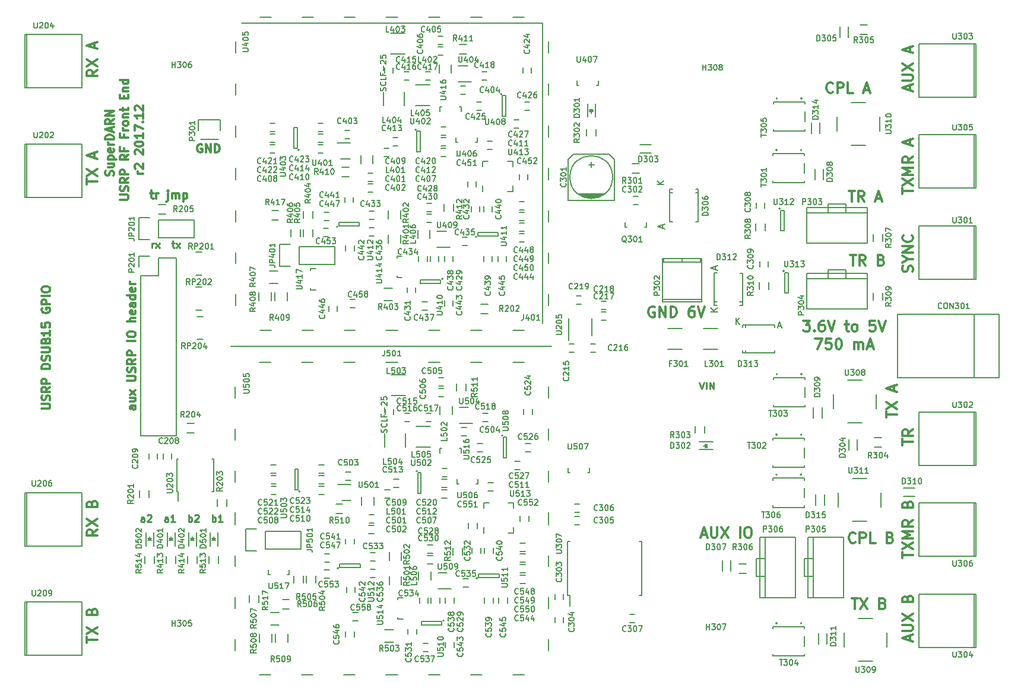
<source format=gto>
G04 #@! TF.FileFunction,Legend,Top*
%FSLAX46Y46*%
G04 Gerber Fmt 4.6, Leading zero omitted, Abs format (unit mm)*
G04 Created by KiCad (PCBNEW 4.0.7) date Tue Dec  5 10:08:44 2017*
%MOMM*%
%LPD*%
G01*
G04 APERTURE LIST*
%ADD10C,0.150000*%
%ADD11C,0.300000*%
%ADD12C,0.250000*%
%ADD13C,0.200000*%
G04 APERTURE END LIST*
D10*
D11*
X139088858Y-75632571D02*
X138803144Y-75632571D01*
X138660287Y-75704000D01*
X138588858Y-75775429D01*
X138446001Y-75989714D01*
X138374572Y-76275429D01*
X138374572Y-76846857D01*
X138446001Y-76989714D01*
X138517429Y-77061143D01*
X138660287Y-77132571D01*
X138946001Y-77132571D01*
X139088858Y-77061143D01*
X139160287Y-76989714D01*
X139231715Y-76846857D01*
X139231715Y-76489714D01*
X139160287Y-76346857D01*
X139088858Y-76275429D01*
X138946001Y-76204000D01*
X138660287Y-76204000D01*
X138517429Y-76275429D01*
X138446001Y-76346857D01*
X138374572Y-76489714D01*
X139660286Y-75632571D02*
X140160286Y-77132571D01*
X140660286Y-75632571D01*
X133477143Y-75704000D02*
X133334286Y-75632571D01*
X133120000Y-75632571D01*
X132905715Y-75704000D01*
X132762857Y-75846857D01*
X132691429Y-75989714D01*
X132620000Y-76275429D01*
X132620000Y-76489714D01*
X132691429Y-76775429D01*
X132762857Y-76918286D01*
X132905715Y-77061143D01*
X133120000Y-77132571D01*
X133262857Y-77132571D01*
X133477143Y-77061143D01*
X133548572Y-76989714D01*
X133548572Y-76489714D01*
X133262857Y-76489714D01*
X134191429Y-77132571D02*
X134191429Y-75632571D01*
X135048572Y-77132571D01*
X135048572Y-75632571D01*
X135762858Y-77132571D02*
X135762858Y-75632571D01*
X136120001Y-75632571D01*
X136334286Y-75704000D01*
X136477144Y-75846857D01*
X136548572Y-75989714D01*
X136620001Y-76275429D01*
X136620001Y-76489714D01*
X136548572Y-76775429D01*
X136477144Y-76918286D01*
X136334286Y-77061143D01*
X136120001Y-77132571D01*
X135762858Y-77132571D01*
X140192571Y-108200000D02*
X140906857Y-108200000D01*
X140049714Y-108628571D02*
X140549714Y-107128571D01*
X141049714Y-108628571D01*
X141549714Y-107128571D02*
X141549714Y-108342857D01*
X141621142Y-108485714D01*
X141692571Y-108557143D01*
X141835428Y-108628571D01*
X142121142Y-108628571D01*
X142264000Y-108557143D01*
X142335428Y-108485714D01*
X142406857Y-108342857D01*
X142406857Y-107128571D01*
X142978286Y-107128571D02*
X143978286Y-108628571D01*
X143978286Y-107128571D02*
X142978286Y-108628571D01*
X145692571Y-108628571D02*
X145692571Y-107128571D01*
X146692571Y-107128571D02*
X146978285Y-107128571D01*
X147121143Y-107200000D01*
X147264000Y-107342857D01*
X147335428Y-107628571D01*
X147335428Y-108128571D01*
X147264000Y-108414286D01*
X147121143Y-108557143D01*
X146978285Y-108628571D01*
X146692571Y-108628571D01*
X146549714Y-108557143D01*
X146406857Y-108414286D01*
X146335428Y-108128571D01*
X146335428Y-107628571D01*
X146406857Y-107342857D01*
X146549714Y-107200000D01*
X146692571Y-107128571D01*
X161183143Y-59122571D02*
X162040286Y-59122571D01*
X161611715Y-60622571D02*
X161611715Y-59122571D01*
X163397429Y-60622571D02*
X162897429Y-59908286D01*
X162540286Y-60622571D02*
X162540286Y-59122571D01*
X163111714Y-59122571D01*
X163254572Y-59194000D01*
X163326000Y-59265429D01*
X163397429Y-59408286D01*
X163397429Y-59622571D01*
X163326000Y-59765429D01*
X163254572Y-59836857D01*
X163111714Y-59908286D01*
X162540286Y-59908286D01*
X165111714Y-60194000D02*
X165826000Y-60194000D01*
X164968857Y-60622571D02*
X165468857Y-59122571D01*
X165968857Y-60622571D01*
X161330000Y-68266571D02*
X162187143Y-68266571D01*
X161758572Y-69766571D02*
X161758572Y-68266571D01*
X163544286Y-69766571D02*
X163044286Y-69052286D01*
X162687143Y-69766571D02*
X162687143Y-68266571D01*
X163258571Y-68266571D01*
X163401429Y-68338000D01*
X163472857Y-68409429D01*
X163544286Y-68552286D01*
X163544286Y-68766571D01*
X163472857Y-68909429D01*
X163401429Y-68980857D01*
X163258571Y-69052286D01*
X162687143Y-69052286D01*
X165830000Y-68980857D02*
X166044286Y-69052286D01*
X166115714Y-69123714D01*
X166187143Y-69266571D01*
X166187143Y-69480857D01*
X166115714Y-69623714D01*
X166044286Y-69695143D01*
X165901428Y-69766571D01*
X165330000Y-69766571D01*
X165330000Y-68266571D01*
X165830000Y-68266571D01*
X165972857Y-68338000D01*
X166044286Y-68409429D01*
X166115714Y-68552286D01*
X166115714Y-68695143D01*
X166044286Y-68838000D01*
X165972857Y-68909429D01*
X165830000Y-68980857D01*
X165330000Y-68980857D01*
X61576286Y-59432857D02*
X62033429Y-59432857D01*
X61747714Y-59032857D02*
X61747714Y-60061429D01*
X61804857Y-60175714D01*
X61919143Y-60232857D01*
X62033429Y-60232857D01*
X62433428Y-60232857D02*
X62433428Y-59432857D01*
X62433428Y-59661429D02*
X62490571Y-59547143D01*
X62547714Y-59490000D01*
X62662000Y-59432857D01*
X62776285Y-59432857D01*
X64090571Y-59432857D02*
X64090571Y-60461429D01*
X64033428Y-60575714D01*
X63919143Y-60632857D01*
X63862000Y-60632857D01*
X64090571Y-59032857D02*
X64033428Y-59090000D01*
X64090571Y-59147143D01*
X64147714Y-59090000D01*
X64090571Y-59032857D01*
X64090571Y-59147143D01*
X64662000Y-60232857D02*
X64662000Y-59432857D01*
X64662000Y-59547143D02*
X64719143Y-59490000D01*
X64833429Y-59432857D01*
X65004857Y-59432857D01*
X65119143Y-59490000D01*
X65176286Y-59604286D01*
X65176286Y-60232857D01*
X65176286Y-59604286D02*
X65233429Y-59490000D01*
X65347715Y-59432857D01*
X65519143Y-59432857D01*
X65633429Y-59490000D01*
X65690572Y-59604286D01*
X65690572Y-60232857D01*
X66262000Y-59432857D02*
X66262000Y-60632857D01*
X66262000Y-59490000D02*
X66376286Y-59432857D01*
X66604857Y-59432857D01*
X66719143Y-59490000D01*
X66776286Y-59547143D01*
X66833429Y-59661429D01*
X66833429Y-60004286D01*
X66776286Y-60118571D01*
X66719143Y-60175714D01*
X66604857Y-60232857D01*
X66376286Y-60232857D01*
X66262000Y-60175714D01*
D12*
X61825428Y-67254381D02*
X61825428Y-66587714D01*
X61825428Y-66778190D02*
X61873047Y-66682952D01*
X61920666Y-66635333D01*
X62015904Y-66587714D01*
X62111143Y-66587714D01*
X62349238Y-67254381D02*
X62873048Y-66587714D01*
X62349238Y-66587714D02*
X62873048Y-67254381D01*
X64634953Y-66587714D02*
X65015905Y-66587714D01*
X64777810Y-66254381D02*
X64777810Y-67111524D01*
X64825429Y-67206762D01*
X64920667Y-67254381D01*
X65015905Y-67254381D01*
X65254001Y-67254381D02*
X65777811Y-66587714D01*
X65254001Y-66587714D02*
X65777811Y-67254381D01*
D11*
X68935715Y-52486000D02*
X68821429Y-52428857D01*
X68650000Y-52428857D01*
X68478572Y-52486000D01*
X68364286Y-52600286D01*
X68307143Y-52714571D01*
X68250000Y-52943143D01*
X68250000Y-53114571D01*
X68307143Y-53343143D01*
X68364286Y-53457429D01*
X68478572Y-53571714D01*
X68650000Y-53628857D01*
X68764286Y-53628857D01*
X68935715Y-53571714D01*
X68992858Y-53514571D01*
X68992858Y-53114571D01*
X68764286Y-53114571D01*
X69507143Y-53628857D02*
X69507143Y-52428857D01*
X70192858Y-53628857D01*
X70192858Y-52428857D01*
X70764286Y-53628857D02*
X70764286Y-52428857D01*
X71050001Y-52428857D01*
X71221429Y-52486000D01*
X71335715Y-52600286D01*
X71392858Y-52714571D01*
X71450001Y-52943143D01*
X71450001Y-53114571D01*
X71392858Y-53343143D01*
X71335715Y-53457429D01*
X71221429Y-53571714D01*
X71050001Y-53628857D01*
X70764286Y-53628857D01*
X46078857Y-90219715D02*
X47050286Y-90219715D01*
X47164571Y-90162572D01*
X47221714Y-90105429D01*
X47278857Y-89991143D01*
X47278857Y-89762572D01*
X47221714Y-89648286D01*
X47164571Y-89591143D01*
X47050286Y-89534000D01*
X46078857Y-89534000D01*
X47221714Y-89019715D02*
X47278857Y-88848286D01*
X47278857Y-88562572D01*
X47221714Y-88448286D01*
X47164571Y-88391143D01*
X47050286Y-88334000D01*
X46936000Y-88334000D01*
X46821714Y-88391143D01*
X46764571Y-88448286D01*
X46707429Y-88562572D01*
X46650286Y-88791143D01*
X46593143Y-88905429D01*
X46536000Y-88962572D01*
X46421714Y-89019715D01*
X46307429Y-89019715D01*
X46193143Y-88962572D01*
X46136000Y-88905429D01*
X46078857Y-88791143D01*
X46078857Y-88505429D01*
X46136000Y-88334000D01*
X47278857Y-87134000D02*
X46707429Y-87534000D01*
X47278857Y-87819715D02*
X46078857Y-87819715D01*
X46078857Y-87362572D01*
X46136000Y-87248286D01*
X46193143Y-87191143D01*
X46307429Y-87134000D01*
X46478857Y-87134000D01*
X46593143Y-87191143D01*
X46650286Y-87248286D01*
X46707429Y-87362572D01*
X46707429Y-87819715D01*
X47278857Y-86619715D02*
X46078857Y-86619715D01*
X46078857Y-86162572D01*
X46136000Y-86048286D01*
X46193143Y-85991143D01*
X46307429Y-85934000D01*
X46478857Y-85934000D01*
X46593143Y-85991143D01*
X46650286Y-86048286D01*
X46707429Y-86162572D01*
X46707429Y-86619715D01*
X47278857Y-84505429D02*
X46078857Y-84505429D01*
X46078857Y-84219714D01*
X46136000Y-84048286D01*
X46250286Y-83934000D01*
X46364571Y-83876857D01*
X46593143Y-83819714D01*
X46764571Y-83819714D01*
X46993143Y-83876857D01*
X47107429Y-83934000D01*
X47221714Y-84048286D01*
X47278857Y-84219714D01*
X47278857Y-84505429D01*
X47221714Y-83362572D02*
X47278857Y-83191143D01*
X47278857Y-82905429D01*
X47221714Y-82791143D01*
X47164571Y-82734000D01*
X47050286Y-82676857D01*
X46936000Y-82676857D01*
X46821714Y-82734000D01*
X46764571Y-82791143D01*
X46707429Y-82905429D01*
X46650286Y-83134000D01*
X46593143Y-83248286D01*
X46536000Y-83305429D01*
X46421714Y-83362572D01*
X46307429Y-83362572D01*
X46193143Y-83305429D01*
X46136000Y-83248286D01*
X46078857Y-83134000D01*
X46078857Y-82848286D01*
X46136000Y-82676857D01*
X46078857Y-82162572D02*
X47050286Y-82162572D01*
X47164571Y-82105429D01*
X47221714Y-82048286D01*
X47278857Y-81934000D01*
X47278857Y-81705429D01*
X47221714Y-81591143D01*
X47164571Y-81534000D01*
X47050286Y-81476857D01*
X46078857Y-81476857D01*
X46650286Y-80505429D02*
X46707429Y-80334000D01*
X46764571Y-80276857D01*
X46878857Y-80219714D01*
X47050286Y-80219714D01*
X47164571Y-80276857D01*
X47221714Y-80334000D01*
X47278857Y-80448286D01*
X47278857Y-80905429D01*
X46078857Y-80905429D01*
X46078857Y-80505429D01*
X46136000Y-80391143D01*
X46193143Y-80334000D01*
X46307429Y-80276857D01*
X46421714Y-80276857D01*
X46536000Y-80334000D01*
X46593143Y-80391143D01*
X46650286Y-80505429D01*
X46650286Y-80905429D01*
X47278857Y-79076857D02*
X47278857Y-79762572D01*
X47278857Y-79419714D02*
X46078857Y-79419714D01*
X46250286Y-79534000D01*
X46364571Y-79648286D01*
X46421714Y-79762572D01*
X46078857Y-77991143D02*
X46078857Y-78562572D01*
X46650286Y-78619715D01*
X46593143Y-78562572D01*
X46536000Y-78448286D01*
X46536000Y-78162572D01*
X46593143Y-78048286D01*
X46650286Y-77991143D01*
X46764571Y-77934000D01*
X47050286Y-77934000D01*
X47164571Y-77991143D01*
X47221714Y-78048286D01*
X47278857Y-78162572D01*
X47278857Y-78448286D01*
X47221714Y-78562572D01*
X47164571Y-78619715D01*
X46136000Y-75876857D02*
X46078857Y-75991143D01*
X46078857Y-76162572D01*
X46136000Y-76334000D01*
X46250286Y-76448286D01*
X46364571Y-76505429D01*
X46593143Y-76562572D01*
X46764571Y-76562572D01*
X46993143Y-76505429D01*
X47107429Y-76448286D01*
X47221714Y-76334000D01*
X47278857Y-76162572D01*
X47278857Y-76048286D01*
X47221714Y-75876857D01*
X47164571Y-75819714D01*
X46764571Y-75819714D01*
X46764571Y-76048286D01*
X47278857Y-75305429D02*
X46078857Y-75305429D01*
X46078857Y-74848286D01*
X46136000Y-74734000D01*
X46193143Y-74676857D01*
X46307429Y-74619714D01*
X46478857Y-74619714D01*
X46593143Y-74676857D01*
X46650286Y-74734000D01*
X46707429Y-74848286D01*
X46707429Y-75305429D01*
X47278857Y-74105429D02*
X46078857Y-74105429D01*
X46078857Y-73305428D02*
X46078857Y-73076857D01*
X46136000Y-72962571D01*
X46250286Y-72848285D01*
X46478857Y-72791143D01*
X46878857Y-72791143D01*
X47107429Y-72848285D01*
X47221714Y-72962571D01*
X47278857Y-73076857D01*
X47278857Y-73305428D01*
X47221714Y-73419714D01*
X47107429Y-73534000D01*
X46878857Y-73591143D01*
X46478857Y-73591143D01*
X46250286Y-73534000D01*
X46136000Y-73419714D01*
X46078857Y-73305428D01*
X59470857Y-89765714D02*
X58842286Y-89765714D01*
X58728000Y-89822857D01*
X58670857Y-89937143D01*
X58670857Y-90165714D01*
X58728000Y-90280000D01*
X59413714Y-89765714D02*
X59470857Y-89880000D01*
X59470857Y-90165714D01*
X59413714Y-90280000D01*
X59299429Y-90337143D01*
X59185143Y-90337143D01*
X59070857Y-90280000D01*
X59013714Y-90165714D01*
X59013714Y-89880000D01*
X58956571Y-89765714D01*
X58670857Y-88680000D02*
X59470857Y-88680000D01*
X58670857Y-89194286D02*
X59299429Y-89194286D01*
X59413714Y-89137143D01*
X59470857Y-89022857D01*
X59470857Y-88851429D01*
X59413714Y-88737143D01*
X59356571Y-88680000D01*
X59470857Y-88222857D02*
X58670857Y-87594286D01*
X58670857Y-88222857D02*
X59470857Y-87594286D01*
X58270857Y-86222857D02*
X59242286Y-86222857D01*
X59356571Y-86165714D01*
X59413714Y-86108571D01*
X59470857Y-85994285D01*
X59470857Y-85765714D01*
X59413714Y-85651428D01*
X59356571Y-85594285D01*
X59242286Y-85537142D01*
X58270857Y-85537142D01*
X59413714Y-85022857D02*
X59470857Y-84851428D01*
X59470857Y-84565714D01*
X59413714Y-84451428D01*
X59356571Y-84394285D01*
X59242286Y-84337142D01*
X59128000Y-84337142D01*
X59013714Y-84394285D01*
X58956571Y-84451428D01*
X58899429Y-84565714D01*
X58842286Y-84794285D01*
X58785143Y-84908571D01*
X58728000Y-84965714D01*
X58613714Y-85022857D01*
X58499429Y-85022857D01*
X58385143Y-84965714D01*
X58328000Y-84908571D01*
X58270857Y-84794285D01*
X58270857Y-84508571D01*
X58328000Y-84337142D01*
X59470857Y-83137142D02*
X58899429Y-83537142D01*
X59470857Y-83822857D02*
X58270857Y-83822857D01*
X58270857Y-83365714D01*
X58328000Y-83251428D01*
X58385143Y-83194285D01*
X58499429Y-83137142D01*
X58670857Y-83137142D01*
X58785143Y-83194285D01*
X58842286Y-83251428D01*
X58899429Y-83365714D01*
X58899429Y-83822857D01*
X59470857Y-82622857D02*
X58270857Y-82622857D01*
X58270857Y-82165714D01*
X58328000Y-82051428D01*
X58385143Y-81994285D01*
X58499429Y-81937142D01*
X58670857Y-81937142D01*
X58785143Y-81994285D01*
X58842286Y-82051428D01*
X58899429Y-82165714D01*
X58899429Y-82622857D01*
X59470857Y-80508571D02*
X58270857Y-80508571D01*
X58270857Y-79708570D02*
X58270857Y-79479999D01*
X58328000Y-79365713D01*
X58442286Y-79251427D01*
X58670857Y-79194285D01*
X59070857Y-79194285D01*
X59299429Y-79251427D01*
X59413714Y-79365713D01*
X59470857Y-79479999D01*
X59470857Y-79708570D01*
X59413714Y-79822856D01*
X59299429Y-79937142D01*
X59070857Y-79994285D01*
X58670857Y-79994285D01*
X58442286Y-79937142D01*
X58328000Y-79822856D01*
X58270857Y-79708570D01*
X59470857Y-77765713D02*
X58270857Y-77765713D01*
X59470857Y-77251427D02*
X58842286Y-77251427D01*
X58728000Y-77308570D01*
X58670857Y-77422856D01*
X58670857Y-77594284D01*
X58728000Y-77708570D01*
X58785143Y-77765713D01*
X59413714Y-76222856D02*
X59470857Y-76337142D01*
X59470857Y-76565713D01*
X59413714Y-76679999D01*
X59299429Y-76737142D01*
X58842286Y-76737142D01*
X58728000Y-76679999D01*
X58670857Y-76565713D01*
X58670857Y-76337142D01*
X58728000Y-76222856D01*
X58842286Y-76165713D01*
X58956571Y-76165713D01*
X59070857Y-76737142D01*
X59470857Y-75137142D02*
X58842286Y-75137142D01*
X58728000Y-75194285D01*
X58670857Y-75308571D01*
X58670857Y-75537142D01*
X58728000Y-75651428D01*
X59413714Y-75137142D02*
X59470857Y-75251428D01*
X59470857Y-75537142D01*
X59413714Y-75651428D01*
X59299429Y-75708571D01*
X59185143Y-75708571D01*
X59070857Y-75651428D01*
X59013714Y-75537142D01*
X59013714Y-75251428D01*
X58956571Y-75137142D01*
X59470857Y-74051428D02*
X58270857Y-74051428D01*
X59413714Y-74051428D02*
X59470857Y-74165714D01*
X59470857Y-74394285D01*
X59413714Y-74508571D01*
X59356571Y-74565714D01*
X59242286Y-74622857D01*
X58899429Y-74622857D01*
X58785143Y-74565714D01*
X58728000Y-74508571D01*
X58670857Y-74394285D01*
X58670857Y-74165714D01*
X58728000Y-74051428D01*
X59413714Y-73022857D02*
X59470857Y-73137143D01*
X59470857Y-73365714D01*
X59413714Y-73480000D01*
X59299429Y-73537143D01*
X58842286Y-73537143D01*
X58728000Y-73480000D01*
X58670857Y-73365714D01*
X58670857Y-73137143D01*
X58728000Y-73022857D01*
X58842286Y-72965714D01*
X58956571Y-72965714D01*
X59070857Y-73537143D01*
X59470857Y-72451429D02*
X58670857Y-72451429D01*
X58899429Y-72451429D02*
X58785143Y-72394286D01*
X58728000Y-72337143D01*
X58670857Y-72222857D01*
X58670857Y-72108572D01*
X154706573Y-77659571D02*
X155635144Y-77659571D01*
X155135144Y-78231000D01*
X155349430Y-78231000D01*
X155492287Y-78302429D01*
X155563716Y-78373857D01*
X155635144Y-78516714D01*
X155635144Y-78873857D01*
X155563716Y-79016714D01*
X155492287Y-79088143D01*
X155349430Y-79159571D01*
X154920858Y-79159571D01*
X154778001Y-79088143D01*
X154706573Y-79016714D01*
X156278001Y-79016714D02*
X156349429Y-79088143D01*
X156278001Y-79159571D01*
X156206572Y-79088143D01*
X156278001Y-79016714D01*
X156278001Y-79159571D01*
X157635144Y-77659571D02*
X157349430Y-77659571D01*
X157206573Y-77731000D01*
X157135144Y-77802429D01*
X156992287Y-78016714D01*
X156920858Y-78302429D01*
X156920858Y-78873857D01*
X156992287Y-79016714D01*
X157063715Y-79088143D01*
X157206573Y-79159571D01*
X157492287Y-79159571D01*
X157635144Y-79088143D01*
X157706573Y-79016714D01*
X157778001Y-78873857D01*
X157778001Y-78516714D01*
X157706573Y-78373857D01*
X157635144Y-78302429D01*
X157492287Y-78231000D01*
X157206573Y-78231000D01*
X157063715Y-78302429D01*
X156992287Y-78373857D01*
X156920858Y-78516714D01*
X158206572Y-77659571D02*
X158706572Y-79159571D01*
X159206572Y-77659571D01*
X160635143Y-78159571D02*
X161206572Y-78159571D01*
X160849429Y-77659571D02*
X160849429Y-78945286D01*
X160920857Y-79088143D01*
X161063715Y-79159571D01*
X161206572Y-79159571D01*
X161920858Y-79159571D02*
X161778000Y-79088143D01*
X161706572Y-79016714D01*
X161635143Y-78873857D01*
X161635143Y-78445286D01*
X161706572Y-78302429D01*
X161778000Y-78231000D01*
X161920858Y-78159571D01*
X162135143Y-78159571D01*
X162278000Y-78231000D01*
X162349429Y-78302429D01*
X162420858Y-78445286D01*
X162420858Y-78873857D01*
X162349429Y-79016714D01*
X162278000Y-79088143D01*
X162135143Y-79159571D01*
X161920858Y-79159571D01*
X164920858Y-77659571D02*
X164206572Y-77659571D01*
X164135143Y-78373857D01*
X164206572Y-78302429D01*
X164349429Y-78231000D01*
X164706572Y-78231000D01*
X164849429Y-78302429D01*
X164920858Y-78373857D01*
X164992286Y-78516714D01*
X164992286Y-78873857D01*
X164920858Y-79016714D01*
X164849429Y-79088143D01*
X164706572Y-79159571D01*
X164349429Y-79159571D01*
X164206572Y-79088143D01*
X164135143Y-79016714D01*
X165420857Y-77659571D02*
X165920857Y-79159571D01*
X166420857Y-77659571D01*
X156385144Y-80209571D02*
X157385144Y-80209571D01*
X156742287Y-81709571D01*
X158670858Y-80209571D02*
X157956572Y-80209571D01*
X157885143Y-80923857D01*
X157956572Y-80852429D01*
X158099429Y-80781000D01*
X158456572Y-80781000D01*
X158599429Y-80852429D01*
X158670858Y-80923857D01*
X158742286Y-81066714D01*
X158742286Y-81423857D01*
X158670858Y-81566714D01*
X158599429Y-81638143D01*
X158456572Y-81709571D01*
X158099429Y-81709571D01*
X157956572Y-81638143D01*
X157885143Y-81566714D01*
X159670857Y-80209571D02*
X159813714Y-80209571D01*
X159956571Y-80281000D01*
X160028000Y-80352429D01*
X160099429Y-80495286D01*
X160170857Y-80781000D01*
X160170857Y-81138143D01*
X160099429Y-81423857D01*
X160028000Y-81566714D01*
X159956571Y-81638143D01*
X159813714Y-81709571D01*
X159670857Y-81709571D01*
X159528000Y-81638143D01*
X159456571Y-81566714D01*
X159385143Y-81423857D01*
X159313714Y-81138143D01*
X159313714Y-80781000D01*
X159385143Y-80495286D01*
X159456571Y-80352429D01*
X159528000Y-80281000D01*
X159670857Y-80209571D01*
X161956571Y-81709571D02*
X161956571Y-80709571D01*
X161956571Y-80852429D02*
X162027999Y-80781000D01*
X162170857Y-80709571D01*
X162385142Y-80709571D01*
X162527999Y-80781000D01*
X162599428Y-80923857D01*
X162599428Y-81709571D01*
X162599428Y-80923857D02*
X162670857Y-80781000D01*
X162813714Y-80709571D01*
X163027999Y-80709571D01*
X163170857Y-80781000D01*
X163242285Y-80923857D01*
X163242285Y-81709571D01*
X163885142Y-81281000D02*
X164599428Y-81281000D01*
X163742285Y-81709571D02*
X164242285Y-80209571D01*
X164742285Y-81709571D01*
X161619715Y-117288571D02*
X162476858Y-117288571D01*
X162048287Y-118788571D02*
X162048287Y-117288571D01*
X162834001Y-117288571D02*
X163834001Y-118788571D01*
X163834001Y-117288571D02*
X162834001Y-118788571D01*
X166048286Y-118002857D02*
X166262572Y-118074286D01*
X166334000Y-118145714D01*
X166405429Y-118288571D01*
X166405429Y-118502857D01*
X166334000Y-118645714D01*
X166262572Y-118717143D01*
X166119714Y-118788571D01*
X165548286Y-118788571D01*
X165548286Y-117288571D01*
X166048286Y-117288571D01*
X166191143Y-117360000D01*
X166262572Y-117431429D01*
X166334000Y-117574286D01*
X166334000Y-117717143D01*
X166262572Y-117860000D01*
X166191143Y-117931429D01*
X166048286Y-118002857D01*
X165548286Y-118002857D01*
X162123715Y-109247714D02*
X162052286Y-109319143D01*
X161838000Y-109390571D01*
X161695143Y-109390571D01*
X161480858Y-109319143D01*
X161338000Y-109176286D01*
X161266572Y-109033429D01*
X161195143Y-108747714D01*
X161195143Y-108533429D01*
X161266572Y-108247714D01*
X161338000Y-108104857D01*
X161480858Y-107962000D01*
X161695143Y-107890571D01*
X161838000Y-107890571D01*
X162052286Y-107962000D01*
X162123715Y-108033429D01*
X162766572Y-109390571D02*
X162766572Y-107890571D01*
X163338000Y-107890571D01*
X163480858Y-107962000D01*
X163552286Y-108033429D01*
X163623715Y-108176286D01*
X163623715Y-108390571D01*
X163552286Y-108533429D01*
X163480858Y-108604857D01*
X163338000Y-108676286D01*
X162766572Y-108676286D01*
X164980858Y-109390571D02*
X164266572Y-109390571D01*
X164266572Y-107890571D01*
X167123715Y-108604857D02*
X167338001Y-108676286D01*
X167409429Y-108747714D01*
X167480858Y-108890571D01*
X167480858Y-109104857D01*
X167409429Y-109247714D01*
X167338001Y-109319143D01*
X167195143Y-109390571D01*
X166623715Y-109390571D01*
X166623715Y-107890571D01*
X167123715Y-107890571D01*
X167266572Y-107962000D01*
X167338001Y-108033429D01*
X167409429Y-108176286D01*
X167409429Y-108319143D01*
X167338001Y-108462000D01*
X167266572Y-108533429D01*
X167123715Y-108604857D01*
X166623715Y-108604857D01*
X158928858Y-44985714D02*
X158857429Y-45057143D01*
X158643143Y-45128571D01*
X158500286Y-45128571D01*
X158286001Y-45057143D01*
X158143143Y-44914286D01*
X158071715Y-44771429D01*
X158000286Y-44485714D01*
X158000286Y-44271429D01*
X158071715Y-43985714D01*
X158143143Y-43842857D01*
X158286001Y-43700000D01*
X158500286Y-43628571D01*
X158643143Y-43628571D01*
X158857429Y-43700000D01*
X158928858Y-43771429D01*
X159571715Y-45128571D02*
X159571715Y-43628571D01*
X160143143Y-43628571D01*
X160286001Y-43700000D01*
X160357429Y-43771429D01*
X160428858Y-43914286D01*
X160428858Y-44128571D01*
X160357429Y-44271429D01*
X160286001Y-44342857D01*
X160143143Y-44414286D01*
X159571715Y-44414286D01*
X161786001Y-45128571D02*
X161071715Y-45128571D01*
X161071715Y-43628571D01*
X163357429Y-44700000D02*
X164071715Y-44700000D01*
X163214572Y-45128571D02*
X163714572Y-43628571D01*
X164214572Y-45128571D01*
X166564571Y-91511142D02*
X166564571Y-90653999D01*
X168064571Y-91082570D02*
X166564571Y-91082570D01*
X166564571Y-90296856D02*
X168064571Y-89296856D01*
X166564571Y-89296856D02*
X168064571Y-90296856D01*
X167636000Y-87654000D02*
X167636000Y-86939714D01*
X168064571Y-87796857D02*
X166564571Y-87296857D01*
X168064571Y-86796857D01*
D12*
X60706666Y-106370381D02*
X60706666Y-105846571D01*
X60659047Y-105751333D01*
X60563809Y-105703714D01*
X60373332Y-105703714D01*
X60278094Y-105751333D01*
X60706666Y-106322762D02*
X60611428Y-106370381D01*
X60373332Y-106370381D01*
X60278094Y-106322762D01*
X60230475Y-106227524D01*
X60230475Y-106132286D01*
X60278094Y-106037048D01*
X60373332Y-105989429D01*
X60611428Y-105989429D01*
X60706666Y-105941810D01*
X61135237Y-105465619D02*
X61182856Y-105418000D01*
X61278094Y-105370381D01*
X61516190Y-105370381D01*
X61611428Y-105418000D01*
X61659047Y-105465619D01*
X61706666Y-105560857D01*
X61706666Y-105656095D01*
X61659047Y-105798952D01*
X61087618Y-106370381D01*
X61706666Y-106370381D01*
X64087619Y-106370381D02*
X64087619Y-105846571D01*
X64040000Y-105751333D01*
X63944762Y-105703714D01*
X63754285Y-105703714D01*
X63659047Y-105751333D01*
X64087619Y-106322762D02*
X63992381Y-106370381D01*
X63754285Y-106370381D01*
X63659047Y-106322762D01*
X63611428Y-106227524D01*
X63611428Y-106132286D01*
X63659047Y-106037048D01*
X63754285Y-105989429D01*
X63992381Y-105989429D01*
X64087619Y-105941810D01*
X65087619Y-106370381D02*
X64516190Y-106370381D01*
X64801904Y-106370381D02*
X64801904Y-105370381D01*
X64706666Y-105513238D01*
X64611428Y-105608476D01*
X64516190Y-105656095D01*
X67040000Y-106370381D02*
X67040000Y-105370381D01*
X67040000Y-105751333D02*
X67135238Y-105703714D01*
X67325715Y-105703714D01*
X67420953Y-105751333D01*
X67468572Y-105798952D01*
X67516191Y-105894190D01*
X67516191Y-106179905D01*
X67468572Y-106275143D01*
X67420953Y-106322762D01*
X67325715Y-106370381D01*
X67135238Y-106370381D01*
X67040000Y-106322762D01*
X67897143Y-105465619D02*
X67944762Y-105418000D01*
X68040000Y-105370381D01*
X68278096Y-105370381D01*
X68373334Y-105418000D01*
X68420953Y-105465619D01*
X68468572Y-105560857D01*
X68468572Y-105656095D01*
X68420953Y-105798952D01*
X67849524Y-106370381D01*
X68468572Y-106370381D01*
X70420953Y-106370381D02*
X70420953Y-105370381D01*
X70420953Y-105751333D02*
X70516191Y-105703714D01*
X70706668Y-105703714D01*
X70801906Y-105751333D01*
X70849525Y-105798952D01*
X70897144Y-105894190D01*
X70897144Y-106179905D01*
X70849525Y-106275143D01*
X70801906Y-106322762D01*
X70706668Y-106370381D01*
X70516191Y-106370381D01*
X70420953Y-106322762D01*
X71849525Y-106370381D02*
X71278096Y-106370381D01*
X71563810Y-106370381D02*
X71563810Y-105370381D01*
X71468572Y-105513238D01*
X71373334Y-105608476D01*
X71278096Y-105656095D01*
D11*
X56297714Y-56930285D02*
X56354857Y-56758856D01*
X56354857Y-56473142D01*
X56297714Y-56358856D01*
X56240571Y-56301713D01*
X56126286Y-56244570D01*
X56012000Y-56244570D01*
X55897714Y-56301713D01*
X55840571Y-56358856D01*
X55783429Y-56473142D01*
X55726286Y-56701713D01*
X55669143Y-56815999D01*
X55612000Y-56873142D01*
X55497714Y-56930285D01*
X55383429Y-56930285D01*
X55269143Y-56873142D01*
X55212000Y-56815999D01*
X55154857Y-56701713D01*
X55154857Y-56415999D01*
X55212000Y-56244570D01*
X55554857Y-55215999D02*
X56354857Y-55215999D01*
X55554857Y-55730285D02*
X56183429Y-55730285D01*
X56297714Y-55673142D01*
X56354857Y-55558856D01*
X56354857Y-55387428D01*
X56297714Y-55273142D01*
X56240571Y-55215999D01*
X55554857Y-54644571D02*
X56754857Y-54644571D01*
X55612000Y-54644571D02*
X55554857Y-54530285D01*
X55554857Y-54301714D01*
X55612000Y-54187428D01*
X55669143Y-54130285D01*
X55783429Y-54073142D01*
X56126286Y-54073142D01*
X56240571Y-54130285D01*
X56297714Y-54187428D01*
X56354857Y-54301714D01*
X56354857Y-54530285D01*
X56297714Y-54644571D01*
X56297714Y-53101714D02*
X56354857Y-53216000D01*
X56354857Y-53444571D01*
X56297714Y-53558857D01*
X56183429Y-53616000D01*
X55726286Y-53616000D01*
X55612000Y-53558857D01*
X55554857Y-53444571D01*
X55554857Y-53216000D01*
X55612000Y-53101714D01*
X55726286Y-53044571D01*
X55840571Y-53044571D01*
X55954857Y-53616000D01*
X56354857Y-52530286D02*
X55554857Y-52530286D01*
X55783429Y-52530286D02*
X55669143Y-52473143D01*
X55612000Y-52416000D01*
X55554857Y-52301714D01*
X55554857Y-52187429D01*
X56354857Y-51787429D02*
X55154857Y-51787429D01*
X55154857Y-51501714D01*
X55212000Y-51330286D01*
X55326286Y-51216000D01*
X55440571Y-51158857D01*
X55669143Y-51101714D01*
X55840571Y-51101714D01*
X56069143Y-51158857D01*
X56183429Y-51216000D01*
X56297714Y-51330286D01*
X56354857Y-51501714D01*
X56354857Y-51787429D01*
X56012000Y-50644572D02*
X56012000Y-50073143D01*
X56354857Y-50758857D02*
X55154857Y-50358857D01*
X56354857Y-49958857D01*
X56354857Y-48873143D02*
X55783429Y-49273143D01*
X56354857Y-49558858D02*
X55154857Y-49558858D01*
X55154857Y-49101715D01*
X55212000Y-48987429D01*
X55269143Y-48930286D01*
X55383429Y-48873143D01*
X55554857Y-48873143D01*
X55669143Y-48930286D01*
X55726286Y-48987429D01*
X55783429Y-49101715D01*
X55783429Y-49558858D01*
X56354857Y-48358858D02*
X55154857Y-48358858D01*
X56354857Y-47673143D01*
X55154857Y-47673143D01*
X57254857Y-60358856D02*
X58226286Y-60358856D01*
X58340571Y-60301713D01*
X58397714Y-60244570D01*
X58454857Y-60130284D01*
X58454857Y-59901713D01*
X58397714Y-59787427D01*
X58340571Y-59730284D01*
X58226286Y-59673141D01*
X57254857Y-59673141D01*
X58397714Y-59158856D02*
X58454857Y-58987427D01*
X58454857Y-58701713D01*
X58397714Y-58587427D01*
X58340571Y-58530284D01*
X58226286Y-58473141D01*
X58112000Y-58473141D01*
X57997714Y-58530284D01*
X57940571Y-58587427D01*
X57883429Y-58701713D01*
X57826286Y-58930284D01*
X57769143Y-59044570D01*
X57712000Y-59101713D01*
X57597714Y-59158856D01*
X57483429Y-59158856D01*
X57369143Y-59101713D01*
X57312000Y-59044570D01*
X57254857Y-58930284D01*
X57254857Y-58644570D01*
X57312000Y-58473141D01*
X58454857Y-57273141D02*
X57883429Y-57673141D01*
X58454857Y-57958856D02*
X57254857Y-57958856D01*
X57254857Y-57501713D01*
X57312000Y-57387427D01*
X57369143Y-57330284D01*
X57483429Y-57273141D01*
X57654857Y-57273141D01*
X57769143Y-57330284D01*
X57826286Y-57387427D01*
X57883429Y-57501713D01*
X57883429Y-57958856D01*
X58454857Y-56758856D02*
X57254857Y-56758856D01*
X57254857Y-56301713D01*
X57312000Y-56187427D01*
X57369143Y-56130284D01*
X57483429Y-56073141D01*
X57654857Y-56073141D01*
X57769143Y-56130284D01*
X57826286Y-56187427D01*
X57883429Y-56301713D01*
X57883429Y-56758856D01*
X58454857Y-53958855D02*
X57883429Y-54358855D01*
X58454857Y-54644570D02*
X57254857Y-54644570D01*
X57254857Y-54187427D01*
X57312000Y-54073141D01*
X57369143Y-54015998D01*
X57483429Y-53958855D01*
X57654857Y-53958855D01*
X57769143Y-54015998D01*
X57826286Y-54073141D01*
X57883429Y-54187427D01*
X57883429Y-54644570D01*
X57826286Y-53044570D02*
X57826286Y-53444570D01*
X58454857Y-53444570D02*
X57254857Y-53444570D01*
X57254857Y-52873141D01*
X57826286Y-51101713D02*
X57826286Y-51501713D01*
X58454857Y-51501713D02*
X57254857Y-51501713D01*
X57254857Y-50930284D01*
X58454857Y-50473142D02*
X57654857Y-50473142D01*
X57883429Y-50473142D02*
X57769143Y-50415999D01*
X57712000Y-50358856D01*
X57654857Y-50244570D01*
X57654857Y-50130285D01*
X58454857Y-49558856D02*
X58397714Y-49673142D01*
X58340571Y-49730285D01*
X58226286Y-49787428D01*
X57883429Y-49787428D01*
X57769143Y-49730285D01*
X57712000Y-49673142D01*
X57654857Y-49558856D01*
X57654857Y-49387428D01*
X57712000Y-49273142D01*
X57769143Y-49215999D01*
X57883429Y-49158856D01*
X58226286Y-49158856D01*
X58340571Y-49215999D01*
X58397714Y-49273142D01*
X58454857Y-49387428D01*
X58454857Y-49558856D01*
X57654857Y-48644571D02*
X58454857Y-48644571D01*
X57769143Y-48644571D02*
X57712000Y-48587428D01*
X57654857Y-48473142D01*
X57654857Y-48301714D01*
X57712000Y-48187428D01*
X57826286Y-48130285D01*
X58454857Y-48130285D01*
X57654857Y-47730285D02*
X57654857Y-47273142D01*
X57254857Y-47558857D02*
X58283429Y-47558857D01*
X58397714Y-47501714D01*
X58454857Y-47387428D01*
X58454857Y-47273142D01*
X57826286Y-45958857D02*
X57826286Y-45558857D01*
X58454857Y-45387428D02*
X58454857Y-45958857D01*
X57254857Y-45958857D01*
X57254857Y-45387428D01*
X57654857Y-44873143D02*
X58454857Y-44873143D01*
X57769143Y-44873143D02*
X57712000Y-44816000D01*
X57654857Y-44701714D01*
X57654857Y-44530286D01*
X57712000Y-44416000D01*
X57826286Y-44358857D01*
X58454857Y-44358857D01*
X58454857Y-43273143D02*
X57254857Y-43273143D01*
X58397714Y-43273143D02*
X58454857Y-43387429D01*
X58454857Y-43616000D01*
X58397714Y-43730286D01*
X58340571Y-43787429D01*
X58226286Y-43844572D01*
X57883429Y-43844572D01*
X57769143Y-43787429D01*
X57712000Y-43730286D01*
X57654857Y-43616000D01*
X57654857Y-43387429D01*
X57712000Y-43273143D01*
X60554857Y-56644571D02*
X59754857Y-56644571D01*
X59983429Y-56644571D02*
X59869143Y-56587428D01*
X59812000Y-56530285D01*
X59754857Y-56415999D01*
X59754857Y-56301714D01*
X59469143Y-55958857D02*
X59412000Y-55901714D01*
X59354857Y-55787428D01*
X59354857Y-55501714D01*
X59412000Y-55387428D01*
X59469143Y-55330285D01*
X59583429Y-55273142D01*
X59697714Y-55273142D01*
X59869143Y-55330285D01*
X60554857Y-56015999D01*
X60554857Y-55273142D01*
X59469143Y-53901714D02*
X59412000Y-53844571D01*
X59354857Y-53730285D01*
X59354857Y-53444571D01*
X59412000Y-53330285D01*
X59469143Y-53273142D01*
X59583429Y-53215999D01*
X59697714Y-53215999D01*
X59869143Y-53273142D01*
X60554857Y-53958856D01*
X60554857Y-53215999D01*
X59354857Y-52473142D02*
X59354857Y-52358857D01*
X59412000Y-52244571D01*
X59469143Y-52187428D01*
X59583429Y-52130285D01*
X59812000Y-52073142D01*
X60097714Y-52073142D01*
X60326286Y-52130285D01*
X60440571Y-52187428D01*
X60497714Y-52244571D01*
X60554857Y-52358857D01*
X60554857Y-52473142D01*
X60497714Y-52587428D01*
X60440571Y-52644571D01*
X60326286Y-52701714D01*
X60097714Y-52758857D01*
X59812000Y-52758857D01*
X59583429Y-52701714D01*
X59469143Y-52644571D01*
X59412000Y-52587428D01*
X59354857Y-52473142D01*
X60554857Y-50930285D02*
X60554857Y-51616000D01*
X60554857Y-51273142D02*
X59354857Y-51273142D01*
X59526286Y-51387428D01*
X59640571Y-51501714D01*
X59697714Y-51616000D01*
X59354857Y-50530285D02*
X59354857Y-49730285D01*
X60554857Y-50244571D01*
X60440571Y-49273143D02*
X60497714Y-49216000D01*
X60554857Y-49273143D01*
X60497714Y-49330286D01*
X60440571Y-49273143D01*
X60554857Y-49273143D01*
X60554857Y-48073142D02*
X60554857Y-48758857D01*
X60554857Y-48415999D02*
X59354857Y-48415999D01*
X59526286Y-48530285D01*
X59640571Y-48644571D01*
X59697714Y-48758857D01*
X59469143Y-47616000D02*
X59412000Y-47558857D01*
X59354857Y-47444571D01*
X59354857Y-47158857D01*
X59412000Y-47044571D01*
X59469143Y-46987428D01*
X59583429Y-46930285D01*
X59697714Y-46930285D01*
X59869143Y-46987428D01*
X60554857Y-47673142D01*
X60554857Y-46930285D01*
D13*
X117475000Y-35179000D02*
X74549000Y-35179000D01*
X117475000Y-35306000D02*
X117475000Y-35179000D01*
X117475000Y-77978000D02*
X117475000Y-35306000D01*
D12*
X139874762Y-86447381D02*
X140208095Y-87447381D01*
X140541429Y-86447381D01*
X140874762Y-87447381D02*
X140874762Y-86447381D01*
X141350952Y-87447381D02*
X141350952Y-86447381D01*
X141922381Y-87447381D01*
X141922381Y-86447381D01*
D11*
X54018571Y-41850285D02*
X53304286Y-42350285D01*
X54018571Y-42707428D02*
X52518571Y-42707428D01*
X52518571Y-42136000D01*
X52590000Y-41993142D01*
X52661429Y-41921714D01*
X52804286Y-41850285D01*
X53018571Y-41850285D01*
X53161429Y-41921714D01*
X53232857Y-41993142D01*
X53304286Y-42136000D01*
X53304286Y-42707428D01*
X52518571Y-41350285D02*
X54018571Y-40350285D01*
X52518571Y-40350285D02*
X54018571Y-41350285D01*
X53590000Y-38707429D02*
X53590000Y-37993143D01*
X54018571Y-38850286D02*
X52518571Y-38350286D01*
X54018571Y-37850286D01*
X52518571Y-58237142D02*
X52518571Y-57379999D01*
X54018571Y-57808570D02*
X52518571Y-57808570D01*
X52518571Y-57022856D02*
X54018571Y-56022856D01*
X52518571Y-56022856D02*
X54018571Y-57022856D01*
X53590000Y-54380000D02*
X53590000Y-53665714D01*
X54018571Y-54522857D02*
X52518571Y-54022857D01*
X54018571Y-53522857D01*
X52518571Y-123622285D02*
X52518571Y-122765142D01*
X54018571Y-123193713D02*
X52518571Y-123193713D01*
X52518571Y-122407999D02*
X54018571Y-121407999D01*
X52518571Y-121407999D02*
X54018571Y-122407999D01*
X53232857Y-119193714D02*
X53304286Y-118979428D01*
X53375714Y-118908000D01*
X53518571Y-118836571D01*
X53732857Y-118836571D01*
X53875714Y-118908000D01*
X53947143Y-118979428D01*
X54018571Y-119122286D01*
X54018571Y-119693714D01*
X52518571Y-119693714D01*
X52518571Y-119193714D01*
X52590000Y-119050857D01*
X52661429Y-118979428D01*
X52804286Y-118908000D01*
X52947143Y-118908000D01*
X53090000Y-118979428D01*
X53161429Y-119050857D01*
X53232857Y-119193714D01*
X53232857Y-119693714D01*
X54018571Y-107489428D02*
X53304286Y-107989428D01*
X54018571Y-108346571D02*
X52518571Y-108346571D01*
X52518571Y-107775143D01*
X52590000Y-107632285D01*
X52661429Y-107560857D01*
X52804286Y-107489428D01*
X53018571Y-107489428D01*
X53161429Y-107560857D01*
X53232857Y-107632285D01*
X53304286Y-107775143D01*
X53304286Y-108346571D01*
X52518571Y-106989428D02*
X54018571Y-105989428D01*
X52518571Y-105989428D02*
X54018571Y-106989428D01*
X53232857Y-103775143D02*
X53304286Y-103560857D01*
X53375714Y-103489429D01*
X53518571Y-103418000D01*
X53732857Y-103418000D01*
X53875714Y-103489429D01*
X53947143Y-103560857D01*
X54018571Y-103703715D01*
X54018571Y-104275143D01*
X52518571Y-104275143D01*
X52518571Y-103775143D01*
X52590000Y-103632286D01*
X52661429Y-103560857D01*
X52804286Y-103489429D01*
X52947143Y-103489429D01*
X53090000Y-103560857D01*
X53161429Y-103632286D01*
X53232857Y-103775143D01*
X53232857Y-104275143D01*
X168850571Y-95412571D02*
X168850571Y-94555428D01*
X170350571Y-94983999D02*
X168850571Y-94983999D01*
X170350571Y-93198285D02*
X169636286Y-93698285D01*
X170350571Y-94055428D02*
X168850571Y-94055428D01*
X168850571Y-93484000D01*
X168922000Y-93341142D01*
X168993429Y-93269714D01*
X169136286Y-93198285D01*
X169350571Y-93198285D01*
X169493429Y-93269714D01*
X169564857Y-93341142D01*
X169636286Y-93484000D01*
X169636286Y-94055428D01*
X168850571Y-111513428D02*
X168850571Y-110656285D01*
X170350571Y-111084856D02*
X168850571Y-111084856D01*
X168850571Y-110299142D02*
X170350571Y-109299142D01*
X168850571Y-109299142D02*
X170350571Y-110299142D01*
X170350571Y-108727714D02*
X168850571Y-108727714D01*
X169922000Y-108227714D01*
X168850571Y-107727714D01*
X170350571Y-107727714D01*
X170350571Y-106156285D02*
X169636286Y-106656285D01*
X170350571Y-107013428D02*
X168850571Y-107013428D01*
X168850571Y-106442000D01*
X168922000Y-106299142D01*
X168993429Y-106227714D01*
X169136286Y-106156285D01*
X169350571Y-106156285D01*
X169493429Y-106227714D01*
X169564857Y-106299142D01*
X169636286Y-106442000D01*
X169636286Y-107013428D01*
X169564857Y-103870571D02*
X169636286Y-103656285D01*
X169707714Y-103584857D01*
X169850571Y-103513428D01*
X170064857Y-103513428D01*
X170207714Y-103584857D01*
X170279143Y-103656285D01*
X170350571Y-103799143D01*
X170350571Y-104370571D01*
X168850571Y-104370571D01*
X168850571Y-103870571D01*
X168922000Y-103727714D01*
X168993429Y-103656285D01*
X169136286Y-103584857D01*
X169279143Y-103584857D01*
X169422000Y-103656285D01*
X169493429Y-103727714D01*
X169564857Y-103870571D01*
X169564857Y-104370571D01*
X169922000Y-123320571D02*
X169922000Y-122606285D01*
X170350571Y-123463428D02*
X168850571Y-122963428D01*
X170350571Y-122463428D01*
X168850571Y-121963428D02*
X170064857Y-121963428D01*
X170207714Y-121892000D01*
X170279143Y-121820571D01*
X170350571Y-121677714D01*
X170350571Y-121392000D01*
X170279143Y-121249142D01*
X170207714Y-121177714D01*
X170064857Y-121106285D01*
X168850571Y-121106285D01*
X168850571Y-120534856D02*
X170350571Y-119534856D01*
X168850571Y-119534856D02*
X170350571Y-120534856D01*
X169564857Y-117320571D02*
X169636286Y-117106285D01*
X169707714Y-117034857D01*
X169850571Y-116963428D01*
X170064857Y-116963428D01*
X170207714Y-117034857D01*
X170279143Y-117106285D01*
X170350571Y-117249143D01*
X170350571Y-117820571D01*
X168850571Y-117820571D01*
X168850571Y-117320571D01*
X168922000Y-117177714D01*
X168993429Y-117106285D01*
X169136286Y-117034857D01*
X169279143Y-117034857D01*
X169422000Y-117106285D01*
X169493429Y-117177714D01*
X169564857Y-117320571D01*
X169564857Y-117820571D01*
X169922000Y-44727428D02*
X169922000Y-44013142D01*
X170350571Y-44870285D02*
X168850571Y-44370285D01*
X170350571Y-43870285D01*
X168850571Y-43370285D02*
X170064857Y-43370285D01*
X170207714Y-43298857D01*
X170279143Y-43227428D01*
X170350571Y-43084571D01*
X170350571Y-42798857D01*
X170279143Y-42655999D01*
X170207714Y-42584571D01*
X170064857Y-42513142D01*
X168850571Y-42513142D01*
X168850571Y-41941713D02*
X170350571Y-40941713D01*
X168850571Y-40941713D02*
X170350571Y-41941713D01*
X169922000Y-39298857D02*
X169922000Y-38584571D01*
X170350571Y-39441714D02*
X168850571Y-38941714D01*
X170350571Y-38441714D01*
X168850571Y-59590285D02*
X168850571Y-58733142D01*
X170350571Y-59161713D02*
X168850571Y-59161713D01*
X168850571Y-58375999D02*
X170350571Y-57375999D01*
X168850571Y-57375999D02*
X170350571Y-58375999D01*
X170350571Y-56804571D02*
X168850571Y-56804571D01*
X169922000Y-56304571D01*
X168850571Y-55804571D01*
X170350571Y-55804571D01*
X170350571Y-54233142D02*
X169636286Y-54733142D01*
X170350571Y-55090285D02*
X168850571Y-55090285D01*
X168850571Y-54518857D01*
X168922000Y-54375999D01*
X168993429Y-54304571D01*
X169136286Y-54233142D01*
X169350571Y-54233142D01*
X169493429Y-54304571D01*
X169564857Y-54375999D01*
X169636286Y-54518857D01*
X169636286Y-55090285D01*
X169922000Y-52518857D02*
X169922000Y-51804571D01*
X170350571Y-52661714D02*
X168850571Y-52161714D01*
X170350571Y-51661714D01*
X170279143Y-70679143D02*
X170350571Y-70464857D01*
X170350571Y-70107714D01*
X170279143Y-69964857D01*
X170207714Y-69893428D01*
X170064857Y-69822000D01*
X169922000Y-69822000D01*
X169779143Y-69893428D01*
X169707714Y-69964857D01*
X169636286Y-70107714D01*
X169564857Y-70393428D01*
X169493429Y-70536286D01*
X169422000Y-70607714D01*
X169279143Y-70679143D01*
X169136286Y-70679143D01*
X168993429Y-70607714D01*
X168922000Y-70536286D01*
X168850571Y-70393428D01*
X168850571Y-70036286D01*
X168922000Y-69822000D01*
X169636286Y-68893429D02*
X170350571Y-68893429D01*
X168850571Y-69393429D02*
X169636286Y-68893429D01*
X168850571Y-68393429D01*
X170350571Y-67893429D02*
X168850571Y-67893429D01*
X170350571Y-67036286D01*
X168850571Y-67036286D01*
X170207714Y-65464857D02*
X170279143Y-65536286D01*
X170350571Y-65750572D01*
X170350571Y-65893429D01*
X170279143Y-66107714D01*
X170136286Y-66250572D01*
X169993429Y-66322000D01*
X169707714Y-66393429D01*
X169493429Y-66393429D01*
X169207714Y-66322000D01*
X169064857Y-66250572D01*
X168922000Y-66107714D01*
X168850571Y-65893429D01*
X168850571Y-65750572D01*
X168922000Y-65536286D01*
X168993429Y-65464857D01*
D13*
X73025000Y-81280000D02*
X118745000Y-81280000D01*
D10*
X108965000Y-54883000D02*
X109740000Y-54883000D01*
X113265000Y-59183000D02*
X112490000Y-59183000D01*
X113265000Y-54883000D02*
X112490000Y-54883000D01*
X108965000Y-59183000D02*
X108965000Y-58408000D01*
X113265000Y-59183000D02*
X113265000Y-58408000D01*
X113265000Y-54883000D02*
X113265000Y-55658000D01*
X108965000Y-54883000D02*
X108965000Y-55658000D01*
X124560660Y-79765332D02*
X124560660Y-77315332D01*
X121260660Y-80490332D02*
X121260660Y-77315332D01*
X141803300Y-94954000D02*
X139903300Y-94954000D01*
X141803300Y-96054000D02*
X139903300Y-96054000D01*
X140903300Y-95504000D02*
X140453300Y-95504000D01*
X140953300Y-95754000D02*
X140953300Y-95254000D01*
X140953300Y-95504000D02*
X140703300Y-95754000D01*
X140703300Y-95754000D02*
X140703300Y-95254000D01*
X140703300Y-95254000D02*
X140953300Y-95504000D01*
X154476000Y-93920000D02*
G75*
G03X154476000Y-93920000I-100000J0D01*
G01*
X150976000Y-93920000D02*
G75*
G03X150976000Y-93920000I-100000J0D01*
G01*
X154876000Y-97220000D02*
X154876000Y-95820000D01*
X154876000Y-94720000D02*
X154876000Y-94420000D01*
X154876000Y-94420000D02*
X150376000Y-94420000D01*
X150376000Y-94420000D02*
X150376000Y-94720000D01*
X150376000Y-98320000D02*
X150376000Y-98620000D01*
X150376000Y-98620000D02*
X154076000Y-98620000D01*
X154076000Y-98620000D02*
X154876000Y-98620000D01*
X154876000Y-98620000D02*
X154876000Y-98320000D01*
X154476000Y-53280000D02*
G75*
G03X154476000Y-53280000I-100000J0D01*
G01*
X150976000Y-53280000D02*
G75*
G03X150976000Y-53280000I-100000J0D01*
G01*
X154876000Y-56580000D02*
X154876000Y-55180000D01*
X154876000Y-54080000D02*
X154876000Y-53780000D01*
X154876000Y-53780000D02*
X150376000Y-53780000D01*
X150376000Y-53780000D02*
X150376000Y-54080000D01*
X150376000Y-57680000D02*
X150376000Y-57980000D01*
X150376000Y-57980000D02*
X154076000Y-57980000D01*
X154076000Y-57980000D02*
X154876000Y-57980000D01*
X154876000Y-57980000D02*
X154876000Y-57680000D01*
X114331000Y-112430000D02*
X115031000Y-112430000D01*
X115031000Y-113630000D02*
X114331000Y-113630000D01*
X114331000Y-110906000D02*
X115031000Y-110906000D01*
X115031000Y-112106000D02*
X114331000Y-112106000D01*
X114319000Y-109382000D02*
X115019000Y-109382000D01*
X115019000Y-110582000D02*
X114319000Y-110582000D01*
X109255000Y-110840000D02*
X109255000Y-110140000D01*
X110455000Y-110140000D02*
X110455000Y-110840000D01*
X114331000Y-113954000D02*
X115031000Y-113954000D01*
X115031000Y-115154000D02*
X114331000Y-115154000D01*
X108255000Y-114446000D02*
G75*
G03X108255000Y-114446000I-100000J0D01*
G01*
X108405000Y-113796000D02*
X108405000Y-114296000D01*
X111305000Y-113796000D02*
X108405000Y-113796000D01*
X111305000Y-114296000D02*
X111305000Y-113796000D01*
X108405000Y-114296000D02*
X111305000Y-114296000D01*
X109255000Y-117952000D02*
X109255000Y-117252000D01*
X110455000Y-117252000D02*
X110455000Y-117952000D01*
X112487000Y-117252000D02*
X112487000Y-117952000D01*
X111287000Y-117952000D02*
X111287000Y-117252000D01*
X106203000Y-114462000D02*
X106903000Y-114462000D01*
X106903000Y-115662000D02*
X106203000Y-115662000D01*
X107477000Y-110840000D02*
X107477000Y-110140000D01*
X108677000Y-110140000D02*
X108677000Y-110840000D01*
X93458000Y-102778000D02*
X93458000Y-103978000D01*
X91708000Y-103978000D02*
X91708000Y-102778000D01*
X92931500Y-110779000D02*
X93631500Y-110779000D01*
X93631500Y-111979000D02*
X92931500Y-111979000D01*
X106969000Y-107272000D02*
X106969000Y-106572000D01*
X108169000Y-106572000D02*
X108169000Y-107272000D01*
X114335000Y-106268000D02*
X114335000Y-105568000D01*
X115535000Y-105568000D02*
X115535000Y-106268000D01*
X103143000Y-101762000D02*
X103843000Y-101762000D01*
X103843000Y-102962000D02*
X103143000Y-102962000D01*
X103155000Y-100238000D02*
X103855000Y-100238000D01*
X103855000Y-101438000D02*
X103155000Y-101438000D01*
X109759000Y-100746000D02*
X110459000Y-100746000D01*
X110459000Y-101946000D02*
X109759000Y-101946000D01*
X99836000Y-114646000D02*
X99836000Y-113446000D01*
X101586000Y-113446000D02*
X101586000Y-114646000D01*
X101123000Y-111160000D02*
X101823000Y-111160000D01*
X101823000Y-112360000D02*
X101123000Y-112360000D01*
X104867000Y-117252000D02*
X104867000Y-117952000D01*
X103667000Y-117952000D02*
X103667000Y-117252000D01*
X102835000Y-117252000D02*
X102835000Y-117952000D01*
X101635000Y-117952000D02*
X101635000Y-117252000D01*
X89570000Y-116428000D02*
X89570000Y-115728000D01*
X90770000Y-115728000D02*
X90770000Y-116428000D01*
X93631500Y-114328500D02*
X92931500Y-114328500D01*
X92931500Y-113128500D02*
X93631500Y-113128500D01*
X88443000Y-113006000D02*
G75*
G03X88443000Y-113006000I-100000J0D01*
G01*
X88593000Y-112356000D02*
X88593000Y-112856000D01*
X91493000Y-112356000D02*
X88593000Y-112356000D01*
X91493000Y-112856000D02*
X91493000Y-112356000D01*
X88593000Y-112856000D02*
X91493000Y-112856000D01*
X91155000Y-120488000D02*
X90455000Y-120488000D01*
X90455000Y-119288000D02*
X91155000Y-119288000D01*
X97395000Y-114147000D02*
X97395000Y-115347000D01*
X95645000Y-115347000D02*
X95645000Y-114147000D01*
X83352000Y-114054000D02*
X83352000Y-115054000D01*
X82002000Y-115054000D02*
X82002000Y-114054000D01*
X83780000Y-115054000D02*
X83780000Y-114054000D01*
X85130000Y-114054000D02*
X85130000Y-115054000D01*
X86391000Y-113192000D02*
X87091000Y-113192000D01*
X87091000Y-114392000D02*
X86391000Y-114392000D01*
X87154500Y-112106000D02*
X86454500Y-112106000D01*
X86454500Y-110906000D02*
X87154500Y-110906000D01*
X96885760Y-117445840D02*
X96885760Y-117494100D01*
X97586800Y-120244820D02*
X96885760Y-120244820D01*
X96885760Y-120244820D02*
X96885760Y-119995900D01*
X96885760Y-117445840D02*
X96885760Y-117245180D01*
X96885760Y-117245180D02*
X97586800Y-117245180D01*
X101184000Y-117252000D02*
X101184000Y-117952000D01*
X99984000Y-117952000D02*
X99984000Y-117252000D01*
X98333000Y-122409000D02*
X98333000Y-121709000D01*
X99533000Y-121709000D02*
X99533000Y-122409000D01*
X103466000Y-120461000D02*
G75*
G03X103466000Y-120461000I-100000J0D01*
G01*
X103116000Y-121111000D02*
X103116000Y-120611000D01*
X100216000Y-121111000D02*
X103116000Y-121111000D01*
X100216000Y-120611000D02*
X100216000Y-121111000D01*
X103116000Y-120611000D02*
X100216000Y-120611000D01*
X101188000Y-124933000D02*
X100488000Y-124933000D01*
X100488000Y-123733000D02*
X101188000Y-123733000D01*
X78916500Y-122399500D02*
X78916500Y-123599500D01*
X77166500Y-123599500D02*
X77166500Y-122399500D01*
X78711500Y-119330500D02*
X79911500Y-119330500D01*
X79911500Y-121080500D02*
X78711500Y-121080500D01*
X79452500Y-123599500D02*
X79452500Y-122399500D01*
X81202500Y-122399500D02*
X81202500Y-123599500D01*
X80399000Y-117435000D02*
X81399000Y-117435000D01*
X81399000Y-118785000D02*
X80399000Y-118785000D01*
X86317000Y-99406000D02*
X85617000Y-99406000D01*
X85617000Y-98206000D02*
X86317000Y-98206000D01*
X86329000Y-102454000D02*
X85629000Y-102454000D01*
X85629000Y-101254000D02*
X86329000Y-101254000D01*
X79483000Y-102454000D02*
X78783000Y-102454000D01*
X78783000Y-101254000D02*
X79483000Y-101254000D01*
X97872500Y-90840000D02*
X98572500Y-90840000D01*
X98572500Y-92040000D02*
X97872500Y-92040000D01*
X97964500Y-88343000D02*
X95964500Y-88343000D01*
X95964500Y-85393000D02*
X97964500Y-85393000D01*
X94981500Y-95742000D02*
X94981500Y-93742000D01*
X97931500Y-93742000D02*
X97931500Y-95742000D01*
X96294500Y-90328000D02*
X96294500Y-91028000D01*
X95094500Y-91028000D02*
X95094500Y-90328000D01*
X92753000Y-105318000D02*
X93453000Y-105318000D01*
X93453000Y-106518000D02*
X92753000Y-106518000D01*
X92741000Y-106842000D02*
X93441000Y-106842000D01*
X93441000Y-108042000D02*
X92741000Y-108042000D01*
X95027000Y-101762000D02*
X95727000Y-101762000D01*
X95727000Y-102962000D02*
X95027000Y-102962000D01*
X89443000Y-109494500D02*
X89443000Y-108794500D01*
X90643000Y-108794500D02*
X90643000Y-109494500D01*
X96297000Y-100238000D02*
X96997000Y-100238000D01*
X96997000Y-101438000D02*
X96297000Y-101438000D01*
X79483000Y-100930000D02*
X78783000Y-100930000D01*
X78783000Y-99730000D02*
X79483000Y-99730000D01*
X79471000Y-99406000D02*
X78771000Y-99406000D01*
X78771000Y-98206000D02*
X79471000Y-98206000D01*
X82923000Y-102030000D02*
G75*
G03X82923000Y-102030000I-100000J0D01*
G01*
X82173000Y-101780000D02*
X82673000Y-101780000D01*
X82173000Y-98880000D02*
X82173000Y-101780000D01*
X82673000Y-98880000D02*
X82173000Y-98880000D01*
X82673000Y-101780000D02*
X82673000Y-98880000D01*
X95031000Y-121807000D02*
X96231000Y-121807000D01*
X96231000Y-123557000D02*
X95031000Y-123557000D01*
X95645000Y-111852000D02*
X95645000Y-110652000D01*
X97395000Y-110652000D02*
X97395000Y-111852000D01*
X104867000Y-123602000D02*
X104867000Y-124302000D01*
X103667000Y-124302000D02*
X103667000Y-123602000D01*
X89439000Y-99222000D02*
X90139000Y-99222000D01*
X90139000Y-100422000D02*
X89439000Y-100422000D01*
X86329000Y-100930000D02*
X85629000Y-100930000D01*
X85629000Y-99730000D02*
X86329000Y-99730000D01*
X99649000Y-99138000D02*
G75*
G03X99649000Y-99138000I-100000J0D01*
G01*
X100199000Y-99388000D02*
X99699000Y-99388000D01*
X100199000Y-102288000D02*
X100199000Y-99388000D01*
X99699000Y-102288000D02*
X100199000Y-102288000D01*
X99699000Y-99388000D02*
X99699000Y-102288000D01*
X101520500Y-95709000D02*
X99520500Y-95709000D01*
X99520500Y-92759000D02*
X101520500Y-92759000D01*
X103398500Y-88484000D02*
X102698500Y-88484000D01*
X102698500Y-87284000D02*
X103398500Y-87284000D01*
X103410500Y-86960000D02*
X102710500Y-86960000D01*
X102710500Y-85760000D02*
X103410500Y-85760000D01*
X108935000Y-96358000D02*
X108235000Y-96358000D01*
X108235000Y-95158000D02*
X108935000Y-95158000D01*
X102884000Y-91024000D02*
X102884000Y-89824000D01*
X104634000Y-89824000D02*
X104634000Y-91024000D01*
X109685000Y-92040000D02*
X108985000Y-92040000D01*
X108985000Y-90840000D02*
X109685000Y-90840000D01*
X105507840Y-100980240D02*
X105556100Y-100980240D01*
X108306820Y-100279200D02*
X108306820Y-100980240D01*
X108306820Y-100980240D02*
X108057900Y-100980240D01*
X105507840Y-100980240D02*
X105307180Y-100980240D01*
X105307180Y-100980240D02*
X105307180Y-100279200D01*
X100932500Y-90840000D02*
X101632500Y-90840000D01*
X101632500Y-92040000D02*
X100932500Y-92040000D01*
X103167000Y-98714000D02*
X103867000Y-98714000D01*
X103867000Y-99914000D02*
X103167000Y-99914000D01*
X106637000Y-94072000D02*
X105937000Y-94072000D01*
X105937000Y-92872000D02*
X106637000Y-92872000D01*
X101123000Y-109636000D02*
X101823000Y-109636000D01*
X101823000Y-110836000D02*
X101123000Y-110836000D01*
X111841000Y-94058000D02*
G75*
G03X111841000Y-94058000I-100000J0D01*
G01*
X112391000Y-94308000D02*
X111891000Y-94308000D01*
X112391000Y-97208000D02*
X112391000Y-94308000D01*
X111891000Y-97208000D02*
X112391000Y-97208000D01*
X111891000Y-94308000D02*
X111891000Y-97208000D01*
X115093000Y-95158000D02*
X115793000Y-95158000D01*
X115793000Y-96358000D02*
X115093000Y-96358000D01*
X114843000Y-91028000D02*
X114843000Y-90328000D01*
X116043000Y-90328000D02*
X116043000Y-91028000D01*
X113569000Y-97698000D02*
X114269000Y-97698000D01*
X114269000Y-98898000D02*
X113569000Y-98898000D01*
X121382840Y-99329240D02*
X121431100Y-99329240D01*
X124181820Y-98628200D02*
X124181820Y-99329240D01*
X124181820Y-99329240D02*
X123932900Y-99329240D01*
X121382840Y-99329240D02*
X121182180Y-99329240D01*
X121182180Y-99329240D02*
X121182180Y-98628200D01*
X64608000Y-96678000D02*
X64608000Y-97378000D01*
X63408000Y-97378000D02*
X63408000Y-96678000D01*
X62576000Y-96678000D02*
X62576000Y-97378000D01*
X61376000Y-97378000D02*
X61376000Y-96678000D01*
X122016000Y-82134000D02*
X121316000Y-82134000D01*
X121316000Y-80934000D02*
X122016000Y-80934000D01*
X124364000Y-80934000D02*
X125064000Y-80934000D01*
X125064000Y-82134000D02*
X124364000Y-82134000D01*
X125888000Y-76362000D02*
X126588000Y-76362000D01*
X126588000Y-77562000D02*
X125888000Y-77562000D01*
X125888000Y-74838000D02*
X126588000Y-74838000D01*
X126588000Y-76038000D02*
X125888000Y-76038000D01*
X122332000Y-74076000D02*
X123032000Y-74076000D01*
X123032000Y-75276000D02*
X122332000Y-75276000D01*
X130460000Y-59905000D02*
X131160000Y-59905000D01*
X131160000Y-61105000D02*
X130460000Y-61105000D01*
X92626000Y-56550000D02*
X93326000Y-56550000D01*
X93326000Y-57750000D02*
X92626000Y-57750000D01*
X92614000Y-58074000D02*
X93314000Y-58074000D01*
X93314000Y-59274000D02*
X92614000Y-59274000D01*
X89312000Y-50454000D02*
X90012000Y-50454000D01*
X90012000Y-51654000D02*
X89312000Y-51654000D01*
X106510000Y-45304000D02*
X105810000Y-45304000D01*
X105810000Y-44104000D02*
X106510000Y-44104000D01*
X103283500Y-38192000D02*
X102583500Y-38192000D01*
X102583500Y-36992000D02*
X103283500Y-36992000D01*
X103271500Y-39716000D02*
X102571500Y-39716000D01*
X102571500Y-38516000D02*
X103271500Y-38516000D01*
X103016000Y-52994000D02*
X103716000Y-52994000D01*
X103716000Y-54194000D02*
X103016000Y-54194000D01*
X79356000Y-53686000D02*
X78656000Y-53686000D01*
X78656000Y-52486000D02*
X79356000Y-52486000D01*
X94900000Y-52994000D02*
X95600000Y-52994000D01*
X95600000Y-54194000D02*
X94900000Y-54194000D01*
X86202000Y-53686000D02*
X85502000Y-53686000D01*
X85502000Y-52486000D02*
X86202000Y-52486000D01*
X109632000Y-51978000D02*
X110332000Y-51978000D01*
X110332000Y-53178000D02*
X109632000Y-53178000D01*
X103028000Y-51470000D02*
X103728000Y-51470000D01*
X103728000Y-52670000D02*
X103028000Y-52670000D01*
X96170000Y-51470000D02*
X96870000Y-51470000D01*
X96870000Y-52670000D02*
X96170000Y-52670000D01*
X86202000Y-52162000D02*
X85502000Y-52162000D01*
X85502000Y-50962000D02*
X86202000Y-50962000D01*
X100805500Y-42072000D02*
X101505500Y-42072000D01*
X101505500Y-43272000D02*
X100805500Y-43272000D01*
X109558000Y-43272000D02*
X108858000Y-43272000D01*
X108858000Y-42072000D02*
X109558000Y-42072000D01*
X103040000Y-49946000D02*
X103740000Y-49946000D01*
X103740000Y-51146000D02*
X103040000Y-51146000D01*
X79344000Y-50638000D02*
X78644000Y-50638000D01*
X78644000Y-49438000D02*
X79344000Y-49438000D01*
X79356000Y-52162000D02*
X78656000Y-52162000D01*
X78656000Y-50962000D02*
X79356000Y-50962000D01*
X86190000Y-50638000D02*
X85490000Y-50638000D01*
X85490000Y-49438000D02*
X86190000Y-49438000D01*
X114716000Y-42260000D02*
X114716000Y-41560000D01*
X115916000Y-41560000D02*
X115916000Y-42260000D01*
X108808000Y-47590000D02*
X108108000Y-47590000D01*
X108108000Y-46390000D02*
X108808000Y-46390000D01*
X114966000Y-46390000D02*
X115666000Y-46390000D01*
X115666000Y-47590000D02*
X114966000Y-47590000D01*
X113442000Y-48930000D02*
X114142000Y-48930000D01*
X114142000Y-50130000D02*
X113442000Y-50130000D01*
X100996000Y-60868000D02*
X101696000Y-60868000D01*
X101696000Y-62068000D02*
X100996000Y-62068000D01*
X104740000Y-68484000D02*
X104740000Y-69184000D01*
X103540000Y-69184000D02*
X103540000Y-68484000D01*
X100996000Y-62392000D02*
X101696000Y-62392000D01*
X101696000Y-63592000D02*
X100996000Y-63592000D01*
X98206000Y-73641000D02*
X98206000Y-72941000D01*
X99406000Y-72941000D02*
X99406000Y-73641000D01*
X107350000Y-62072000D02*
X107350000Y-61372000D01*
X108550000Y-61372000D02*
X108550000Y-62072000D01*
X92804500Y-62011000D02*
X93504500Y-62011000D01*
X93504500Y-63211000D02*
X92804500Y-63211000D01*
X101057000Y-68484000D02*
X101057000Y-69184000D01*
X99857000Y-69184000D02*
X99857000Y-68484000D01*
X106076000Y-65694000D02*
X106776000Y-65694000D01*
X106776000Y-66894000D02*
X106076000Y-66894000D01*
X93504500Y-65560500D02*
X92804500Y-65560500D01*
X92804500Y-64360500D02*
X93504500Y-64360500D01*
X101061000Y-76165000D02*
X100361000Y-76165000D01*
X100361000Y-74965000D02*
X101061000Y-74965000D01*
X102708000Y-68484000D02*
X102708000Y-69184000D01*
X101508000Y-69184000D02*
X101508000Y-68484000D01*
X109128000Y-69184000D02*
X109128000Y-68484000D01*
X110328000Y-68484000D02*
X110328000Y-69184000D01*
X109128000Y-62072000D02*
X109128000Y-61372000D01*
X110328000Y-61372000D02*
X110328000Y-62072000D01*
X89316000Y-60726500D02*
X89316000Y-60026500D01*
X90516000Y-60026500D02*
X90516000Y-60726500D01*
X89443000Y-67660000D02*
X89443000Y-66960000D01*
X90643000Y-66960000D02*
X90643000Y-67660000D01*
X104740000Y-74834000D02*
X104740000Y-75534000D01*
X103540000Y-75534000D02*
X103540000Y-74834000D01*
X114204000Y-65186000D02*
X114904000Y-65186000D01*
X114904000Y-66386000D02*
X114204000Y-66386000D01*
X112360000Y-68484000D02*
X112360000Y-69184000D01*
X111160000Y-69184000D02*
X111160000Y-68484000D01*
X87027500Y-63338000D02*
X86327500Y-63338000D01*
X86327500Y-62138000D02*
X87027500Y-62138000D01*
X114192000Y-60614000D02*
X114892000Y-60614000D01*
X114892000Y-61814000D02*
X114192000Y-61814000D01*
X114204000Y-62138000D02*
X114904000Y-62138000D01*
X114904000Y-63338000D02*
X114204000Y-63338000D01*
X114204000Y-63662000D02*
X114904000Y-63662000D01*
X114904000Y-64862000D02*
X114204000Y-64862000D01*
X106842000Y-58504000D02*
X106842000Y-57804000D01*
X108042000Y-57804000D02*
X108042000Y-58504000D01*
X114208000Y-57500000D02*
X114208000Y-56800000D01*
X115408000Y-56800000D02*
X115408000Y-57500000D01*
X86264000Y-64424000D02*
X86964000Y-64424000D01*
X86964000Y-65624000D02*
X86264000Y-65624000D01*
X90774000Y-75784000D02*
X90074000Y-75784000D01*
X90074000Y-74584000D02*
X90774000Y-74584000D01*
X179105500Y-85780880D02*
X179105500Y-76779120D01*
X182605620Y-85780880D02*
X182605620Y-76779120D01*
X182605620Y-76779120D02*
X168104760Y-76779120D01*
X168104760Y-76779120D02*
X168104760Y-85780880D01*
X168104760Y-85780880D02*
X182605620Y-85780880D01*
X123910000Y-46652000D02*
X123910000Y-48552000D01*
X125010000Y-46652000D02*
X125010000Y-48552000D01*
X124460000Y-47552000D02*
X124460000Y-48002000D01*
X124710000Y-47502000D02*
X124210000Y-47502000D01*
X124460000Y-47502000D02*
X124710000Y-47752000D01*
X124710000Y-47752000D02*
X124210000Y-47752000D01*
X124210000Y-47752000D02*
X124460000Y-47502000D01*
X135398000Y-78789000D02*
X137398000Y-78789000D01*
X137398000Y-81739000D02*
X135398000Y-81739000D01*
X140478000Y-78789000D02*
X142478000Y-78789000D01*
X142478000Y-81739000D02*
X140478000Y-81739000D01*
X93331000Y-54010000D02*
X93331000Y-55210000D01*
X91581000Y-55210000D02*
X91581000Y-54010000D01*
X102757000Y-42256000D02*
X102757000Y-41056000D01*
X104507000Y-41056000D02*
X104507000Y-42256000D01*
X97837500Y-39575000D02*
X95837500Y-39575000D01*
X95837500Y-36625000D02*
X97837500Y-36625000D01*
X94854500Y-46974000D02*
X94854500Y-44974000D01*
X97804500Y-44974000D02*
X97804500Y-46974000D01*
X101393500Y-46941000D02*
X99393500Y-46941000D01*
X99393500Y-43991000D02*
X101393500Y-43991000D01*
X99709000Y-65878000D02*
X99709000Y-64678000D01*
X101459000Y-64678000D02*
X101459000Y-65878000D01*
X134614920Y-69281040D02*
X140213080Y-69281040D01*
X140014960Y-68783200D02*
X140014960Y-69281040D01*
X134813040Y-69281040D02*
X134813040Y-68783200D01*
X137414000Y-68783200D02*
X137414000Y-69281040D01*
X140213080Y-74582020D02*
X134614920Y-74582020D01*
X140213080Y-68783200D02*
X134614920Y-68783200D01*
X134614920Y-68783200D02*
X134614920Y-74980800D01*
X134614920Y-74980800D02*
X140213080Y-74980800D01*
X140213080Y-74980800D02*
X140213080Y-68783200D01*
X129510840Y-64330240D02*
X129559100Y-64330240D01*
X132309820Y-63629200D02*
X132309820Y-64330240D01*
X132309820Y-64330240D02*
X132060900Y-64330240D01*
X129510840Y-64330240D02*
X129310180Y-64330240D01*
X129310180Y-64330240D02*
X129310180Y-63629200D01*
X130310000Y-55205000D02*
X131310000Y-55205000D01*
X131310000Y-56555000D02*
X130310000Y-56555000D01*
X125135000Y-50288000D02*
X125135000Y-51288000D01*
X123785000Y-51288000D02*
X123785000Y-50288000D01*
X139279000Y-93706000D02*
X139279000Y-92706000D01*
X140629000Y-92706000D02*
X140629000Y-93706000D01*
X164854000Y-94321000D02*
X165854000Y-94321000D01*
X165854000Y-95671000D02*
X164854000Y-95671000D01*
X162822000Y-35393000D02*
X163822000Y-35393000D01*
X163822000Y-36743000D02*
X162822000Y-36743000D01*
X145550000Y-112355000D02*
X146550000Y-112355000D01*
X146550000Y-113705000D02*
X145550000Y-113705000D01*
X84749000Y-61984000D02*
X84749000Y-62984000D01*
X83399000Y-62984000D02*
X83399000Y-61984000D01*
X84749000Y-64651000D02*
X84749000Y-65651000D01*
X83399000Y-65651000D02*
X83399000Y-64651000D01*
X81621000Y-65651000D02*
X81621000Y-64651000D01*
X82971000Y-64651000D02*
X82971000Y-65651000D01*
X68900000Y-71125000D02*
X68100000Y-71125000D01*
X68900000Y-67875000D02*
X68100000Y-67875000D01*
X68900000Y-76125000D02*
X68100000Y-76125000D01*
X68900000Y-72875000D02*
X68100000Y-72875000D01*
X69050000Y-80325000D02*
X68250000Y-80325000D01*
X69050000Y-77075000D02*
X68250000Y-77075000D01*
X65320000Y-102020000D02*
X65545000Y-102020000D01*
X65320000Y-97370000D02*
X65545000Y-97370000D01*
X70570000Y-97370000D02*
X70345000Y-97370000D01*
X70570000Y-102020000D02*
X70345000Y-102020000D01*
X65320000Y-102020000D02*
X65320000Y-97370000D01*
X70570000Y-102020000D02*
X70570000Y-97370000D01*
X65545000Y-102020000D02*
X65545000Y-103370000D01*
X99522000Y-50370000D02*
G75*
G03X99522000Y-50370000I-100000J0D01*
G01*
X100072000Y-50620000D02*
X99572000Y-50620000D01*
X100072000Y-53520000D02*
X100072000Y-50620000D01*
X99572000Y-53520000D02*
X100072000Y-53520000D01*
X99572000Y-50620000D02*
X99572000Y-53520000D01*
X82796000Y-53262000D02*
G75*
G03X82796000Y-53262000I-100000J0D01*
G01*
X82046000Y-53012000D02*
X82546000Y-53012000D01*
X82046000Y-50112000D02*
X82046000Y-53012000D01*
X82546000Y-50112000D02*
X82046000Y-50112000D01*
X82546000Y-53012000D02*
X82546000Y-50112000D01*
X105380840Y-52212240D02*
X105429100Y-52212240D01*
X108179820Y-51511200D02*
X108179820Y-52212240D01*
X108179820Y-52212240D02*
X107930900Y-52212240D01*
X105380840Y-52212240D02*
X105180180Y-52212240D01*
X105180180Y-52212240D02*
X105180180Y-51511200D01*
X122652840Y-44084240D02*
X122701100Y-44084240D01*
X125451820Y-43383200D02*
X125451820Y-44084240D01*
X125451820Y-44084240D02*
X125202900Y-44084240D01*
X122652840Y-44084240D02*
X122452180Y-44084240D01*
X122452180Y-44084240D02*
X122452180Y-43383200D01*
X111714000Y-45290000D02*
G75*
G03X111714000Y-45290000I-100000J0D01*
G01*
X112264000Y-45540000D02*
X111764000Y-45540000D01*
X112264000Y-48440000D02*
X112264000Y-45540000D01*
X111764000Y-48440000D02*
X112264000Y-48440000D01*
X111764000Y-45540000D02*
X111764000Y-48440000D01*
X103339000Y-71693000D02*
G75*
G03X103339000Y-71693000I-100000J0D01*
G01*
X102989000Y-72343000D02*
X102989000Y-71843000D01*
X100089000Y-72343000D02*
X102989000Y-72343000D01*
X100089000Y-71843000D02*
X100089000Y-72343000D01*
X102989000Y-71843000D02*
X100089000Y-71843000D01*
X108128000Y-65678000D02*
G75*
G03X108128000Y-65678000I-100000J0D01*
G01*
X108278000Y-65028000D02*
X108278000Y-65528000D01*
X111178000Y-65028000D02*
X108278000Y-65028000D01*
X111178000Y-65528000D02*
X111178000Y-65028000D01*
X108278000Y-65528000D02*
X111178000Y-65528000D01*
X88316000Y-64238000D02*
G75*
G03X88316000Y-64238000I-100000J0D01*
G01*
X88466000Y-63588000D02*
X88466000Y-64088000D01*
X91366000Y-63588000D02*
X88466000Y-63588000D01*
X91366000Y-64088000D02*
X91366000Y-63588000D01*
X88466000Y-64088000D02*
X91366000Y-64088000D01*
X96758760Y-68677840D02*
X96758760Y-68726100D01*
X97459800Y-71476820D02*
X96758760Y-71476820D01*
X96758760Y-71476820D02*
X96758760Y-71227900D01*
X96758760Y-68677840D02*
X96758760Y-68477180D01*
X96758760Y-68477180D02*
X97459800Y-68477180D01*
X77195000Y-34315000D02*
X78795000Y-34315000D01*
X77195000Y-78985000D02*
X78795000Y-78985000D01*
X83195000Y-34315000D02*
X84795000Y-34315000D01*
X83195000Y-78985000D02*
X84795000Y-78985000D01*
X89195000Y-34315000D02*
X90795000Y-34315000D01*
X89195000Y-78985000D02*
X90795000Y-78985000D01*
X95195000Y-34315000D02*
X96895000Y-34315000D01*
X95195000Y-78985000D02*
X96895000Y-78985000D01*
X101295000Y-34315000D02*
X102895000Y-34315000D01*
X101295000Y-78985000D02*
X102895000Y-78985000D01*
X107295000Y-34315000D02*
X108895000Y-34315000D01*
X107295000Y-78985000D02*
X108895000Y-78985000D01*
X113295000Y-34315000D02*
X114895000Y-34315000D01*
X113295000Y-78985000D02*
X114895000Y-78985000D01*
X73710000Y-37800000D02*
X73710000Y-39400000D01*
X118380000Y-37800000D02*
X118380000Y-39400000D01*
X73710000Y-43800000D02*
X73710000Y-45400000D01*
X118380000Y-43800000D02*
X118380000Y-45400000D01*
X73710000Y-49800000D02*
X73710000Y-51400000D01*
X118380000Y-49800000D02*
X118380000Y-51400000D01*
X73710000Y-55800000D02*
X73710000Y-57500000D01*
X118380000Y-55800000D02*
X118380000Y-57500000D01*
X73710000Y-61900000D02*
X73710000Y-63500000D01*
X118380000Y-61900000D02*
X118380000Y-63500000D01*
X73710000Y-67900000D02*
X73710000Y-69500000D01*
X118380000Y-67900000D02*
X118380000Y-69500000D01*
X73710000Y-73900000D02*
X73710000Y-75500000D01*
X118380000Y-73900000D02*
X118380000Y-75500000D01*
X77160000Y-83575000D02*
X78760000Y-83575000D01*
X77160000Y-128245000D02*
X78760000Y-128245000D01*
X83160000Y-83575000D02*
X84760000Y-83575000D01*
X83160000Y-128245000D02*
X84760000Y-128245000D01*
X89160000Y-83575000D02*
X90760000Y-83575000D01*
X89160000Y-128245000D02*
X90760000Y-128245000D01*
X95160000Y-83575000D02*
X96860000Y-83575000D01*
X95160000Y-128245000D02*
X96860000Y-128245000D01*
X101260000Y-83575000D02*
X102860000Y-83575000D01*
X101260000Y-128245000D02*
X102860000Y-128245000D01*
X107260000Y-83575000D02*
X108860000Y-83575000D01*
X107260000Y-128245000D02*
X108860000Y-128245000D01*
X113260000Y-83575000D02*
X114860000Y-83575000D01*
X113260000Y-128245000D02*
X114860000Y-128245000D01*
X73675000Y-87060000D02*
X73675000Y-88660000D01*
X118345000Y-87060000D02*
X118345000Y-88660000D01*
X73675000Y-93060000D02*
X73675000Y-94660000D01*
X118345000Y-93060000D02*
X118345000Y-94660000D01*
X73675000Y-99060000D02*
X73675000Y-100660000D01*
X118345000Y-99060000D02*
X118345000Y-100660000D01*
X73675000Y-105060000D02*
X73675000Y-106760000D01*
X118345000Y-105060000D02*
X118345000Y-106760000D01*
X73675000Y-111160000D02*
X73675000Y-112760000D01*
X118345000Y-111160000D02*
X118345000Y-112760000D01*
X73675000Y-117160000D02*
X73675000Y-118760000D01*
X118345000Y-117160000D02*
X118345000Y-118760000D01*
X73675000Y-123160000D02*
X73675000Y-124760000D01*
X118345000Y-123160000D02*
X118345000Y-124760000D01*
X43936000Y-109810000D02*
X43936000Y-102190000D01*
X43682000Y-109810000D02*
X44190000Y-109810000D01*
X43682000Y-102190000D02*
X43682000Y-109810000D01*
X43682000Y-102190000D02*
X44190000Y-102190000D01*
X51810000Y-109810000D02*
X44190000Y-109810000D01*
X51810000Y-102190000D02*
X51810000Y-109810000D01*
X44190000Y-102190000D02*
X51810000Y-102190000D01*
X43936000Y-125460000D02*
X43936000Y-117840000D01*
X43682000Y-125460000D02*
X44190000Y-125460000D01*
X43682000Y-117840000D02*
X43682000Y-125460000D01*
X43682000Y-117840000D02*
X44190000Y-117840000D01*
X51810000Y-125460000D02*
X44190000Y-125460000D01*
X51810000Y-117840000D02*
X51810000Y-125460000D01*
X44190000Y-117840000D02*
X51810000Y-117840000D01*
X179064000Y-64090000D02*
X179064000Y-71710000D01*
X179318000Y-64090000D02*
X178810000Y-64090000D01*
X179318000Y-71710000D02*
X179318000Y-64090000D01*
X179318000Y-71710000D02*
X178810000Y-71710000D01*
X171190000Y-64090000D02*
X178810000Y-64090000D01*
X171190000Y-71710000D02*
X171190000Y-64090000D01*
X178810000Y-71710000D02*
X171190000Y-71710000D01*
X179064000Y-90690000D02*
X179064000Y-98310000D01*
X179318000Y-90690000D02*
X178810000Y-90690000D01*
X179318000Y-98310000D02*
X179318000Y-90690000D01*
X179318000Y-98310000D02*
X178810000Y-98310000D01*
X171190000Y-90690000D02*
X178810000Y-90690000D01*
X171190000Y-98310000D02*
X171190000Y-90690000D01*
X178810000Y-98310000D02*
X171190000Y-98310000D01*
X179064000Y-38090000D02*
X179064000Y-45710000D01*
X179318000Y-38090000D02*
X178810000Y-38090000D01*
X179318000Y-45710000D02*
X179318000Y-38090000D01*
X179318000Y-45710000D02*
X178810000Y-45710000D01*
X171190000Y-38090000D02*
X178810000Y-38090000D01*
X171190000Y-45710000D02*
X171190000Y-38090000D01*
X178810000Y-45710000D02*
X171190000Y-45710000D01*
X179064000Y-116690000D02*
X179064000Y-124310000D01*
X179318000Y-116690000D02*
X178810000Y-116690000D01*
X179318000Y-124310000D02*
X179318000Y-116690000D01*
X179318000Y-124310000D02*
X178810000Y-124310000D01*
X171190000Y-116690000D02*
X178810000Y-116690000D01*
X171190000Y-124310000D02*
X171190000Y-116690000D01*
X178810000Y-124310000D02*
X171190000Y-124310000D01*
X179064000Y-51090000D02*
X179064000Y-58710000D01*
X179318000Y-51090000D02*
X178810000Y-51090000D01*
X179318000Y-58710000D02*
X179318000Y-51090000D01*
X179318000Y-58710000D02*
X178810000Y-58710000D01*
X171190000Y-51090000D02*
X178810000Y-51090000D01*
X171190000Y-58710000D02*
X171190000Y-51090000D01*
X178810000Y-58710000D02*
X171190000Y-58710000D01*
X179064000Y-103690000D02*
X179064000Y-111310000D01*
X179318000Y-103690000D02*
X178810000Y-103690000D01*
X179318000Y-111310000D02*
X179318000Y-103690000D01*
X179318000Y-111310000D02*
X178810000Y-111310000D01*
X171190000Y-103690000D02*
X178810000Y-103690000D01*
X171190000Y-111310000D02*
X171190000Y-103690000D01*
X178810000Y-111310000D02*
X171190000Y-111310000D01*
X96167500Y-41560000D02*
X96167500Y-42260000D01*
X94967500Y-42260000D02*
X94967500Y-41560000D01*
X97745500Y-42072000D02*
X98445500Y-42072000D01*
X98445500Y-43272000D02*
X97745500Y-43272000D01*
X97268000Y-65379000D02*
X97268000Y-66579000D01*
X95518000Y-66579000D02*
X95518000Y-65379000D01*
X95518000Y-63084000D02*
X95518000Y-61884000D01*
X97268000Y-61884000D02*
X97268000Y-63084000D01*
X94904000Y-73039000D02*
X96104000Y-73039000D01*
X96104000Y-74789000D02*
X94904000Y-74789000D01*
X78584500Y-70562500D02*
X79784500Y-70562500D01*
X79784500Y-72312500D02*
X78584500Y-72312500D01*
X78789500Y-73631500D02*
X78789500Y-74831500D01*
X77039500Y-74831500D02*
X77039500Y-73631500D01*
X79325500Y-74831500D02*
X79325500Y-73631500D01*
X81075500Y-73631500D02*
X81075500Y-74831500D01*
X123698000Y-60071000D02*
X125222000Y-60071000D01*
X125603000Y-59944000D02*
X123317000Y-59944000D01*
X123063000Y-59817000D02*
X125857000Y-59817000D01*
X126111000Y-59690000D02*
X122809000Y-59690000D01*
X122682000Y-59563000D02*
X126238000Y-59563000D01*
X121158000Y-60452000D02*
X127762000Y-60452000D01*
X127762000Y-60452000D02*
X127762000Y-54610000D01*
X127762000Y-54610000D02*
X127000000Y-53848000D01*
X127000000Y-53848000D02*
X121920000Y-53848000D01*
X121920000Y-53848000D02*
X121158000Y-54610000D01*
X121158000Y-54610000D02*
X121158000Y-60452000D01*
X124460000Y-54991000D02*
X124460000Y-55753000D01*
X124079000Y-55372000D02*
X124841000Y-55372000D01*
X127508000Y-57150000D02*
G75*
G03X127508000Y-57150000I-3048000J0D01*
G01*
X43936000Y-60060000D02*
X43936000Y-52440000D01*
X43682000Y-60060000D02*
X44190000Y-60060000D01*
X43682000Y-52440000D02*
X43682000Y-60060000D01*
X43682000Y-52440000D02*
X44190000Y-52440000D01*
X51810000Y-60060000D02*
X44190000Y-60060000D01*
X51810000Y-52440000D02*
X51810000Y-60060000D01*
X44190000Y-52440000D02*
X51810000Y-52440000D01*
X43936000Y-44410000D02*
X43936000Y-36790000D01*
X43682000Y-44410000D02*
X44190000Y-44410000D01*
X43682000Y-36790000D02*
X43682000Y-44410000D01*
X43682000Y-36790000D02*
X44190000Y-36790000D01*
X51810000Y-44410000D02*
X44190000Y-44410000D01*
X51810000Y-36790000D02*
X51810000Y-44410000D01*
X44190000Y-36790000D02*
X51810000Y-36790000D01*
X119288000Y-117444000D02*
X119288000Y-116744000D01*
X120488000Y-116744000D02*
X120488000Y-117444000D01*
X120488000Y-120046000D02*
X120488000Y-120746000D01*
X119288000Y-120746000D02*
X119288000Y-120046000D01*
X122090000Y-105572000D02*
X122790000Y-105572000D01*
X122790000Y-106772000D02*
X122090000Y-106772000D01*
X122090000Y-103794000D02*
X122790000Y-103794000D01*
X122790000Y-104994000D02*
X122090000Y-104994000D01*
X129952000Y-119542000D02*
X130652000Y-119542000D01*
X130652000Y-120742000D02*
X129952000Y-120742000D01*
X121040000Y-116905000D02*
X121395000Y-116905000D01*
X121040000Y-109155000D02*
X121395000Y-109155000D01*
X131690000Y-109155000D02*
X131335000Y-109155000D01*
X131690000Y-116905000D02*
X131335000Y-116905000D01*
X121040000Y-116905000D02*
X121040000Y-109155000D01*
X131690000Y-116905000D02*
X131690000Y-109155000D01*
X121395000Y-116905000D02*
X121395000Y-118430000D01*
X87030000Y-76296000D02*
X87030000Y-75596000D01*
X88230000Y-75596000D02*
X88230000Y-76296000D01*
X89443000Y-122778000D02*
X89443000Y-122078000D01*
X90643000Y-122078000D02*
X90643000Y-122778000D01*
X65066000Y-109812000D02*
X65066000Y-107912000D01*
X63966000Y-109812000D02*
X63966000Y-107912000D01*
X64516000Y-108912000D02*
X64516000Y-108462000D01*
X64266000Y-108962000D02*
X64766000Y-108962000D01*
X64516000Y-108962000D02*
X64266000Y-108712000D01*
X64266000Y-108712000D02*
X64766000Y-108712000D01*
X64766000Y-108712000D02*
X64516000Y-108962000D01*
X68114000Y-109812000D02*
X68114000Y-107912000D01*
X67014000Y-109812000D02*
X67014000Y-107912000D01*
X67564000Y-108912000D02*
X67564000Y-108462000D01*
X67314000Y-108962000D02*
X67814000Y-108962000D01*
X67564000Y-108962000D02*
X67314000Y-108712000D01*
X67314000Y-108712000D02*
X67814000Y-108712000D01*
X67814000Y-108712000D02*
X67564000Y-108962000D01*
X71162000Y-109812000D02*
X71162000Y-107912000D01*
X70062000Y-109812000D02*
X70062000Y-107912000D01*
X70612000Y-108912000D02*
X70612000Y-108462000D01*
X70362000Y-108962000D02*
X70862000Y-108962000D01*
X70612000Y-108962000D02*
X70362000Y-108712000D01*
X70362000Y-108712000D02*
X70862000Y-108712000D01*
X70862000Y-108712000D02*
X70612000Y-108962000D01*
X62018000Y-109812000D02*
X62018000Y-107912000D01*
X60918000Y-109812000D02*
X60918000Y-107912000D01*
X61468000Y-108912000D02*
X61468000Y-108462000D01*
X61218000Y-108962000D02*
X61718000Y-108962000D01*
X61468000Y-108962000D02*
X61218000Y-108712000D01*
X61218000Y-108712000D02*
X61718000Y-108712000D01*
X61718000Y-108712000D02*
X61468000Y-108962000D01*
X62738000Y-65786000D02*
X67818000Y-65786000D01*
X67818000Y-65786000D02*
X67818000Y-63246000D01*
X67818000Y-63246000D02*
X62738000Y-63246000D01*
X59918000Y-62966000D02*
X61468000Y-62966000D01*
X62738000Y-63246000D02*
X62738000Y-65786000D01*
X61468000Y-66066000D02*
X59918000Y-66066000D01*
X59918000Y-66066000D02*
X59918000Y-62966000D01*
X71550000Y-48950000D02*
X71550000Y-50500000D01*
X68450000Y-50500000D02*
X68450000Y-48950000D01*
X68450000Y-48950000D02*
X71550000Y-48950000D01*
X68730000Y-51770000D02*
X71270000Y-51770000D01*
X61381000Y-101862000D02*
X61381000Y-102862000D01*
X60031000Y-102862000D02*
X60031000Y-101862000D01*
X109720000Y-76621000D02*
X108720000Y-76621000D01*
X108720000Y-75271000D02*
X109720000Y-75271000D01*
X72430000Y-103132000D02*
X72430000Y-104132000D01*
X71080000Y-104132000D02*
X71080000Y-103132000D01*
X67798000Y-93639000D02*
X66798000Y-93639000D01*
X66798000Y-92289000D02*
X67798000Y-92289000D01*
X62746000Y-61047000D02*
X63746000Y-61047000D01*
X63746000Y-62397000D02*
X62746000Y-62397000D01*
X89920000Y-57063000D02*
X88920000Y-57063000D01*
X88920000Y-55713000D02*
X89920000Y-55713000D01*
X105672000Y-38187000D02*
X106672000Y-38187000D01*
X106672000Y-39537000D02*
X105672000Y-39537000D01*
X103465000Y-61980000D02*
X103465000Y-60980000D01*
X104815000Y-60980000D02*
X104815000Y-61980000D01*
X65191000Y-111260000D02*
X65191000Y-112260000D01*
X63841000Y-112260000D02*
X63841000Y-111260000D01*
X68239000Y-111260000D02*
X68239000Y-112260000D01*
X66889000Y-112260000D02*
X66889000Y-111260000D01*
X89019000Y-105196000D02*
X88019000Y-105196000D01*
X88019000Y-103846000D02*
X89019000Y-103846000D01*
X105243000Y-87622000D02*
X105243000Y-86622000D01*
X106593000Y-86622000D02*
X106593000Y-87622000D01*
X104735000Y-111117000D02*
X104735000Y-110117000D01*
X106085000Y-110117000D02*
X106085000Y-111117000D01*
X71287000Y-111260000D02*
X71287000Y-112260000D01*
X69937000Y-112260000D02*
X69937000Y-111260000D01*
X62143000Y-111260000D02*
X62143000Y-112260000D01*
X60793000Y-112260000D02*
X60793000Y-111260000D01*
X154532000Y-85284000D02*
G75*
G03X154532000Y-85284000I-100000J0D01*
G01*
X151032000Y-85284000D02*
G75*
G03X151032000Y-85284000I-100000J0D01*
G01*
X154932000Y-88584000D02*
X154932000Y-87184000D01*
X154932000Y-86084000D02*
X154932000Y-85784000D01*
X154932000Y-85784000D02*
X150432000Y-85784000D01*
X150432000Y-85784000D02*
X150432000Y-86084000D01*
X150432000Y-89684000D02*
X150432000Y-89984000D01*
X150432000Y-89984000D02*
X154132000Y-89984000D01*
X154132000Y-89984000D02*
X154932000Y-89984000D01*
X154932000Y-89984000D02*
X154932000Y-89684000D01*
X154476000Y-120844000D02*
G75*
G03X154476000Y-120844000I-100000J0D01*
G01*
X150976000Y-120844000D02*
G75*
G03X150976000Y-120844000I-100000J0D01*
G01*
X154876000Y-124144000D02*
X154876000Y-122744000D01*
X154876000Y-121644000D02*
X154876000Y-121344000D01*
X154876000Y-121344000D02*
X150376000Y-121344000D01*
X150376000Y-121344000D02*
X150376000Y-121644000D01*
X150376000Y-125244000D02*
X150376000Y-125544000D01*
X150376000Y-125544000D02*
X154076000Y-125544000D01*
X154076000Y-125544000D02*
X154876000Y-125544000D01*
X154876000Y-125544000D02*
X154876000Y-125244000D01*
X135868000Y-58907680D02*
X136067800Y-58907680D01*
X135918000Y-59364720D02*
X136067000Y-59364720D01*
X135868000Y-63510160D02*
X136017000Y-63510160D01*
X139468000Y-58912760D02*
X139319000Y-58912760D01*
X139468000Y-59364720D02*
X139319000Y-59364720D01*
X139468000Y-63515240D02*
X139319000Y-63515240D01*
X135719020Y-59364720D02*
X135917140Y-59364720D01*
X139666980Y-59364720D02*
X139468860Y-59364720D01*
X135671560Y-63510160D02*
X135869680Y-63510160D01*
X135671560Y-58907680D02*
X135671560Y-63510160D01*
X135671560Y-58907680D02*
X135869680Y-58907680D01*
X139666980Y-58912760D02*
X139468860Y-58912760D01*
X139666980Y-58912760D02*
X139666980Y-63515240D01*
X139666980Y-63515240D02*
X139468860Y-63515240D01*
X132988000Y-52486000D02*
X131438000Y-52486000D01*
X132988000Y-53686000D02*
X131438000Y-53686000D01*
X162398000Y-96158000D02*
X162398000Y-94608000D01*
X161198000Y-96158000D02*
X161198000Y-94608000D01*
X161128000Y-37230000D02*
X161128000Y-35680000D01*
X159928000Y-37230000D02*
X159928000Y-35680000D01*
X143164000Y-111868000D02*
X143164000Y-113418000D01*
X144364000Y-111868000D02*
X144364000Y-113418000D01*
X156372000Y-55988000D02*
X156372000Y-57538000D01*
X157572000Y-55988000D02*
X157572000Y-57538000D01*
X157356000Y-91582000D02*
X157356000Y-90032000D01*
X156156000Y-91582000D02*
X156156000Y-90032000D01*
X170580000Y-101508000D02*
X169030000Y-101508000D01*
X170580000Y-102708000D02*
X169030000Y-102708000D01*
X156880000Y-122282000D02*
X156880000Y-123832000D01*
X158080000Y-122282000D02*
X158080000Y-123832000D01*
X105693160Y-47117000D02*
X105644900Y-47117000D01*
X102894180Y-47818040D02*
X102894180Y-47117000D01*
X102894180Y-47117000D02*
X103143100Y-47117000D01*
X105693160Y-47117000D02*
X105893820Y-47117000D01*
X105893820Y-47117000D02*
X105893820Y-47818040D01*
X105693160Y-95869760D02*
X105644900Y-95869760D01*
X102894180Y-96570800D02*
X102894180Y-95869760D01*
X102894180Y-95869760D02*
X103143100Y-95869760D01*
X105693160Y-95869760D02*
X105893820Y-95869760D01*
X105893820Y-95869760D02*
X105893820Y-96570800D01*
X103901000Y-113658000D02*
X102601000Y-113658000D01*
X104476000Y-115958000D02*
X102601000Y-115958000D01*
X106949000Y-90036000D02*
X105649000Y-90036000D01*
X107524000Y-92336000D02*
X105649000Y-92336000D01*
X88885000Y-103326000D02*
X90185000Y-103326000D01*
X88310000Y-101026000D02*
X90185000Y-101026000D01*
X103774000Y-64890000D02*
X102474000Y-64890000D01*
X104349000Y-67190000D02*
X102474000Y-67190000D01*
X88758000Y-54558000D02*
X90058000Y-54558000D01*
X88183000Y-52258000D02*
X90058000Y-52258000D01*
X106822000Y-41268000D02*
X105522000Y-41268000D01*
X107397000Y-43568000D02*
X105522000Y-43568000D01*
X145818000Y-75458320D02*
X145618200Y-75458320D01*
X145768000Y-75001280D02*
X145619000Y-75001280D01*
X145818000Y-70855840D02*
X145669000Y-70855840D01*
X142218000Y-75453240D02*
X142367000Y-75453240D01*
X142218000Y-75001280D02*
X142367000Y-75001280D01*
X142218000Y-70850760D02*
X142367000Y-70850760D01*
X145966980Y-75001280D02*
X145768860Y-75001280D01*
X142019020Y-75001280D02*
X142217140Y-75001280D01*
X146014440Y-70855840D02*
X145816320Y-70855840D01*
X146014440Y-75458320D02*
X146014440Y-70855840D01*
X146014440Y-75458320D02*
X145816320Y-75458320D01*
X142019020Y-75453240D02*
X142217140Y-75453240D01*
X142019020Y-75453240D02*
X142019020Y-70850760D01*
X142019020Y-70850760D02*
X142217140Y-70850760D01*
X146029680Y-82064000D02*
X146029680Y-81864200D01*
X146486720Y-82014000D02*
X146486720Y-81865000D01*
X150632160Y-82064000D02*
X150632160Y-81915000D01*
X146034760Y-78464000D02*
X146034760Y-78613000D01*
X146486720Y-78464000D02*
X146486720Y-78613000D01*
X150637240Y-78464000D02*
X150637240Y-78613000D01*
X146486720Y-82212980D02*
X146486720Y-82014860D01*
X146486720Y-78265020D02*
X146486720Y-78463140D01*
X150632160Y-82260440D02*
X150632160Y-82062320D01*
X146029680Y-82260440D02*
X150632160Y-82260440D01*
X146029680Y-82260440D02*
X146029680Y-82062320D01*
X146034760Y-78265020D02*
X146034760Y-78463140D01*
X146034760Y-78265020D02*
X150637240Y-78265020D01*
X150637240Y-78265020D02*
X150637240Y-78463140D01*
X157064000Y-50946000D02*
X157064000Y-49396000D01*
X155864000Y-50946000D02*
X155864000Y-49396000D01*
X156499000Y-102470000D02*
X156499000Y-104020000D01*
X157699000Y-102470000D02*
X157699000Y-104020000D01*
X82804000Y-69596000D02*
X87884000Y-69596000D01*
X87884000Y-69596000D02*
X87884000Y-67056000D01*
X87884000Y-67056000D02*
X82804000Y-67056000D01*
X79984000Y-66776000D02*
X81534000Y-66776000D01*
X82804000Y-67056000D02*
X82804000Y-69596000D01*
X81534000Y-69876000D02*
X79984000Y-69876000D01*
X79984000Y-69876000D02*
X79984000Y-66776000D01*
X77978000Y-110236000D02*
X83058000Y-110236000D01*
X83058000Y-110236000D02*
X83058000Y-107696000D01*
X83058000Y-107696000D02*
X77978000Y-107696000D01*
X75158000Y-107416000D02*
X76708000Y-107416000D01*
X77978000Y-107696000D02*
X77978000Y-110236000D01*
X76708000Y-110516000D02*
X75158000Y-110516000D01*
X75158000Y-110516000D02*
X75158000Y-107416000D01*
X65310000Y-94130000D02*
X65310000Y-68730000D01*
X60230000Y-71270000D02*
X60230000Y-94130000D01*
X65310000Y-94130000D02*
X60230000Y-94130000D01*
X65310000Y-68730000D02*
X62770000Y-68730000D01*
X61500000Y-68450000D02*
X59950000Y-68450000D01*
X62770000Y-68730000D02*
X62770000Y-71270000D01*
X62770000Y-71270000D02*
X60230000Y-71270000D01*
X59950000Y-68450000D02*
X59950000Y-70000000D01*
X79875000Y-63286000D02*
X78875000Y-63286000D01*
X78875000Y-61936000D02*
X79875000Y-61936000D01*
X77002000Y-116848000D02*
X77002000Y-117848000D01*
X75652000Y-117848000D02*
X75652000Y-116848000D01*
X154532000Y-45914000D02*
G75*
G03X154532000Y-45914000I-100000J0D01*
G01*
X151032000Y-45914000D02*
G75*
G03X151032000Y-45914000I-100000J0D01*
G01*
X154932000Y-49214000D02*
X154932000Y-47814000D01*
X154932000Y-46714000D02*
X154932000Y-46414000D01*
X154932000Y-46414000D02*
X150432000Y-46414000D01*
X150432000Y-46414000D02*
X150432000Y-46714000D01*
X150432000Y-50314000D02*
X150432000Y-50614000D01*
X150432000Y-50614000D02*
X154132000Y-50614000D01*
X154132000Y-50614000D02*
X154932000Y-50614000D01*
X154932000Y-50614000D02*
X154932000Y-50314000D01*
X154476000Y-99635000D02*
G75*
G03X154476000Y-99635000I-100000J0D01*
G01*
X150976000Y-99635000D02*
G75*
G03X150976000Y-99635000I-100000J0D01*
G01*
X154876000Y-102935000D02*
X154876000Y-101535000D01*
X154876000Y-100435000D02*
X154876000Y-100135000D01*
X154876000Y-100135000D02*
X150376000Y-100135000D01*
X150376000Y-100135000D02*
X150376000Y-100435000D01*
X150376000Y-104035000D02*
X150376000Y-104335000D01*
X150376000Y-104335000D02*
X154076000Y-104335000D01*
X154076000Y-104335000D02*
X154876000Y-104335000D01*
X154876000Y-104335000D02*
X154876000Y-104035000D01*
X84439760Y-70455840D02*
X84439760Y-70504100D01*
X85140800Y-73254820D02*
X84439760Y-73254820D01*
X84439760Y-73254820D02*
X84439760Y-73005900D01*
X84439760Y-70455840D02*
X84439760Y-70255180D01*
X84439760Y-70255180D02*
X85140800Y-70255180D01*
X78583840Y-113934240D02*
X78632100Y-113934240D01*
X81382820Y-113233200D02*
X81382820Y-113934240D01*
X81382820Y-113934240D02*
X81133900Y-113934240D01*
X78583840Y-113934240D02*
X78383180Y-113934240D01*
X78383180Y-113934240D02*
X78383180Y-113233200D01*
X147990000Y-61564000D02*
X147990000Y-60864000D01*
X149190000Y-60864000D02*
X149190000Y-61564000D01*
X148498000Y-69946000D02*
X148498000Y-69246000D01*
X149698000Y-69246000D02*
X149698000Y-69946000D01*
X166029000Y-65298000D02*
X166029000Y-66298000D01*
X164679000Y-66298000D02*
X164679000Y-65298000D01*
X149265000Y-63762000D02*
X149265000Y-64762000D01*
X147915000Y-64762000D02*
X147915000Y-63762000D01*
X166029000Y-73668000D02*
X166029000Y-74668000D01*
X164679000Y-74668000D02*
X164679000Y-73668000D01*
X149773000Y-72144000D02*
X149773000Y-73144000D01*
X148423000Y-73144000D02*
X148423000Y-72144000D01*
X151410000Y-61666000D02*
G75*
G03X151410000Y-61666000I-100000J0D01*
G01*
X151960000Y-61916000D02*
X151460000Y-61916000D01*
X151960000Y-64816000D02*
X151960000Y-61916000D01*
X151460000Y-64816000D02*
X151960000Y-64816000D01*
X151460000Y-61916000D02*
X151460000Y-64816000D01*
X152002000Y-70556000D02*
G75*
G03X152002000Y-70556000I-100000J0D01*
G01*
X152552000Y-70806000D02*
X152052000Y-70806000D01*
X152552000Y-73706000D02*
X152552000Y-70806000D01*
X152052000Y-73706000D02*
X152552000Y-73706000D01*
X152052000Y-70806000D02*
X152052000Y-73706000D01*
X163830000Y-62230000D02*
X155194000Y-62230000D01*
X155194000Y-61468000D02*
X155194000Y-62230000D01*
X163830000Y-61468000D02*
X155194000Y-61468000D01*
X163830000Y-66548000D02*
X163830000Y-61468000D01*
X155194000Y-66548000D02*
X163830000Y-66548000D01*
X155194000Y-62230000D02*
X155194000Y-66548000D01*
X158242000Y-60960000D02*
X158242000Y-62230000D01*
X160782000Y-60960000D02*
X158242000Y-60960000D01*
X160782000Y-62230000D02*
X160782000Y-60960000D01*
X163830000Y-71628000D02*
X155194000Y-71628000D01*
X155194000Y-70866000D02*
X155194000Y-71628000D01*
X163830000Y-70866000D02*
X155194000Y-70866000D01*
X163830000Y-75946000D02*
X163830000Y-70866000D01*
X155194000Y-75946000D02*
X163830000Y-75946000D01*
X155194000Y-71628000D02*
X155194000Y-75946000D01*
X158242000Y-70358000D02*
X158242000Y-71628000D01*
X160782000Y-70358000D02*
X158242000Y-70358000D01*
X160782000Y-71628000D02*
X160782000Y-70358000D01*
X149225000Y-108585000D02*
X149225000Y-117221000D01*
X148463000Y-117221000D02*
X149225000Y-117221000D01*
X148463000Y-108585000D02*
X148463000Y-117221000D01*
X153543000Y-108585000D02*
X148463000Y-108585000D01*
X153543000Y-117221000D02*
X153543000Y-108585000D01*
X149225000Y-117221000D02*
X153543000Y-117221000D01*
X147955000Y-114173000D02*
X149225000Y-114173000D01*
X147955000Y-111633000D02*
X147955000Y-114173000D01*
X149225000Y-111633000D02*
X147955000Y-111633000D01*
X156083000Y-108585000D02*
X156083000Y-117221000D01*
X155321000Y-117221000D02*
X156083000Y-117221000D01*
X155321000Y-108585000D02*
X155321000Y-117221000D01*
X160401000Y-108585000D02*
X155321000Y-108585000D01*
X160401000Y-117221000D02*
X160401000Y-108585000D01*
X156083000Y-117221000D02*
X160401000Y-117221000D01*
X154813000Y-114173000D02*
X156083000Y-114173000D01*
X154813000Y-111633000D02*
X154813000Y-114173000D01*
X156083000Y-111633000D02*
X154813000Y-111633000D01*
X159512000Y-50546000D02*
X159512000Y-48514000D01*
X163576000Y-52578000D02*
X161544000Y-52578000D01*
X165608000Y-48514000D02*
X165608000Y-50546000D01*
X161544000Y-46482000D02*
X163576000Y-46482000D01*
X160528000Y-124206000D02*
X160528000Y-122174000D01*
X164592000Y-126238000D02*
X162560000Y-126238000D01*
X166624000Y-122174000D02*
X166624000Y-124206000D01*
X162560000Y-120142000D02*
X164592000Y-120142000D01*
X159042000Y-90166000D02*
X159042000Y-88134000D01*
X163106000Y-92198000D02*
X161074000Y-92198000D01*
X165138000Y-88134000D02*
X165138000Y-90166000D01*
X161074000Y-86102000D02*
X163106000Y-86102000D01*
X159639000Y-104267000D02*
X159639000Y-102235000D01*
X163703000Y-106299000D02*
X161671000Y-106299000D01*
X165735000Y-102235000D02*
X165735000Y-104267000D01*
X161671000Y-100203000D02*
X163703000Y-100203000D01*
X109092000Y-103651000D02*
X109867000Y-103651000D01*
X113392000Y-107951000D02*
X112617000Y-107951000D01*
X113392000Y-103651000D02*
X112617000Y-103651000D01*
X109092000Y-107951000D02*
X109092000Y-107176000D01*
X113392000Y-107951000D02*
X113392000Y-107176000D01*
X113392000Y-103651000D02*
X113392000Y-104426000D01*
X109092000Y-103651000D02*
X109092000Y-104426000D01*
X112674571Y-53155905D02*
X112674571Y-53803524D01*
X112712666Y-53879714D01*
X112750762Y-53917810D01*
X112826952Y-53955905D01*
X112979333Y-53955905D01*
X113055524Y-53917810D01*
X113093619Y-53879714D01*
X113131714Y-53803524D01*
X113131714Y-53155905D01*
X113855523Y-53422571D02*
X113855523Y-53955905D01*
X113665047Y-53117810D02*
X113474571Y-53689238D01*
X113969809Y-53689238D01*
X114693619Y-53955905D02*
X114236476Y-53955905D01*
X114465047Y-53955905D02*
X114465047Y-53155905D01*
X114388857Y-53270190D01*
X114312666Y-53346381D01*
X114236476Y-53384476D01*
X114960286Y-53155905D02*
X115455524Y-53155905D01*
X115188857Y-53460667D01*
X115303143Y-53460667D01*
X115379333Y-53498762D01*
X115417429Y-53536857D01*
X115455524Y-53613048D01*
X115455524Y-53803524D01*
X115417429Y-53879714D01*
X115379333Y-53917810D01*
X115303143Y-53955905D01*
X115074571Y-53955905D01*
X114998381Y-53917810D01*
X114960286Y-53879714D01*
X119449905Y-79603429D02*
X120097524Y-79603429D01*
X120173714Y-79565334D01*
X120211810Y-79527238D01*
X120249905Y-79451048D01*
X120249905Y-79298667D01*
X120211810Y-79222476D01*
X120173714Y-79184381D01*
X120097524Y-79146286D01*
X119449905Y-79146286D01*
X119526095Y-78803429D02*
X119488000Y-78765334D01*
X119449905Y-78689143D01*
X119449905Y-78498667D01*
X119488000Y-78422477D01*
X119526095Y-78384381D01*
X119602286Y-78346286D01*
X119678476Y-78346286D01*
X119792762Y-78384381D01*
X120249905Y-78841524D01*
X120249905Y-78346286D01*
X119449905Y-77851048D02*
X119449905Y-77774857D01*
X119488000Y-77698667D01*
X119526095Y-77660572D01*
X119602286Y-77622476D01*
X119754667Y-77584381D01*
X119945143Y-77584381D01*
X120097524Y-77622476D01*
X120173714Y-77660572D01*
X120211810Y-77698667D01*
X120249905Y-77774857D01*
X120249905Y-77851048D01*
X120211810Y-77927238D01*
X120173714Y-77965334D01*
X120097524Y-78003429D01*
X119945143Y-78041524D01*
X119754667Y-78041524D01*
X119602286Y-78003429D01*
X119526095Y-77965334D01*
X119488000Y-77927238D01*
X119449905Y-77851048D01*
X119449905Y-76860571D02*
X119449905Y-77241524D01*
X119830857Y-77279619D01*
X119792762Y-77241524D01*
X119754667Y-77165333D01*
X119754667Y-76974857D01*
X119792762Y-76898667D01*
X119830857Y-76860571D01*
X119907048Y-76822476D01*
X120097524Y-76822476D01*
X120173714Y-76860571D01*
X120211810Y-76898667D01*
X120249905Y-76974857D01*
X120249905Y-77165333D01*
X120211810Y-77241524D01*
X120173714Y-77279619D01*
X135807619Y-95865905D02*
X135807619Y-95065905D01*
X135998095Y-95065905D01*
X136112381Y-95104000D01*
X136188572Y-95180190D01*
X136226667Y-95256381D01*
X136264762Y-95408762D01*
X136264762Y-95523048D01*
X136226667Y-95675429D01*
X136188572Y-95751619D01*
X136112381Y-95827810D01*
X135998095Y-95865905D01*
X135807619Y-95865905D01*
X136531429Y-95065905D02*
X137026667Y-95065905D01*
X136760000Y-95370667D01*
X136874286Y-95370667D01*
X136950476Y-95408762D01*
X136988572Y-95446857D01*
X137026667Y-95523048D01*
X137026667Y-95713524D01*
X136988572Y-95789714D01*
X136950476Y-95827810D01*
X136874286Y-95865905D01*
X136645714Y-95865905D01*
X136569524Y-95827810D01*
X136531429Y-95789714D01*
X137521905Y-95065905D02*
X137598096Y-95065905D01*
X137674286Y-95104000D01*
X137712381Y-95142095D01*
X137750477Y-95218286D01*
X137788572Y-95370667D01*
X137788572Y-95561143D01*
X137750477Y-95713524D01*
X137712381Y-95789714D01*
X137674286Y-95827810D01*
X137598096Y-95865905D01*
X137521905Y-95865905D01*
X137445715Y-95827810D01*
X137407619Y-95789714D01*
X137369524Y-95713524D01*
X137331429Y-95561143D01*
X137331429Y-95370667D01*
X137369524Y-95218286D01*
X137407619Y-95142095D01*
X137445715Y-95104000D01*
X137521905Y-95065905D01*
X138093334Y-95142095D02*
X138131429Y-95104000D01*
X138207620Y-95065905D01*
X138398096Y-95065905D01*
X138474286Y-95104000D01*
X138512382Y-95142095D01*
X138550477Y-95218286D01*
X138550477Y-95294476D01*
X138512382Y-95408762D01*
X138055239Y-95865905D01*
X138550477Y-95865905D01*
X146710571Y-95065905D02*
X147167714Y-95065905D01*
X146939143Y-95865905D02*
X146939143Y-95065905D01*
X147358191Y-95065905D02*
X147853429Y-95065905D01*
X147586762Y-95370667D01*
X147701048Y-95370667D01*
X147777238Y-95408762D01*
X147815334Y-95446857D01*
X147853429Y-95523048D01*
X147853429Y-95713524D01*
X147815334Y-95789714D01*
X147777238Y-95827810D01*
X147701048Y-95865905D01*
X147472476Y-95865905D01*
X147396286Y-95827810D01*
X147358191Y-95789714D01*
X148348667Y-95065905D02*
X148424858Y-95065905D01*
X148501048Y-95104000D01*
X148539143Y-95142095D01*
X148577239Y-95218286D01*
X148615334Y-95370667D01*
X148615334Y-95561143D01*
X148577239Y-95713524D01*
X148539143Y-95789714D01*
X148501048Y-95827810D01*
X148424858Y-95865905D01*
X148348667Y-95865905D01*
X148272477Y-95827810D01*
X148234381Y-95789714D01*
X148196286Y-95713524D01*
X148158191Y-95561143D01*
X148158191Y-95370667D01*
X148196286Y-95218286D01*
X148234381Y-95142095D01*
X148272477Y-95104000D01*
X148348667Y-95065905D01*
X148920096Y-95142095D02*
X148958191Y-95104000D01*
X149034382Y-95065905D01*
X149224858Y-95065905D01*
X149301048Y-95104000D01*
X149339144Y-95142095D01*
X149377239Y-95218286D01*
X149377239Y-95294476D01*
X149339144Y-95408762D01*
X148882001Y-95865905D01*
X149377239Y-95865905D01*
X148659905Y-58521429D02*
X148659905Y-58064286D01*
X149459905Y-58292857D02*
X148659905Y-58292857D01*
X148659905Y-57873809D02*
X148659905Y-57378571D01*
X148964667Y-57645238D01*
X148964667Y-57530952D01*
X149002762Y-57454762D01*
X149040857Y-57416666D01*
X149117048Y-57378571D01*
X149307524Y-57378571D01*
X149383714Y-57416666D01*
X149421810Y-57454762D01*
X149459905Y-57530952D01*
X149459905Y-57759524D01*
X149421810Y-57835714D01*
X149383714Y-57873809D01*
X148659905Y-56883333D02*
X148659905Y-56807142D01*
X148698000Y-56730952D01*
X148736095Y-56692857D01*
X148812286Y-56654761D01*
X148964667Y-56616666D01*
X149155143Y-56616666D01*
X149307524Y-56654761D01*
X149383714Y-56692857D01*
X149421810Y-56730952D01*
X149459905Y-56807142D01*
X149459905Y-56883333D01*
X149421810Y-56959523D01*
X149383714Y-56997619D01*
X149307524Y-57035714D01*
X149155143Y-57073809D01*
X148964667Y-57073809D01*
X148812286Y-57035714D01*
X148736095Y-56997619D01*
X148698000Y-56959523D01*
X148659905Y-56883333D01*
X149459905Y-55854761D02*
X149459905Y-56311904D01*
X149459905Y-56083333D02*
X148659905Y-56083333D01*
X148774190Y-56159523D01*
X148850381Y-56235714D01*
X148888476Y-56311904D01*
X114039762Y-119157714D02*
X114001667Y-119195810D01*
X113887381Y-119233905D01*
X113811191Y-119233905D01*
X113696905Y-119195810D01*
X113620714Y-119119619D01*
X113582619Y-119043429D01*
X113544524Y-118891048D01*
X113544524Y-118776762D01*
X113582619Y-118624381D01*
X113620714Y-118548190D01*
X113696905Y-118472000D01*
X113811191Y-118433905D01*
X113887381Y-118433905D01*
X114001667Y-118472000D01*
X114039762Y-118510095D01*
X114763572Y-118433905D02*
X114382619Y-118433905D01*
X114344524Y-118814857D01*
X114382619Y-118776762D01*
X114458810Y-118738667D01*
X114649286Y-118738667D01*
X114725476Y-118776762D01*
X114763572Y-118814857D01*
X114801667Y-118891048D01*
X114801667Y-119081524D01*
X114763572Y-119157714D01*
X114725476Y-119195810D01*
X114649286Y-119233905D01*
X114458810Y-119233905D01*
X114382619Y-119195810D01*
X114344524Y-119157714D01*
X115525477Y-118433905D02*
X115144524Y-118433905D01*
X115106429Y-118814857D01*
X115144524Y-118776762D01*
X115220715Y-118738667D01*
X115411191Y-118738667D01*
X115487381Y-118776762D01*
X115525477Y-118814857D01*
X115563572Y-118891048D01*
X115563572Y-119081524D01*
X115525477Y-119157714D01*
X115487381Y-119195810D01*
X115411191Y-119233905D01*
X115220715Y-119233905D01*
X115144524Y-119195810D01*
X115106429Y-119157714D01*
X116058810Y-118433905D02*
X116135001Y-118433905D01*
X116211191Y-118472000D01*
X116249286Y-118510095D01*
X116287382Y-118586286D01*
X116325477Y-118738667D01*
X116325477Y-118929143D01*
X116287382Y-119081524D01*
X116249286Y-119157714D01*
X116211191Y-119195810D01*
X116135001Y-119233905D01*
X116058810Y-119233905D01*
X115982620Y-119195810D01*
X115944524Y-119157714D01*
X115906429Y-119081524D01*
X115868334Y-118929143D01*
X115868334Y-118738667D01*
X115906429Y-118586286D01*
X115944524Y-118510095D01*
X115982620Y-118472000D01*
X116058810Y-118433905D01*
X114039762Y-117887714D02*
X114001667Y-117925810D01*
X113887381Y-117963905D01*
X113811191Y-117963905D01*
X113696905Y-117925810D01*
X113620714Y-117849619D01*
X113582619Y-117773429D01*
X113544524Y-117621048D01*
X113544524Y-117506762D01*
X113582619Y-117354381D01*
X113620714Y-117278190D01*
X113696905Y-117202000D01*
X113811191Y-117163905D01*
X113887381Y-117163905D01*
X114001667Y-117202000D01*
X114039762Y-117240095D01*
X114763572Y-117163905D02*
X114382619Y-117163905D01*
X114344524Y-117544857D01*
X114382619Y-117506762D01*
X114458810Y-117468667D01*
X114649286Y-117468667D01*
X114725476Y-117506762D01*
X114763572Y-117544857D01*
X114801667Y-117621048D01*
X114801667Y-117811524D01*
X114763572Y-117887714D01*
X114725476Y-117925810D01*
X114649286Y-117963905D01*
X114458810Y-117963905D01*
X114382619Y-117925810D01*
X114344524Y-117887714D01*
X115487381Y-117430571D02*
X115487381Y-117963905D01*
X115296905Y-117125810D02*
X115106429Y-117697238D01*
X115601667Y-117697238D01*
X115944524Y-117963905D02*
X116096905Y-117963905D01*
X116173096Y-117925810D01*
X116211191Y-117887714D01*
X116287382Y-117773429D01*
X116325477Y-117621048D01*
X116325477Y-117316286D01*
X116287382Y-117240095D01*
X116249286Y-117202000D01*
X116173096Y-117163905D01*
X116020715Y-117163905D01*
X115944524Y-117202000D01*
X115906429Y-117240095D01*
X115868334Y-117316286D01*
X115868334Y-117506762D01*
X115906429Y-117582952D01*
X115944524Y-117621048D01*
X116020715Y-117659143D01*
X116173096Y-117659143D01*
X116249286Y-117621048D01*
X116287382Y-117582952D01*
X116325477Y-117506762D01*
X114039762Y-116617714D02*
X114001667Y-116655810D01*
X113887381Y-116693905D01*
X113811191Y-116693905D01*
X113696905Y-116655810D01*
X113620714Y-116579619D01*
X113582619Y-116503429D01*
X113544524Y-116351048D01*
X113544524Y-116236762D01*
X113582619Y-116084381D01*
X113620714Y-116008190D01*
X113696905Y-115932000D01*
X113811191Y-115893905D01*
X113887381Y-115893905D01*
X114001667Y-115932000D01*
X114039762Y-115970095D01*
X114763572Y-115893905D02*
X114382619Y-115893905D01*
X114344524Y-116274857D01*
X114382619Y-116236762D01*
X114458810Y-116198667D01*
X114649286Y-116198667D01*
X114725476Y-116236762D01*
X114763572Y-116274857D01*
X114801667Y-116351048D01*
X114801667Y-116541524D01*
X114763572Y-116617714D01*
X114725476Y-116655810D01*
X114649286Y-116693905D01*
X114458810Y-116693905D01*
X114382619Y-116655810D01*
X114344524Y-116617714D01*
X115487381Y-116160571D02*
X115487381Y-116693905D01*
X115296905Y-115855810D02*
X115106429Y-116427238D01*
X115601667Y-116427238D01*
X116020715Y-116236762D02*
X115944524Y-116198667D01*
X115906429Y-116160571D01*
X115868334Y-116084381D01*
X115868334Y-116046286D01*
X115906429Y-115970095D01*
X115944524Y-115932000D01*
X116020715Y-115893905D01*
X116173096Y-115893905D01*
X116249286Y-115932000D01*
X116287382Y-115970095D01*
X116325477Y-116046286D01*
X116325477Y-116084381D01*
X116287382Y-116160571D01*
X116249286Y-116198667D01*
X116173096Y-116236762D01*
X116020715Y-116236762D01*
X115944524Y-116274857D01*
X115906429Y-116312952D01*
X115868334Y-116389143D01*
X115868334Y-116541524D01*
X115906429Y-116617714D01*
X115944524Y-116655810D01*
X116020715Y-116693905D01*
X116173096Y-116693905D01*
X116249286Y-116655810D01*
X116287382Y-116617714D01*
X116325477Y-116541524D01*
X116325477Y-116389143D01*
X116287382Y-116312952D01*
X116249286Y-116274857D01*
X116173096Y-116236762D01*
X111664714Y-111385238D02*
X111702810Y-111423333D01*
X111740905Y-111537619D01*
X111740905Y-111613809D01*
X111702810Y-111728095D01*
X111626619Y-111804286D01*
X111550429Y-111842381D01*
X111398048Y-111880476D01*
X111283762Y-111880476D01*
X111131381Y-111842381D01*
X111055190Y-111804286D01*
X110979000Y-111728095D01*
X110940905Y-111613809D01*
X110940905Y-111537619D01*
X110979000Y-111423333D01*
X111017095Y-111385238D01*
X110940905Y-110661428D02*
X110940905Y-111042381D01*
X111321857Y-111080476D01*
X111283762Y-111042381D01*
X111245667Y-110966190D01*
X111245667Y-110775714D01*
X111283762Y-110699524D01*
X111321857Y-110661428D01*
X111398048Y-110623333D01*
X111588524Y-110623333D01*
X111664714Y-110661428D01*
X111702810Y-110699524D01*
X111740905Y-110775714D01*
X111740905Y-110966190D01*
X111702810Y-111042381D01*
X111664714Y-111080476D01*
X111207571Y-109937619D02*
X111740905Y-109937619D01*
X110902810Y-110128095D02*
X111474238Y-110318571D01*
X111474238Y-109823333D01*
X110940905Y-109366190D02*
X110940905Y-109289999D01*
X110979000Y-109213809D01*
X111017095Y-109175714D01*
X111093286Y-109137618D01*
X111245667Y-109099523D01*
X111436143Y-109099523D01*
X111588524Y-109137618D01*
X111664714Y-109175714D01*
X111702810Y-109213809D01*
X111740905Y-109289999D01*
X111740905Y-109366190D01*
X111702810Y-109442380D01*
X111664714Y-109480476D01*
X111588524Y-109518571D01*
X111436143Y-109556666D01*
X111245667Y-109556666D01*
X111093286Y-109518571D01*
X111017095Y-109480476D01*
X110979000Y-109442380D01*
X110940905Y-109366190D01*
X114039762Y-120427714D02*
X114001667Y-120465810D01*
X113887381Y-120503905D01*
X113811191Y-120503905D01*
X113696905Y-120465810D01*
X113620714Y-120389619D01*
X113582619Y-120313429D01*
X113544524Y-120161048D01*
X113544524Y-120046762D01*
X113582619Y-119894381D01*
X113620714Y-119818190D01*
X113696905Y-119742000D01*
X113811191Y-119703905D01*
X113887381Y-119703905D01*
X114001667Y-119742000D01*
X114039762Y-119780095D01*
X114763572Y-119703905D02*
X114382619Y-119703905D01*
X114344524Y-120084857D01*
X114382619Y-120046762D01*
X114458810Y-120008667D01*
X114649286Y-120008667D01*
X114725476Y-120046762D01*
X114763572Y-120084857D01*
X114801667Y-120161048D01*
X114801667Y-120351524D01*
X114763572Y-120427714D01*
X114725476Y-120465810D01*
X114649286Y-120503905D01*
X114458810Y-120503905D01*
X114382619Y-120465810D01*
X114344524Y-120427714D01*
X115487381Y-119970571D02*
X115487381Y-120503905D01*
X115296905Y-119665810D02*
X115106429Y-120237238D01*
X115601667Y-120237238D01*
X116249286Y-119970571D02*
X116249286Y-120503905D01*
X116058810Y-119665810D02*
X115868334Y-120237238D01*
X116363572Y-120237238D01*
X111702905Y-115671429D02*
X112350524Y-115671429D01*
X112426714Y-115633334D01*
X112464810Y-115595238D01*
X112502905Y-115519048D01*
X112502905Y-115366667D01*
X112464810Y-115290476D01*
X112426714Y-115252381D01*
X112350524Y-115214286D01*
X111702905Y-115214286D01*
X111702905Y-114452381D02*
X111702905Y-114833334D01*
X112083857Y-114871429D01*
X112045762Y-114833334D01*
X112007667Y-114757143D01*
X112007667Y-114566667D01*
X112045762Y-114490477D01*
X112083857Y-114452381D01*
X112160048Y-114414286D01*
X112350524Y-114414286D01*
X112426714Y-114452381D01*
X112464810Y-114490477D01*
X112502905Y-114566667D01*
X112502905Y-114757143D01*
X112464810Y-114833334D01*
X112426714Y-114871429D01*
X112502905Y-113652381D02*
X112502905Y-114109524D01*
X112502905Y-113880953D02*
X111702905Y-113880953D01*
X111817190Y-113957143D01*
X111893381Y-114033334D01*
X111931476Y-114109524D01*
X112502905Y-112890476D02*
X112502905Y-113347619D01*
X112502905Y-113119048D02*
X111702905Y-113119048D01*
X111817190Y-113195238D01*
X111893381Y-113271429D01*
X111931476Y-113347619D01*
X110140714Y-122307238D02*
X110178810Y-122345333D01*
X110216905Y-122459619D01*
X110216905Y-122535809D01*
X110178810Y-122650095D01*
X110102619Y-122726286D01*
X110026429Y-122764381D01*
X109874048Y-122802476D01*
X109759762Y-122802476D01*
X109607381Y-122764381D01*
X109531190Y-122726286D01*
X109455000Y-122650095D01*
X109416905Y-122535809D01*
X109416905Y-122459619D01*
X109455000Y-122345333D01*
X109493095Y-122307238D01*
X109416905Y-121583428D02*
X109416905Y-121964381D01*
X109797857Y-122002476D01*
X109759762Y-121964381D01*
X109721667Y-121888190D01*
X109721667Y-121697714D01*
X109759762Y-121621524D01*
X109797857Y-121583428D01*
X109874048Y-121545333D01*
X110064524Y-121545333D01*
X110140714Y-121583428D01*
X110178810Y-121621524D01*
X110216905Y-121697714D01*
X110216905Y-121888190D01*
X110178810Y-121964381D01*
X110140714Y-122002476D01*
X109416905Y-121278666D02*
X109416905Y-120783428D01*
X109721667Y-121050095D01*
X109721667Y-120935809D01*
X109759762Y-120859619D01*
X109797857Y-120821523D01*
X109874048Y-120783428D01*
X110064524Y-120783428D01*
X110140714Y-120821523D01*
X110178810Y-120859619D01*
X110216905Y-120935809D01*
X110216905Y-121164381D01*
X110178810Y-121240571D01*
X110140714Y-121278666D01*
X110216905Y-120402476D02*
X110216905Y-120250095D01*
X110178810Y-120173904D01*
X110140714Y-120135809D01*
X110026429Y-120059618D01*
X109874048Y-120021523D01*
X109569286Y-120021523D01*
X109493095Y-120059618D01*
X109455000Y-120097714D01*
X109416905Y-120173904D01*
X109416905Y-120326285D01*
X109455000Y-120402476D01*
X109493095Y-120440571D01*
X109569286Y-120478666D01*
X109759762Y-120478666D01*
X109835952Y-120440571D01*
X109874048Y-120402476D01*
X109912143Y-120326285D01*
X109912143Y-120173904D01*
X109874048Y-120097714D01*
X109835952Y-120059618D01*
X109759762Y-120021523D01*
X112172714Y-122307238D02*
X112210810Y-122345333D01*
X112248905Y-122459619D01*
X112248905Y-122535809D01*
X112210810Y-122650095D01*
X112134619Y-122726286D01*
X112058429Y-122764381D01*
X111906048Y-122802476D01*
X111791762Y-122802476D01*
X111639381Y-122764381D01*
X111563190Y-122726286D01*
X111487000Y-122650095D01*
X111448905Y-122535809D01*
X111448905Y-122459619D01*
X111487000Y-122345333D01*
X111525095Y-122307238D01*
X111448905Y-121583428D02*
X111448905Y-121964381D01*
X111829857Y-122002476D01*
X111791762Y-121964381D01*
X111753667Y-121888190D01*
X111753667Y-121697714D01*
X111791762Y-121621524D01*
X111829857Y-121583428D01*
X111906048Y-121545333D01*
X112096524Y-121545333D01*
X112172714Y-121583428D01*
X112210810Y-121621524D01*
X112248905Y-121697714D01*
X112248905Y-121888190D01*
X112210810Y-121964381D01*
X112172714Y-122002476D01*
X111715571Y-120859619D02*
X112248905Y-120859619D01*
X111410810Y-121050095D02*
X111982238Y-121240571D01*
X111982238Y-120745333D01*
X111448905Y-120059618D02*
X111448905Y-120440571D01*
X111829857Y-120478666D01*
X111791762Y-120440571D01*
X111753667Y-120364380D01*
X111753667Y-120173904D01*
X111791762Y-120097714D01*
X111829857Y-120059618D01*
X111906048Y-120021523D01*
X112096524Y-120021523D01*
X112172714Y-120059618D01*
X112210810Y-120097714D01*
X112248905Y-120173904D01*
X112248905Y-120364380D01*
X112210810Y-120440571D01*
X112172714Y-120478666D01*
X105657762Y-114077714D02*
X105619667Y-114115810D01*
X105505381Y-114153905D01*
X105429191Y-114153905D01*
X105314905Y-114115810D01*
X105238714Y-114039619D01*
X105200619Y-113963429D01*
X105162524Y-113811048D01*
X105162524Y-113696762D01*
X105200619Y-113544381D01*
X105238714Y-113468190D01*
X105314905Y-113392000D01*
X105429191Y-113353905D01*
X105505381Y-113353905D01*
X105619667Y-113392000D01*
X105657762Y-113430095D01*
X106381572Y-113353905D02*
X106000619Y-113353905D01*
X105962524Y-113734857D01*
X106000619Y-113696762D01*
X106076810Y-113658667D01*
X106267286Y-113658667D01*
X106343476Y-113696762D01*
X106381572Y-113734857D01*
X106419667Y-113811048D01*
X106419667Y-114001524D01*
X106381572Y-114077714D01*
X106343476Y-114115810D01*
X106267286Y-114153905D01*
X106076810Y-114153905D01*
X106000619Y-114115810D01*
X105962524Y-114077714D01*
X106686334Y-113353905D02*
X107181572Y-113353905D01*
X106914905Y-113658667D01*
X107029191Y-113658667D01*
X107105381Y-113696762D01*
X107143477Y-113734857D01*
X107181572Y-113811048D01*
X107181572Y-114001524D01*
X107143477Y-114077714D01*
X107105381Y-114115810D01*
X107029191Y-114153905D01*
X106800619Y-114153905D01*
X106724429Y-114115810D01*
X106686334Y-114077714D01*
X107905382Y-113353905D02*
X107524429Y-113353905D01*
X107486334Y-113734857D01*
X107524429Y-113696762D01*
X107600620Y-113658667D01*
X107791096Y-113658667D01*
X107867286Y-113696762D01*
X107905382Y-113734857D01*
X107943477Y-113811048D01*
X107943477Y-114001524D01*
X107905382Y-114077714D01*
X107867286Y-114115810D01*
X107791096Y-114153905D01*
X107600620Y-114153905D01*
X107524429Y-114115810D01*
X107486334Y-114077714D01*
X107092714Y-111385238D02*
X107130810Y-111423333D01*
X107168905Y-111537619D01*
X107168905Y-111613809D01*
X107130810Y-111728095D01*
X107054619Y-111804286D01*
X106978429Y-111842381D01*
X106826048Y-111880476D01*
X106711762Y-111880476D01*
X106559381Y-111842381D01*
X106483190Y-111804286D01*
X106407000Y-111728095D01*
X106368905Y-111613809D01*
X106368905Y-111537619D01*
X106407000Y-111423333D01*
X106445095Y-111385238D01*
X106368905Y-110661428D02*
X106368905Y-111042381D01*
X106749857Y-111080476D01*
X106711762Y-111042381D01*
X106673667Y-110966190D01*
X106673667Y-110775714D01*
X106711762Y-110699524D01*
X106749857Y-110661428D01*
X106826048Y-110623333D01*
X107016524Y-110623333D01*
X107092714Y-110661428D01*
X107130810Y-110699524D01*
X107168905Y-110775714D01*
X107168905Y-110966190D01*
X107130810Y-111042381D01*
X107092714Y-111080476D01*
X106368905Y-110356666D02*
X106368905Y-109861428D01*
X106673667Y-110128095D01*
X106673667Y-110013809D01*
X106711762Y-109937619D01*
X106749857Y-109899523D01*
X106826048Y-109861428D01*
X107016524Y-109861428D01*
X107092714Y-109899523D01*
X107130810Y-109937619D01*
X107168905Y-110013809D01*
X107168905Y-110242381D01*
X107130810Y-110318571D01*
X107092714Y-110356666D01*
X106445095Y-109556666D02*
X106407000Y-109518571D01*
X106368905Y-109442380D01*
X106368905Y-109251904D01*
X106407000Y-109175714D01*
X106445095Y-109137618D01*
X106521286Y-109099523D01*
X106597476Y-109099523D01*
X106711762Y-109137618D01*
X107168905Y-109594761D01*
X107168905Y-109099523D01*
X95751762Y-105263905D02*
X95370809Y-105263905D01*
X95370809Y-104463905D01*
X96399381Y-104463905D02*
X96018428Y-104463905D01*
X95980333Y-104844857D01*
X96018428Y-104806762D01*
X96094619Y-104768667D01*
X96285095Y-104768667D01*
X96361285Y-104806762D01*
X96399381Y-104844857D01*
X96437476Y-104921048D01*
X96437476Y-105111524D01*
X96399381Y-105187714D01*
X96361285Y-105225810D01*
X96285095Y-105263905D01*
X96094619Y-105263905D01*
X96018428Y-105225810D01*
X95980333Y-105187714D01*
X96932714Y-104463905D02*
X97008905Y-104463905D01*
X97085095Y-104502000D01*
X97123190Y-104540095D01*
X97161286Y-104616286D01*
X97199381Y-104768667D01*
X97199381Y-104959143D01*
X97161286Y-105111524D01*
X97123190Y-105187714D01*
X97085095Y-105225810D01*
X97008905Y-105263905D01*
X96932714Y-105263905D01*
X96856524Y-105225810D01*
X96818428Y-105187714D01*
X96780333Y-105111524D01*
X96742238Y-104959143D01*
X96742238Y-104768667D01*
X96780333Y-104616286D01*
X96818428Y-104540095D01*
X96856524Y-104502000D01*
X96932714Y-104463905D01*
X97961286Y-105263905D02*
X97504143Y-105263905D01*
X97732714Y-105263905D02*
X97732714Y-104463905D01*
X97656524Y-104578190D01*
X97580333Y-104654381D01*
X97504143Y-104692476D01*
X92449762Y-110140714D02*
X92411667Y-110178810D01*
X92297381Y-110216905D01*
X92221191Y-110216905D01*
X92106905Y-110178810D01*
X92030714Y-110102619D01*
X91992619Y-110026429D01*
X91954524Y-109874048D01*
X91954524Y-109759762D01*
X91992619Y-109607381D01*
X92030714Y-109531190D01*
X92106905Y-109455000D01*
X92221191Y-109416905D01*
X92297381Y-109416905D01*
X92411667Y-109455000D01*
X92449762Y-109493095D01*
X93173572Y-109416905D02*
X92792619Y-109416905D01*
X92754524Y-109797857D01*
X92792619Y-109759762D01*
X92868810Y-109721667D01*
X93059286Y-109721667D01*
X93135476Y-109759762D01*
X93173572Y-109797857D01*
X93211667Y-109874048D01*
X93211667Y-110064524D01*
X93173572Y-110140714D01*
X93135476Y-110178810D01*
X93059286Y-110216905D01*
X92868810Y-110216905D01*
X92792619Y-110178810D01*
X92754524Y-110140714D01*
X93478334Y-109416905D02*
X93973572Y-109416905D01*
X93706905Y-109721667D01*
X93821191Y-109721667D01*
X93897381Y-109759762D01*
X93935477Y-109797857D01*
X93973572Y-109874048D01*
X93973572Y-110064524D01*
X93935477Y-110140714D01*
X93897381Y-110178810D01*
X93821191Y-110216905D01*
X93592619Y-110216905D01*
X93516429Y-110178810D01*
X93478334Y-110140714D01*
X94240239Y-109416905D02*
X94735477Y-109416905D01*
X94468810Y-109721667D01*
X94583096Y-109721667D01*
X94659286Y-109759762D01*
X94697382Y-109797857D01*
X94735477Y-109874048D01*
X94735477Y-110064524D01*
X94697382Y-110140714D01*
X94659286Y-110178810D01*
X94583096Y-110216905D01*
X94354524Y-110216905D01*
X94278334Y-110178810D01*
X94240239Y-110140714D01*
X105911762Y-104171714D02*
X105873667Y-104209810D01*
X105759381Y-104247905D01*
X105683191Y-104247905D01*
X105568905Y-104209810D01*
X105492714Y-104133619D01*
X105454619Y-104057429D01*
X105416524Y-103905048D01*
X105416524Y-103790762D01*
X105454619Y-103638381D01*
X105492714Y-103562190D01*
X105568905Y-103486000D01*
X105683191Y-103447905D01*
X105759381Y-103447905D01*
X105873667Y-103486000D01*
X105911762Y-103524095D01*
X106635572Y-103447905D02*
X106254619Y-103447905D01*
X106216524Y-103828857D01*
X106254619Y-103790762D01*
X106330810Y-103752667D01*
X106521286Y-103752667D01*
X106597476Y-103790762D01*
X106635572Y-103828857D01*
X106673667Y-103905048D01*
X106673667Y-104095524D01*
X106635572Y-104171714D01*
X106597476Y-104209810D01*
X106521286Y-104247905D01*
X106330810Y-104247905D01*
X106254619Y-104209810D01*
X106216524Y-104171714D01*
X107397477Y-103447905D02*
X107016524Y-103447905D01*
X106978429Y-103828857D01*
X107016524Y-103790762D01*
X107092715Y-103752667D01*
X107283191Y-103752667D01*
X107359381Y-103790762D01*
X107397477Y-103828857D01*
X107435572Y-103905048D01*
X107435572Y-104095524D01*
X107397477Y-104171714D01*
X107359381Y-104209810D01*
X107283191Y-104247905D01*
X107092715Y-104247905D01*
X107016524Y-104209810D01*
X106978429Y-104171714D01*
X108197477Y-104247905D02*
X107740334Y-104247905D01*
X107968905Y-104247905D02*
X107968905Y-103447905D01*
X107892715Y-103562190D01*
X107816524Y-103638381D01*
X107740334Y-103676476D01*
X114547762Y-103917714D02*
X114509667Y-103955810D01*
X114395381Y-103993905D01*
X114319191Y-103993905D01*
X114204905Y-103955810D01*
X114128714Y-103879619D01*
X114090619Y-103803429D01*
X114052524Y-103651048D01*
X114052524Y-103536762D01*
X114090619Y-103384381D01*
X114128714Y-103308190D01*
X114204905Y-103232000D01*
X114319191Y-103193905D01*
X114395381Y-103193905D01*
X114509667Y-103232000D01*
X114547762Y-103270095D01*
X115271572Y-103193905D02*
X114890619Y-103193905D01*
X114852524Y-103574857D01*
X114890619Y-103536762D01*
X114966810Y-103498667D01*
X115157286Y-103498667D01*
X115233476Y-103536762D01*
X115271572Y-103574857D01*
X115309667Y-103651048D01*
X115309667Y-103841524D01*
X115271572Y-103917714D01*
X115233476Y-103955810D01*
X115157286Y-103993905D01*
X114966810Y-103993905D01*
X114890619Y-103955810D01*
X114852524Y-103917714D01*
X116033477Y-103193905D02*
X115652524Y-103193905D01*
X115614429Y-103574857D01*
X115652524Y-103536762D01*
X115728715Y-103498667D01*
X115919191Y-103498667D01*
X115995381Y-103536762D01*
X116033477Y-103574857D01*
X116071572Y-103651048D01*
X116071572Y-103841524D01*
X116033477Y-103917714D01*
X115995381Y-103955810D01*
X115919191Y-103993905D01*
X115728715Y-103993905D01*
X115652524Y-103955810D01*
X115614429Y-103917714D01*
X116376334Y-103270095D02*
X116414429Y-103232000D01*
X116490620Y-103193905D01*
X116681096Y-103193905D01*
X116757286Y-103232000D01*
X116795382Y-103270095D01*
X116833477Y-103346286D01*
X116833477Y-103422476D01*
X116795382Y-103536762D01*
X116338239Y-103993905D01*
X116833477Y-103993905D01*
X100069762Y-106457714D02*
X100031667Y-106495810D01*
X99917381Y-106533905D01*
X99841191Y-106533905D01*
X99726905Y-106495810D01*
X99650714Y-106419619D01*
X99612619Y-106343429D01*
X99574524Y-106191048D01*
X99574524Y-106076762D01*
X99612619Y-105924381D01*
X99650714Y-105848190D01*
X99726905Y-105772000D01*
X99841191Y-105733905D01*
X99917381Y-105733905D01*
X100031667Y-105772000D01*
X100069762Y-105810095D01*
X100793572Y-105733905D02*
X100412619Y-105733905D01*
X100374524Y-106114857D01*
X100412619Y-106076762D01*
X100488810Y-106038667D01*
X100679286Y-106038667D01*
X100755476Y-106076762D01*
X100793572Y-106114857D01*
X100831667Y-106191048D01*
X100831667Y-106381524D01*
X100793572Y-106457714D01*
X100755476Y-106495810D01*
X100679286Y-106533905D01*
X100488810Y-106533905D01*
X100412619Y-106495810D01*
X100374524Y-106457714D01*
X101326905Y-105733905D02*
X101403096Y-105733905D01*
X101479286Y-105772000D01*
X101517381Y-105810095D01*
X101555477Y-105886286D01*
X101593572Y-106038667D01*
X101593572Y-106229143D01*
X101555477Y-106381524D01*
X101517381Y-106457714D01*
X101479286Y-106495810D01*
X101403096Y-106533905D01*
X101326905Y-106533905D01*
X101250715Y-106495810D01*
X101212619Y-106457714D01*
X101174524Y-106381524D01*
X101136429Y-106229143D01*
X101136429Y-106038667D01*
X101174524Y-105886286D01*
X101212619Y-105810095D01*
X101250715Y-105772000D01*
X101326905Y-105733905D01*
X101860239Y-105733905D02*
X102393572Y-105733905D01*
X102050715Y-106533905D01*
X100069762Y-105187714D02*
X100031667Y-105225810D01*
X99917381Y-105263905D01*
X99841191Y-105263905D01*
X99726905Y-105225810D01*
X99650714Y-105149619D01*
X99612619Y-105073429D01*
X99574524Y-104921048D01*
X99574524Y-104806762D01*
X99612619Y-104654381D01*
X99650714Y-104578190D01*
X99726905Y-104502000D01*
X99841191Y-104463905D01*
X99917381Y-104463905D01*
X100031667Y-104502000D01*
X100069762Y-104540095D01*
X100793572Y-104463905D02*
X100412619Y-104463905D01*
X100374524Y-104844857D01*
X100412619Y-104806762D01*
X100488810Y-104768667D01*
X100679286Y-104768667D01*
X100755476Y-104806762D01*
X100793572Y-104844857D01*
X100831667Y-104921048D01*
X100831667Y-105111524D01*
X100793572Y-105187714D01*
X100755476Y-105225810D01*
X100679286Y-105263905D01*
X100488810Y-105263905D01*
X100412619Y-105225810D01*
X100374524Y-105187714D01*
X101593572Y-105263905D02*
X101136429Y-105263905D01*
X101365000Y-105263905D02*
X101365000Y-104463905D01*
X101288810Y-104578190D01*
X101212619Y-104654381D01*
X101136429Y-104692476D01*
X101898334Y-104540095D02*
X101936429Y-104502000D01*
X102012620Y-104463905D01*
X102203096Y-104463905D01*
X102279286Y-104502000D01*
X102317382Y-104540095D01*
X102355477Y-104616286D01*
X102355477Y-104692476D01*
X102317382Y-104806762D01*
X101860239Y-105263905D01*
X102355477Y-105263905D01*
X113277762Y-101377714D02*
X113239667Y-101415810D01*
X113125381Y-101453905D01*
X113049191Y-101453905D01*
X112934905Y-101415810D01*
X112858714Y-101339619D01*
X112820619Y-101263429D01*
X112782524Y-101111048D01*
X112782524Y-100996762D01*
X112820619Y-100844381D01*
X112858714Y-100768190D01*
X112934905Y-100692000D01*
X113049191Y-100653905D01*
X113125381Y-100653905D01*
X113239667Y-100692000D01*
X113277762Y-100730095D01*
X114001572Y-100653905D02*
X113620619Y-100653905D01*
X113582524Y-101034857D01*
X113620619Y-100996762D01*
X113696810Y-100958667D01*
X113887286Y-100958667D01*
X113963476Y-100996762D01*
X114001572Y-101034857D01*
X114039667Y-101111048D01*
X114039667Y-101301524D01*
X114001572Y-101377714D01*
X113963476Y-101415810D01*
X113887286Y-101453905D01*
X113696810Y-101453905D01*
X113620619Y-101415810D01*
X113582524Y-101377714D01*
X114801572Y-101453905D02*
X114344429Y-101453905D01*
X114573000Y-101453905D02*
X114573000Y-100653905D01*
X114496810Y-100768190D01*
X114420619Y-100844381D01*
X114344429Y-100882476D01*
X115563477Y-101453905D02*
X115106334Y-101453905D01*
X115334905Y-101453905D02*
X115334905Y-100653905D01*
X115258715Y-100768190D01*
X115182524Y-100844381D01*
X115106334Y-100882476D01*
X99548905Y-114941238D02*
X99548905Y-115322191D01*
X98748905Y-115322191D01*
X98748905Y-114293619D02*
X98748905Y-114674572D01*
X99129857Y-114712667D01*
X99091762Y-114674572D01*
X99053667Y-114598381D01*
X99053667Y-114407905D01*
X99091762Y-114331715D01*
X99129857Y-114293619D01*
X99206048Y-114255524D01*
X99396524Y-114255524D01*
X99472714Y-114293619D01*
X99510810Y-114331715D01*
X99548905Y-114407905D01*
X99548905Y-114598381D01*
X99510810Y-114674572D01*
X99472714Y-114712667D01*
X98748905Y-113760286D02*
X98748905Y-113684095D01*
X98787000Y-113607905D01*
X98825095Y-113569810D01*
X98901286Y-113531714D01*
X99053667Y-113493619D01*
X99244143Y-113493619D01*
X99396524Y-113531714D01*
X99472714Y-113569810D01*
X99510810Y-113607905D01*
X99548905Y-113684095D01*
X99548905Y-113760286D01*
X99510810Y-113836476D01*
X99472714Y-113874572D01*
X99396524Y-113912667D01*
X99244143Y-113950762D01*
X99053667Y-113950762D01*
X98901286Y-113912667D01*
X98825095Y-113874572D01*
X98787000Y-113836476D01*
X98748905Y-113760286D01*
X98748905Y-112807905D02*
X98748905Y-112960286D01*
X98787000Y-113036476D01*
X98825095Y-113074571D01*
X98939381Y-113150762D01*
X99091762Y-113188857D01*
X99396524Y-113188857D01*
X99472714Y-113150762D01*
X99510810Y-113112667D01*
X99548905Y-113036476D01*
X99548905Y-112884095D01*
X99510810Y-112807905D01*
X99472714Y-112769809D01*
X99396524Y-112731714D01*
X99206048Y-112731714D01*
X99129857Y-112769809D01*
X99091762Y-112807905D01*
X99053667Y-112884095D01*
X99053667Y-113036476D01*
X99091762Y-113112667D01*
X99129857Y-113150762D01*
X99206048Y-113188857D01*
X100323762Y-108997714D02*
X100285667Y-109035810D01*
X100171381Y-109073905D01*
X100095191Y-109073905D01*
X99980905Y-109035810D01*
X99904714Y-108959619D01*
X99866619Y-108883429D01*
X99828524Y-108731048D01*
X99828524Y-108616762D01*
X99866619Y-108464381D01*
X99904714Y-108388190D01*
X99980905Y-108312000D01*
X100095191Y-108273905D01*
X100171381Y-108273905D01*
X100285667Y-108312000D01*
X100323762Y-108350095D01*
X101047572Y-108273905D02*
X100666619Y-108273905D01*
X100628524Y-108654857D01*
X100666619Y-108616762D01*
X100742810Y-108578667D01*
X100933286Y-108578667D01*
X101009476Y-108616762D01*
X101047572Y-108654857D01*
X101085667Y-108731048D01*
X101085667Y-108921524D01*
X101047572Y-108997714D01*
X101009476Y-109035810D01*
X100933286Y-109073905D01*
X100742810Y-109073905D01*
X100666619Y-109035810D01*
X100628524Y-108997714D01*
X101352334Y-108273905D02*
X101847572Y-108273905D01*
X101580905Y-108578667D01*
X101695191Y-108578667D01*
X101771381Y-108616762D01*
X101809477Y-108654857D01*
X101847572Y-108731048D01*
X101847572Y-108921524D01*
X101809477Y-108997714D01*
X101771381Y-109035810D01*
X101695191Y-109073905D01*
X101466619Y-109073905D01*
X101390429Y-109035810D01*
X101352334Y-108997714D01*
X102342810Y-108273905D02*
X102419001Y-108273905D01*
X102495191Y-108312000D01*
X102533286Y-108350095D01*
X102571382Y-108426286D01*
X102609477Y-108578667D01*
X102609477Y-108769143D01*
X102571382Y-108921524D01*
X102533286Y-108997714D01*
X102495191Y-109035810D01*
X102419001Y-109073905D01*
X102342810Y-109073905D01*
X102266620Y-109035810D01*
X102228524Y-108997714D01*
X102190429Y-108921524D01*
X102152334Y-108769143D01*
X102152334Y-108578667D01*
X102190429Y-108426286D01*
X102228524Y-108350095D01*
X102266620Y-108312000D01*
X102342810Y-108273905D01*
X106076714Y-121545238D02*
X106114810Y-121583333D01*
X106152905Y-121697619D01*
X106152905Y-121773809D01*
X106114810Y-121888095D01*
X106038619Y-121964286D01*
X105962429Y-122002381D01*
X105810048Y-122040476D01*
X105695762Y-122040476D01*
X105543381Y-122002381D01*
X105467190Y-121964286D01*
X105391000Y-121888095D01*
X105352905Y-121773809D01*
X105352905Y-121697619D01*
X105391000Y-121583333D01*
X105429095Y-121545238D01*
X105352905Y-120821428D02*
X105352905Y-121202381D01*
X105733857Y-121240476D01*
X105695762Y-121202381D01*
X105657667Y-121126190D01*
X105657667Y-120935714D01*
X105695762Y-120859524D01*
X105733857Y-120821428D01*
X105810048Y-120783333D01*
X106000524Y-120783333D01*
X106076714Y-120821428D01*
X106114810Y-120859524D01*
X106152905Y-120935714D01*
X106152905Y-121126190D01*
X106114810Y-121202381D01*
X106076714Y-121240476D01*
X105429095Y-120478571D02*
X105391000Y-120440476D01*
X105352905Y-120364285D01*
X105352905Y-120173809D01*
X105391000Y-120097619D01*
X105429095Y-120059523D01*
X105505286Y-120021428D01*
X105581476Y-120021428D01*
X105695762Y-120059523D01*
X106152905Y-120516666D01*
X106152905Y-120021428D01*
X106152905Y-119640476D02*
X106152905Y-119488095D01*
X106114810Y-119411904D01*
X106076714Y-119373809D01*
X105962429Y-119297618D01*
X105810048Y-119259523D01*
X105505286Y-119259523D01*
X105429095Y-119297618D01*
X105391000Y-119335714D01*
X105352905Y-119411904D01*
X105352905Y-119564285D01*
X105391000Y-119640476D01*
X105429095Y-119678571D01*
X105505286Y-119716666D01*
X105695762Y-119716666D01*
X105771952Y-119678571D01*
X105810048Y-119640476D01*
X105848143Y-119564285D01*
X105848143Y-119411904D01*
X105810048Y-119335714D01*
X105771952Y-119297618D01*
X105695762Y-119259523D01*
X104806714Y-121545238D02*
X104844810Y-121583333D01*
X104882905Y-121697619D01*
X104882905Y-121773809D01*
X104844810Y-121888095D01*
X104768619Y-121964286D01*
X104692429Y-122002381D01*
X104540048Y-122040476D01*
X104425762Y-122040476D01*
X104273381Y-122002381D01*
X104197190Y-121964286D01*
X104121000Y-121888095D01*
X104082905Y-121773809D01*
X104082905Y-121697619D01*
X104121000Y-121583333D01*
X104159095Y-121545238D01*
X104082905Y-120821428D02*
X104082905Y-121202381D01*
X104463857Y-121240476D01*
X104425762Y-121202381D01*
X104387667Y-121126190D01*
X104387667Y-120935714D01*
X104425762Y-120859524D01*
X104463857Y-120821428D01*
X104540048Y-120783333D01*
X104730524Y-120783333D01*
X104806714Y-120821428D01*
X104844810Y-120859524D01*
X104882905Y-120935714D01*
X104882905Y-121126190D01*
X104844810Y-121202381D01*
X104806714Y-121240476D01*
X104082905Y-120516666D02*
X104082905Y-120021428D01*
X104387667Y-120288095D01*
X104387667Y-120173809D01*
X104425762Y-120097619D01*
X104463857Y-120059523D01*
X104540048Y-120021428D01*
X104730524Y-120021428D01*
X104806714Y-120059523D01*
X104844810Y-120097619D01*
X104882905Y-120173809D01*
X104882905Y-120402381D01*
X104844810Y-120478571D01*
X104806714Y-120516666D01*
X104425762Y-119564285D02*
X104387667Y-119640476D01*
X104349571Y-119678571D01*
X104273381Y-119716666D01*
X104235286Y-119716666D01*
X104159095Y-119678571D01*
X104121000Y-119640476D01*
X104082905Y-119564285D01*
X104082905Y-119411904D01*
X104121000Y-119335714D01*
X104159095Y-119297618D01*
X104235286Y-119259523D01*
X104273381Y-119259523D01*
X104349571Y-119297618D01*
X104387667Y-119335714D01*
X104425762Y-119411904D01*
X104425762Y-119564285D01*
X104463857Y-119640476D01*
X104501952Y-119678571D01*
X104578143Y-119716666D01*
X104730524Y-119716666D01*
X104806714Y-119678571D01*
X104844810Y-119640476D01*
X104882905Y-119564285D01*
X104882905Y-119411904D01*
X104844810Y-119335714D01*
X104806714Y-119297618D01*
X104730524Y-119259523D01*
X104578143Y-119259523D01*
X104501952Y-119297618D01*
X104463857Y-119335714D01*
X104425762Y-119411904D01*
X92106714Y-117227238D02*
X92144810Y-117265333D01*
X92182905Y-117379619D01*
X92182905Y-117455809D01*
X92144810Y-117570095D01*
X92068619Y-117646286D01*
X91992429Y-117684381D01*
X91840048Y-117722476D01*
X91725762Y-117722476D01*
X91573381Y-117684381D01*
X91497190Y-117646286D01*
X91421000Y-117570095D01*
X91382905Y-117455809D01*
X91382905Y-117379619D01*
X91421000Y-117265333D01*
X91459095Y-117227238D01*
X91382905Y-116503428D02*
X91382905Y-116884381D01*
X91763857Y-116922476D01*
X91725762Y-116884381D01*
X91687667Y-116808190D01*
X91687667Y-116617714D01*
X91725762Y-116541524D01*
X91763857Y-116503428D01*
X91840048Y-116465333D01*
X92030524Y-116465333D01*
X92106714Y-116503428D01*
X92144810Y-116541524D01*
X92182905Y-116617714D01*
X92182905Y-116808190D01*
X92144810Y-116884381D01*
X92106714Y-116922476D01*
X91649571Y-115779619D02*
X92182905Y-115779619D01*
X91344810Y-115970095D02*
X91916238Y-116160571D01*
X91916238Y-115665333D01*
X91459095Y-115398666D02*
X91421000Y-115360571D01*
X91382905Y-115284380D01*
X91382905Y-115093904D01*
X91421000Y-115017714D01*
X91459095Y-114979618D01*
X91535286Y-114941523D01*
X91611476Y-114941523D01*
X91725762Y-114979618D01*
X92182905Y-115436761D01*
X92182905Y-114941523D01*
X94646714Y-117227238D02*
X94684810Y-117265333D01*
X94722905Y-117379619D01*
X94722905Y-117455809D01*
X94684810Y-117570095D01*
X94608619Y-117646286D01*
X94532429Y-117684381D01*
X94380048Y-117722476D01*
X94265762Y-117722476D01*
X94113381Y-117684381D01*
X94037190Y-117646286D01*
X93961000Y-117570095D01*
X93922905Y-117455809D01*
X93922905Y-117379619D01*
X93961000Y-117265333D01*
X93999095Y-117227238D01*
X93922905Y-116503428D02*
X93922905Y-116884381D01*
X94303857Y-116922476D01*
X94265762Y-116884381D01*
X94227667Y-116808190D01*
X94227667Y-116617714D01*
X94265762Y-116541524D01*
X94303857Y-116503428D01*
X94380048Y-116465333D01*
X94570524Y-116465333D01*
X94646714Y-116503428D01*
X94684810Y-116541524D01*
X94722905Y-116617714D01*
X94722905Y-116808190D01*
X94684810Y-116884381D01*
X94646714Y-116922476D01*
X93922905Y-116198666D02*
X93922905Y-115703428D01*
X94227667Y-115970095D01*
X94227667Y-115855809D01*
X94265762Y-115779619D01*
X94303857Y-115741523D01*
X94380048Y-115703428D01*
X94570524Y-115703428D01*
X94646714Y-115741523D01*
X94684810Y-115779619D01*
X94722905Y-115855809D01*
X94722905Y-116084381D01*
X94684810Y-116160571D01*
X94646714Y-116198666D01*
X93922905Y-115017714D02*
X93922905Y-115170095D01*
X93961000Y-115246285D01*
X93999095Y-115284380D01*
X94113381Y-115360571D01*
X94265762Y-115398666D01*
X94570524Y-115398666D01*
X94646714Y-115360571D01*
X94684810Y-115322476D01*
X94722905Y-115246285D01*
X94722905Y-115093904D01*
X94684810Y-115017714D01*
X94646714Y-114979618D01*
X94570524Y-114941523D01*
X94380048Y-114941523D01*
X94303857Y-114979618D01*
X94265762Y-115017714D01*
X94227667Y-115093904D01*
X94227667Y-115246285D01*
X94265762Y-115322476D01*
X94303857Y-115360571D01*
X94380048Y-115398666D01*
X92652905Y-117703429D02*
X93300524Y-117703429D01*
X93376714Y-117665334D01*
X93414810Y-117627238D01*
X93452905Y-117551048D01*
X93452905Y-117398667D01*
X93414810Y-117322476D01*
X93376714Y-117284381D01*
X93300524Y-117246286D01*
X92652905Y-117246286D01*
X92652905Y-116484381D02*
X92652905Y-116865334D01*
X93033857Y-116903429D01*
X92995762Y-116865334D01*
X92957667Y-116789143D01*
X92957667Y-116598667D01*
X92995762Y-116522477D01*
X93033857Y-116484381D01*
X93110048Y-116446286D01*
X93300524Y-116446286D01*
X93376714Y-116484381D01*
X93414810Y-116522477D01*
X93452905Y-116598667D01*
X93452905Y-116789143D01*
X93414810Y-116865334D01*
X93376714Y-116903429D01*
X93452905Y-115684381D02*
X93452905Y-116141524D01*
X93452905Y-115912953D02*
X92652905Y-115912953D01*
X92767190Y-115989143D01*
X92843381Y-116065334D01*
X92881476Y-116141524D01*
X92729095Y-115379619D02*
X92691000Y-115341524D01*
X92652905Y-115265333D01*
X92652905Y-115074857D01*
X92691000Y-114998667D01*
X92729095Y-114960571D01*
X92805286Y-114922476D01*
X92881476Y-114922476D01*
X92995762Y-114960571D01*
X93452905Y-115417714D01*
X93452905Y-114922476D01*
X90671762Y-118903714D02*
X90633667Y-118941810D01*
X90519381Y-118979905D01*
X90443191Y-118979905D01*
X90328905Y-118941810D01*
X90252714Y-118865619D01*
X90214619Y-118789429D01*
X90176524Y-118637048D01*
X90176524Y-118522762D01*
X90214619Y-118370381D01*
X90252714Y-118294190D01*
X90328905Y-118218000D01*
X90443191Y-118179905D01*
X90519381Y-118179905D01*
X90633667Y-118218000D01*
X90671762Y-118256095D01*
X91395572Y-118179905D02*
X91014619Y-118179905D01*
X90976524Y-118560857D01*
X91014619Y-118522762D01*
X91090810Y-118484667D01*
X91281286Y-118484667D01*
X91357476Y-118522762D01*
X91395572Y-118560857D01*
X91433667Y-118637048D01*
X91433667Y-118827524D01*
X91395572Y-118903714D01*
X91357476Y-118941810D01*
X91281286Y-118979905D01*
X91090810Y-118979905D01*
X91014619Y-118941810D01*
X90976524Y-118903714D01*
X92157477Y-118179905D02*
X91776524Y-118179905D01*
X91738429Y-118560857D01*
X91776524Y-118522762D01*
X91852715Y-118484667D01*
X92043191Y-118484667D01*
X92119381Y-118522762D01*
X92157477Y-118560857D01*
X92195572Y-118637048D01*
X92195572Y-118827524D01*
X92157477Y-118903714D01*
X92119381Y-118941810D01*
X92043191Y-118979905D01*
X91852715Y-118979905D01*
X91776524Y-118941810D01*
X91738429Y-118903714D01*
X92652715Y-118522762D02*
X92576524Y-118484667D01*
X92538429Y-118446571D01*
X92500334Y-118370381D01*
X92500334Y-118332286D01*
X92538429Y-118256095D01*
X92576524Y-118218000D01*
X92652715Y-118179905D01*
X92805096Y-118179905D01*
X92881286Y-118218000D01*
X92919382Y-118256095D01*
X92957477Y-118332286D01*
X92957477Y-118370381D01*
X92919382Y-118446571D01*
X92881286Y-118484667D01*
X92805096Y-118522762D01*
X92652715Y-118522762D01*
X92576524Y-118560857D01*
X92538429Y-118598952D01*
X92500334Y-118675143D01*
X92500334Y-118827524D01*
X92538429Y-118903714D01*
X92576524Y-118941810D01*
X92652715Y-118979905D01*
X92805096Y-118979905D01*
X92881286Y-118941810D01*
X92919382Y-118903714D01*
X92957477Y-118827524D01*
X92957477Y-118675143D01*
X92919382Y-118598952D01*
X92881286Y-118560857D01*
X92805096Y-118522762D01*
X98532905Y-114941238D02*
X98151952Y-115207905D01*
X98532905Y-115398381D02*
X97732905Y-115398381D01*
X97732905Y-115093619D01*
X97771000Y-115017428D01*
X97809095Y-114979333D01*
X97885286Y-114941238D01*
X97999571Y-114941238D01*
X98075762Y-114979333D01*
X98113857Y-115017428D01*
X98151952Y-115093619D01*
X98151952Y-115398381D01*
X97732905Y-114217428D02*
X97732905Y-114598381D01*
X98113857Y-114636476D01*
X98075762Y-114598381D01*
X98037667Y-114522190D01*
X98037667Y-114331714D01*
X98075762Y-114255524D01*
X98113857Y-114217428D01*
X98190048Y-114179333D01*
X98380524Y-114179333D01*
X98456714Y-114217428D01*
X98494810Y-114255524D01*
X98532905Y-114331714D01*
X98532905Y-114522190D01*
X98494810Y-114598381D01*
X98456714Y-114636476D01*
X97732905Y-113684095D02*
X97732905Y-113607904D01*
X97771000Y-113531714D01*
X97809095Y-113493619D01*
X97885286Y-113455523D01*
X98037667Y-113417428D01*
X98228143Y-113417428D01*
X98380524Y-113455523D01*
X98456714Y-113493619D01*
X98494810Y-113531714D01*
X98532905Y-113607904D01*
X98532905Y-113684095D01*
X98494810Y-113760285D01*
X98456714Y-113798381D01*
X98380524Y-113836476D01*
X98228143Y-113874571D01*
X98037667Y-113874571D01*
X97885286Y-113836476D01*
X97809095Y-113798381D01*
X97771000Y-113760285D01*
X97732905Y-113684095D01*
X98532905Y-112655523D02*
X98532905Y-113112666D01*
X98532905Y-112884095D02*
X97732905Y-112884095D01*
X97847190Y-112960285D01*
X97923381Y-113036476D01*
X97961476Y-113112666D01*
X82924762Y-117455905D02*
X82658095Y-117074952D01*
X82467619Y-117455905D02*
X82467619Y-116655905D01*
X82772381Y-116655905D01*
X82848572Y-116694000D01*
X82886667Y-116732095D01*
X82924762Y-116808286D01*
X82924762Y-116922571D01*
X82886667Y-116998762D01*
X82848572Y-117036857D01*
X82772381Y-117074952D01*
X82467619Y-117074952D01*
X83648572Y-116655905D02*
X83267619Y-116655905D01*
X83229524Y-117036857D01*
X83267619Y-116998762D01*
X83343810Y-116960667D01*
X83534286Y-116960667D01*
X83610476Y-116998762D01*
X83648572Y-117036857D01*
X83686667Y-117113048D01*
X83686667Y-117303524D01*
X83648572Y-117379714D01*
X83610476Y-117417810D01*
X83534286Y-117455905D01*
X83343810Y-117455905D01*
X83267619Y-117417810D01*
X83229524Y-117379714D01*
X84181905Y-116655905D02*
X84258096Y-116655905D01*
X84334286Y-116694000D01*
X84372381Y-116732095D01*
X84410477Y-116808286D01*
X84448572Y-116960667D01*
X84448572Y-117151143D01*
X84410477Y-117303524D01*
X84372381Y-117379714D01*
X84334286Y-117417810D01*
X84258096Y-117455905D01*
X84181905Y-117455905D01*
X84105715Y-117417810D01*
X84067619Y-117379714D01*
X84029524Y-117303524D01*
X83991429Y-117151143D01*
X83991429Y-116960667D01*
X84029524Y-116808286D01*
X84067619Y-116732095D01*
X84105715Y-116694000D01*
X84181905Y-116655905D01*
X85172382Y-116655905D02*
X84791429Y-116655905D01*
X84753334Y-117036857D01*
X84791429Y-116998762D01*
X84867620Y-116960667D01*
X85058096Y-116960667D01*
X85134286Y-116998762D01*
X85172382Y-117036857D01*
X85210477Y-117113048D01*
X85210477Y-117303524D01*
X85172382Y-117379714D01*
X85134286Y-117417810D01*
X85058096Y-117455905D01*
X84867620Y-117455905D01*
X84791429Y-117417810D01*
X84753334Y-117379714D01*
X86467905Y-118497238D02*
X86086952Y-118763905D01*
X86467905Y-118954381D02*
X85667905Y-118954381D01*
X85667905Y-118649619D01*
X85706000Y-118573428D01*
X85744095Y-118535333D01*
X85820286Y-118497238D01*
X85934571Y-118497238D01*
X86010762Y-118535333D01*
X86048857Y-118573428D01*
X86086952Y-118649619D01*
X86086952Y-118954381D01*
X85667905Y-117773428D02*
X85667905Y-118154381D01*
X86048857Y-118192476D01*
X86010762Y-118154381D01*
X85972667Y-118078190D01*
X85972667Y-117887714D01*
X86010762Y-117811524D01*
X86048857Y-117773428D01*
X86125048Y-117735333D01*
X86315524Y-117735333D01*
X86391714Y-117773428D01*
X86429810Y-117811524D01*
X86467905Y-117887714D01*
X86467905Y-118078190D01*
X86429810Y-118154381D01*
X86391714Y-118192476D01*
X85667905Y-117240095D02*
X85667905Y-117163904D01*
X85706000Y-117087714D01*
X85744095Y-117049619D01*
X85820286Y-117011523D01*
X85972667Y-116973428D01*
X86163143Y-116973428D01*
X86315524Y-117011523D01*
X86391714Y-117049619D01*
X86429810Y-117087714D01*
X86467905Y-117163904D01*
X86467905Y-117240095D01*
X86429810Y-117316285D01*
X86391714Y-117354381D01*
X86315524Y-117392476D01*
X86163143Y-117430571D01*
X85972667Y-117430571D01*
X85820286Y-117392476D01*
X85744095Y-117354381D01*
X85706000Y-117316285D01*
X85667905Y-117240095D01*
X85934571Y-116287714D02*
X86467905Y-116287714D01*
X85629810Y-116478190D02*
X86201238Y-116668666D01*
X86201238Y-116173428D01*
X86099762Y-115601714D02*
X86061667Y-115639810D01*
X85947381Y-115677905D01*
X85871191Y-115677905D01*
X85756905Y-115639810D01*
X85680714Y-115563619D01*
X85642619Y-115487429D01*
X85604524Y-115335048D01*
X85604524Y-115220762D01*
X85642619Y-115068381D01*
X85680714Y-114992190D01*
X85756905Y-114916000D01*
X85871191Y-114877905D01*
X85947381Y-114877905D01*
X86061667Y-114916000D01*
X86099762Y-114954095D01*
X86823572Y-114877905D02*
X86442619Y-114877905D01*
X86404524Y-115258857D01*
X86442619Y-115220762D01*
X86518810Y-115182667D01*
X86709286Y-115182667D01*
X86785476Y-115220762D01*
X86823572Y-115258857D01*
X86861667Y-115335048D01*
X86861667Y-115525524D01*
X86823572Y-115601714D01*
X86785476Y-115639810D01*
X86709286Y-115677905D01*
X86518810Y-115677905D01*
X86442619Y-115639810D01*
X86404524Y-115601714D01*
X87585477Y-114877905D02*
X87204524Y-114877905D01*
X87166429Y-115258857D01*
X87204524Y-115220762D01*
X87280715Y-115182667D01*
X87471191Y-115182667D01*
X87547381Y-115220762D01*
X87585477Y-115258857D01*
X87623572Y-115335048D01*
X87623572Y-115525524D01*
X87585477Y-115601714D01*
X87547381Y-115639810D01*
X87471191Y-115677905D01*
X87280715Y-115677905D01*
X87204524Y-115639810D01*
X87166429Y-115601714D01*
X87890239Y-114877905D02*
X88385477Y-114877905D01*
X88118810Y-115182667D01*
X88233096Y-115182667D01*
X88309286Y-115220762D01*
X88347382Y-115258857D01*
X88385477Y-115335048D01*
X88385477Y-115525524D01*
X88347382Y-115601714D01*
X88309286Y-115639810D01*
X88233096Y-115677905D01*
X88004524Y-115677905D01*
X87928334Y-115639810D01*
X87890239Y-115601714D01*
X86353762Y-110013714D02*
X86315667Y-110051810D01*
X86201381Y-110089905D01*
X86125191Y-110089905D01*
X86010905Y-110051810D01*
X85934714Y-109975619D01*
X85896619Y-109899429D01*
X85858524Y-109747048D01*
X85858524Y-109632762D01*
X85896619Y-109480381D01*
X85934714Y-109404190D01*
X86010905Y-109328000D01*
X86125191Y-109289905D01*
X86201381Y-109289905D01*
X86315667Y-109328000D01*
X86353762Y-109366095D01*
X87077572Y-109289905D02*
X86696619Y-109289905D01*
X86658524Y-109670857D01*
X86696619Y-109632762D01*
X86772810Y-109594667D01*
X86963286Y-109594667D01*
X87039476Y-109632762D01*
X87077572Y-109670857D01*
X87115667Y-109747048D01*
X87115667Y-109937524D01*
X87077572Y-110013714D01*
X87039476Y-110051810D01*
X86963286Y-110089905D01*
X86772810Y-110089905D01*
X86696619Y-110051810D01*
X86658524Y-110013714D01*
X87801381Y-109556571D02*
X87801381Y-110089905D01*
X87610905Y-109251810D02*
X87420429Y-109823238D01*
X87915667Y-109823238D01*
X88144239Y-109289905D02*
X88677572Y-109289905D01*
X88334715Y-110089905D01*
X93922905Y-121005429D02*
X94570524Y-121005429D01*
X94646714Y-120967334D01*
X94684810Y-120929238D01*
X94722905Y-120853048D01*
X94722905Y-120700667D01*
X94684810Y-120624476D01*
X94646714Y-120586381D01*
X94570524Y-120548286D01*
X93922905Y-120548286D01*
X93922905Y-119786381D02*
X93922905Y-120167334D01*
X94303857Y-120205429D01*
X94265762Y-120167334D01*
X94227667Y-120091143D01*
X94227667Y-119900667D01*
X94265762Y-119824477D01*
X94303857Y-119786381D01*
X94380048Y-119748286D01*
X94570524Y-119748286D01*
X94646714Y-119786381D01*
X94684810Y-119824477D01*
X94722905Y-119900667D01*
X94722905Y-120091143D01*
X94684810Y-120167334D01*
X94646714Y-120205429D01*
X94722905Y-118986381D02*
X94722905Y-119443524D01*
X94722905Y-119214953D02*
X93922905Y-119214953D01*
X94037190Y-119291143D01*
X94113381Y-119367334D01*
X94151476Y-119443524D01*
X94189571Y-118300667D02*
X94722905Y-118300667D01*
X93884810Y-118491143D02*
X94456238Y-118681619D01*
X94456238Y-118186381D01*
X97529762Y-116871714D02*
X97491667Y-116909810D01*
X97377381Y-116947905D01*
X97301191Y-116947905D01*
X97186905Y-116909810D01*
X97110714Y-116833619D01*
X97072619Y-116757429D01*
X97034524Y-116605048D01*
X97034524Y-116490762D01*
X97072619Y-116338381D01*
X97110714Y-116262190D01*
X97186905Y-116186000D01*
X97301191Y-116147905D01*
X97377381Y-116147905D01*
X97491667Y-116186000D01*
X97529762Y-116224095D01*
X98253572Y-116147905D02*
X97872619Y-116147905D01*
X97834524Y-116528857D01*
X97872619Y-116490762D01*
X97948810Y-116452667D01*
X98139286Y-116452667D01*
X98215476Y-116490762D01*
X98253572Y-116528857D01*
X98291667Y-116605048D01*
X98291667Y-116795524D01*
X98253572Y-116871714D01*
X98215476Y-116909810D01*
X98139286Y-116947905D01*
X97948810Y-116947905D01*
X97872619Y-116909810D01*
X97834524Y-116871714D01*
X98558334Y-116147905D02*
X99053572Y-116147905D01*
X98786905Y-116452667D01*
X98901191Y-116452667D01*
X98977381Y-116490762D01*
X99015477Y-116528857D01*
X99053572Y-116605048D01*
X99053572Y-116795524D01*
X99015477Y-116871714D01*
X98977381Y-116909810D01*
X98901191Y-116947905D01*
X98672619Y-116947905D01*
X98596429Y-116909810D01*
X98558334Y-116871714D01*
X99739286Y-116414571D02*
X99739286Y-116947905D01*
X99548810Y-116109810D02*
X99358334Y-116681238D01*
X99853572Y-116681238D01*
X98710714Y-125863238D02*
X98748810Y-125901333D01*
X98786905Y-126015619D01*
X98786905Y-126091809D01*
X98748810Y-126206095D01*
X98672619Y-126282286D01*
X98596429Y-126320381D01*
X98444048Y-126358476D01*
X98329762Y-126358476D01*
X98177381Y-126320381D01*
X98101190Y-126282286D01*
X98025000Y-126206095D01*
X97986905Y-126091809D01*
X97986905Y-126015619D01*
X98025000Y-125901333D01*
X98063095Y-125863238D01*
X97986905Y-125139428D02*
X97986905Y-125520381D01*
X98367857Y-125558476D01*
X98329762Y-125520381D01*
X98291667Y-125444190D01*
X98291667Y-125253714D01*
X98329762Y-125177524D01*
X98367857Y-125139428D01*
X98444048Y-125101333D01*
X98634524Y-125101333D01*
X98710714Y-125139428D01*
X98748810Y-125177524D01*
X98786905Y-125253714D01*
X98786905Y-125444190D01*
X98748810Y-125520381D01*
X98710714Y-125558476D01*
X97986905Y-124834666D02*
X97986905Y-124339428D01*
X98291667Y-124606095D01*
X98291667Y-124491809D01*
X98329762Y-124415619D01*
X98367857Y-124377523D01*
X98444048Y-124339428D01*
X98634524Y-124339428D01*
X98710714Y-124377523D01*
X98748810Y-124415619D01*
X98786905Y-124491809D01*
X98786905Y-124720381D01*
X98748810Y-124796571D01*
X98710714Y-124834666D01*
X98786905Y-123577523D02*
X98786905Y-124034666D01*
X98786905Y-123806095D02*
X97986905Y-123806095D01*
X98101190Y-123882285D01*
X98177381Y-123958476D01*
X98215476Y-124034666D01*
X102558905Y-125577429D02*
X103206524Y-125577429D01*
X103282714Y-125539334D01*
X103320810Y-125501238D01*
X103358905Y-125425048D01*
X103358905Y-125272667D01*
X103320810Y-125196476D01*
X103282714Y-125158381D01*
X103206524Y-125120286D01*
X102558905Y-125120286D01*
X102558905Y-124358381D02*
X102558905Y-124739334D01*
X102939857Y-124777429D01*
X102901762Y-124739334D01*
X102863667Y-124663143D01*
X102863667Y-124472667D01*
X102901762Y-124396477D01*
X102939857Y-124358381D01*
X103016048Y-124320286D01*
X103206524Y-124320286D01*
X103282714Y-124358381D01*
X103320810Y-124396477D01*
X103358905Y-124472667D01*
X103358905Y-124663143D01*
X103320810Y-124739334D01*
X103282714Y-124777429D01*
X103358905Y-123558381D02*
X103358905Y-124015524D01*
X103358905Y-123786953D02*
X102558905Y-123786953D01*
X102673190Y-123863143D01*
X102749381Y-123939334D01*
X102787476Y-124015524D01*
X102558905Y-123063143D02*
X102558905Y-122986952D01*
X102597000Y-122910762D01*
X102635095Y-122872667D01*
X102711286Y-122834571D01*
X102863667Y-122796476D01*
X103054143Y-122796476D01*
X103206524Y-122834571D01*
X103282714Y-122872667D01*
X103320810Y-122910762D01*
X103358905Y-122986952D01*
X103358905Y-123063143D01*
X103320810Y-123139333D01*
X103282714Y-123177429D01*
X103206524Y-123215524D01*
X103054143Y-123253619D01*
X102863667Y-123253619D01*
X102711286Y-123215524D01*
X102635095Y-123177429D01*
X102597000Y-123139333D01*
X102558905Y-123063143D01*
X99815762Y-126269714D02*
X99777667Y-126307810D01*
X99663381Y-126345905D01*
X99587191Y-126345905D01*
X99472905Y-126307810D01*
X99396714Y-126231619D01*
X99358619Y-126155429D01*
X99320524Y-126003048D01*
X99320524Y-125888762D01*
X99358619Y-125736381D01*
X99396714Y-125660190D01*
X99472905Y-125584000D01*
X99587191Y-125545905D01*
X99663381Y-125545905D01*
X99777667Y-125584000D01*
X99815762Y-125622095D01*
X100539572Y-125545905D02*
X100158619Y-125545905D01*
X100120524Y-125926857D01*
X100158619Y-125888762D01*
X100234810Y-125850667D01*
X100425286Y-125850667D01*
X100501476Y-125888762D01*
X100539572Y-125926857D01*
X100577667Y-126003048D01*
X100577667Y-126193524D01*
X100539572Y-126269714D01*
X100501476Y-126307810D01*
X100425286Y-126345905D01*
X100234810Y-126345905D01*
X100158619Y-126307810D01*
X100120524Y-126269714D01*
X100844334Y-125545905D02*
X101339572Y-125545905D01*
X101072905Y-125850667D01*
X101187191Y-125850667D01*
X101263381Y-125888762D01*
X101301477Y-125926857D01*
X101339572Y-126003048D01*
X101339572Y-126193524D01*
X101301477Y-126269714D01*
X101263381Y-126307810D01*
X101187191Y-126345905D01*
X100958619Y-126345905D01*
X100882429Y-126307810D01*
X100844334Y-126269714D01*
X101606239Y-125545905D02*
X102139572Y-125545905D01*
X101796715Y-126345905D01*
X76688905Y-124593238D02*
X76307952Y-124859905D01*
X76688905Y-125050381D02*
X75888905Y-125050381D01*
X75888905Y-124745619D01*
X75927000Y-124669428D01*
X75965095Y-124631333D01*
X76041286Y-124593238D01*
X76155571Y-124593238D01*
X76231762Y-124631333D01*
X76269857Y-124669428D01*
X76307952Y-124745619D01*
X76307952Y-125050381D01*
X75888905Y-123869428D02*
X75888905Y-124250381D01*
X76269857Y-124288476D01*
X76231762Y-124250381D01*
X76193667Y-124174190D01*
X76193667Y-123983714D01*
X76231762Y-123907524D01*
X76269857Y-123869428D01*
X76346048Y-123831333D01*
X76536524Y-123831333D01*
X76612714Y-123869428D01*
X76650810Y-123907524D01*
X76688905Y-123983714D01*
X76688905Y-124174190D01*
X76650810Y-124250381D01*
X76612714Y-124288476D01*
X75888905Y-123336095D02*
X75888905Y-123259904D01*
X75927000Y-123183714D01*
X75965095Y-123145619D01*
X76041286Y-123107523D01*
X76193667Y-123069428D01*
X76384143Y-123069428D01*
X76536524Y-123107523D01*
X76612714Y-123145619D01*
X76650810Y-123183714D01*
X76688905Y-123259904D01*
X76688905Y-123336095D01*
X76650810Y-123412285D01*
X76612714Y-123450381D01*
X76536524Y-123488476D01*
X76384143Y-123526571D01*
X76193667Y-123526571D01*
X76041286Y-123488476D01*
X75965095Y-123450381D01*
X75927000Y-123412285D01*
X75888905Y-123336095D01*
X76231762Y-122612285D02*
X76193667Y-122688476D01*
X76155571Y-122726571D01*
X76079381Y-122764666D01*
X76041286Y-122764666D01*
X75965095Y-122726571D01*
X75927000Y-122688476D01*
X75888905Y-122612285D01*
X75888905Y-122459904D01*
X75927000Y-122383714D01*
X75965095Y-122345618D01*
X76041286Y-122307523D01*
X76079381Y-122307523D01*
X76155571Y-122345618D01*
X76193667Y-122383714D01*
X76231762Y-122459904D01*
X76231762Y-122612285D01*
X76269857Y-122688476D01*
X76307952Y-122726571D01*
X76384143Y-122764666D01*
X76536524Y-122764666D01*
X76612714Y-122726571D01*
X76650810Y-122688476D01*
X76688905Y-122612285D01*
X76688905Y-122459904D01*
X76650810Y-122383714D01*
X76612714Y-122345618D01*
X76536524Y-122307523D01*
X76384143Y-122307523D01*
X76307952Y-122345618D01*
X76269857Y-122383714D01*
X76231762Y-122459904D01*
X76688905Y-121037238D02*
X76307952Y-121303905D01*
X76688905Y-121494381D02*
X75888905Y-121494381D01*
X75888905Y-121189619D01*
X75927000Y-121113428D01*
X75965095Y-121075333D01*
X76041286Y-121037238D01*
X76155571Y-121037238D01*
X76231762Y-121075333D01*
X76269857Y-121113428D01*
X76307952Y-121189619D01*
X76307952Y-121494381D01*
X75888905Y-120313428D02*
X75888905Y-120694381D01*
X76269857Y-120732476D01*
X76231762Y-120694381D01*
X76193667Y-120618190D01*
X76193667Y-120427714D01*
X76231762Y-120351524D01*
X76269857Y-120313428D01*
X76346048Y-120275333D01*
X76536524Y-120275333D01*
X76612714Y-120313428D01*
X76650810Y-120351524D01*
X76688905Y-120427714D01*
X76688905Y-120618190D01*
X76650810Y-120694381D01*
X76612714Y-120732476D01*
X75888905Y-119780095D02*
X75888905Y-119703904D01*
X75927000Y-119627714D01*
X75965095Y-119589619D01*
X76041286Y-119551523D01*
X76193667Y-119513428D01*
X76384143Y-119513428D01*
X76536524Y-119551523D01*
X76612714Y-119589619D01*
X76650810Y-119627714D01*
X76688905Y-119703904D01*
X76688905Y-119780095D01*
X76650810Y-119856285D01*
X76612714Y-119894381D01*
X76536524Y-119932476D01*
X76384143Y-119970571D01*
X76193667Y-119970571D01*
X76041286Y-119932476D01*
X75965095Y-119894381D01*
X75927000Y-119856285D01*
X75888905Y-119780095D01*
X75888905Y-119246761D02*
X75888905Y-118713428D01*
X76688905Y-119056285D01*
X79241762Y-126345905D02*
X78975095Y-125964952D01*
X78784619Y-126345905D02*
X78784619Y-125545905D01*
X79089381Y-125545905D01*
X79165572Y-125584000D01*
X79203667Y-125622095D01*
X79241762Y-125698286D01*
X79241762Y-125812571D01*
X79203667Y-125888762D01*
X79165572Y-125926857D01*
X79089381Y-125964952D01*
X78784619Y-125964952D01*
X79965572Y-125545905D02*
X79584619Y-125545905D01*
X79546524Y-125926857D01*
X79584619Y-125888762D01*
X79660810Y-125850667D01*
X79851286Y-125850667D01*
X79927476Y-125888762D01*
X79965572Y-125926857D01*
X80003667Y-126003048D01*
X80003667Y-126193524D01*
X79965572Y-126269714D01*
X79927476Y-126307810D01*
X79851286Y-126345905D01*
X79660810Y-126345905D01*
X79584619Y-126307810D01*
X79546524Y-126269714D01*
X80498905Y-125545905D02*
X80575096Y-125545905D01*
X80651286Y-125584000D01*
X80689381Y-125622095D01*
X80727477Y-125698286D01*
X80765572Y-125850667D01*
X80765572Y-126041143D01*
X80727477Y-126193524D01*
X80689381Y-126269714D01*
X80651286Y-126307810D01*
X80575096Y-126345905D01*
X80498905Y-126345905D01*
X80422715Y-126307810D01*
X80384619Y-126269714D01*
X80346524Y-126193524D01*
X80308429Y-126041143D01*
X80308429Y-125850667D01*
X80346524Y-125698286D01*
X80384619Y-125622095D01*
X80422715Y-125584000D01*
X80498905Y-125545905D01*
X81146524Y-126345905D02*
X81298905Y-126345905D01*
X81375096Y-126307810D01*
X81413191Y-126269714D01*
X81489382Y-126155429D01*
X81527477Y-126003048D01*
X81527477Y-125698286D01*
X81489382Y-125622095D01*
X81451286Y-125584000D01*
X81375096Y-125545905D01*
X81222715Y-125545905D01*
X81146524Y-125584000D01*
X81108429Y-125622095D01*
X81070334Y-125698286D01*
X81070334Y-125888762D01*
X81108429Y-125964952D01*
X81146524Y-126003048D01*
X81222715Y-126041143D01*
X81375096Y-126041143D01*
X81451286Y-126003048D01*
X81489382Y-125964952D01*
X81527477Y-125888762D01*
X83051762Y-118471905D02*
X82785095Y-118090952D01*
X82594619Y-118471905D02*
X82594619Y-117671905D01*
X82899381Y-117671905D01*
X82975572Y-117710000D01*
X83013667Y-117748095D01*
X83051762Y-117824286D01*
X83051762Y-117938571D01*
X83013667Y-118014762D01*
X82975572Y-118052857D01*
X82899381Y-118090952D01*
X82594619Y-118090952D01*
X83775572Y-117671905D02*
X83394619Y-117671905D01*
X83356524Y-118052857D01*
X83394619Y-118014762D01*
X83470810Y-117976667D01*
X83661286Y-117976667D01*
X83737476Y-118014762D01*
X83775572Y-118052857D01*
X83813667Y-118129048D01*
X83813667Y-118319524D01*
X83775572Y-118395714D01*
X83737476Y-118433810D01*
X83661286Y-118471905D01*
X83470810Y-118471905D01*
X83394619Y-118433810D01*
X83356524Y-118395714D01*
X84308905Y-117671905D02*
X84385096Y-117671905D01*
X84461286Y-117710000D01*
X84499381Y-117748095D01*
X84537477Y-117824286D01*
X84575572Y-117976667D01*
X84575572Y-118167143D01*
X84537477Y-118319524D01*
X84499381Y-118395714D01*
X84461286Y-118433810D01*
X84385096Y-118471905D01*
X84308905Y-118471905D01*
X84232715Y-118433810D01*
X84194619Y-118395714D01*
X84156524Y-118319524D01*
X84118429Y-118167143D01*
X84118429Y-117976667D01*
X84156524Y-117824286D01*
X84194619Y-117748095D01*
X84232715Y-117710000D01*
X84308905Y-117671905D01*
X85261286Y-117671905D02*
X85108905Y-117671905D01*
X85032715Y-117710000D01*
X84994620Y-117748095D01*
X84918429Y-117862381D01*
X84880334Y-118014762D01*
X84880334Y-118319524D01*
X84918429Y-118395714D01*
X84956524Y-118433810D01*
X85032715Y-118471905D01*
X85185096Y-118471905D01*
X85261286Y-118433810D01*
X85299382Y-118395714D01*
X85337477Y-118319524D01*
X85337477Y-118129048D01*
X85299382Y-118052857D01*
X85261286Y-118014762D01*
X85185096Y-117976667D01*
X85032715Y-117976667D01*
X84956524Y-118014762D01*
X84918429Y-118052857D01*
X84880334Y-118129048D01*
X82035762Y-103663714D02*
X81997667Y-103701810D01*
X81883381Y-103739905D01*
X81807191Y-103739905D01*
X81692905Y-103701810D01*
X81616714Y-103625619D01*
X81578619Y-103549429D01*
X81540524Y-103397048D01*
X81540524Y-103282762D01*
X81578619Y-103130381D01*
X81616714Y-103054190D01*
X81692905Y-102978000D01*
X81807191Y-102939905D01*
X81883381Y-102939905D01*
X81997667Y-102978000D01*
X82035762Y-103016095D01*
X82759572Y-102939905D02*
X82378619Y-102939905D01*
X82340524Y-103320857D01*
X82378619Y-103282762D01*
X82454810Y-103244667D01*
X82645286Y-103244667D01*
X82721476Y-103282762D01*
X82759572Y-103320857D01*
X82797667Y-103397048D01*
X82797667Y-103587524D01*
X82759572Y-103663714D01*
X82721476Y-103701810D01*
X82645286Y-103739905D01*
X82454810Y-103739905D01*
X82378619Y-103701810D01*
X82340524Y-103663714D01*
X83102429Y-103016095D02*
X83140524Y-102978000D01*
X83216715Y-102939905D01*
X83407191Y-102939905D01*
X83483381Y-102978000D01*
X83521477Y-103016095D01*
X83559572Y-103092286D01*
X83559572Y-103168476D01*
X83521477Y-103282762D01*
X83064334Y-103739905D01*
X83559572Y-103739905D01*
X83826239Y-102939905D02*
X84321477Y-102939905D01*
X84054810Y-103244667D01*
X84169096Y-103244667D01*
X84245286Y-103282762D01*
X84283382Y-103320857D01*
X84321477Y-103397048D01*
X84321477Y-103587524D01*
X84283382Y-103663714D01*
X84245286Y-103701810D01*
X84169096Y-103739905D01*
X83940524Y-103739905D01*
X83864334Y-103701810D01*
X83826239Y-103663714D01*
X82035762Y-106203714D02*
X81997667Y-106241810D01*
X81883381Y-106279905D01*
X81807191Y-106279905D01*
X81692905Y-106241810D01*
X81616714Y-106165619D01*
X81578619Y-106089429D01*
X81540524Y-105937048D01*
X81540524Y-105822762D01*
X81578619Y-105670381D01*
X81616714Y-105594190D01*
X81692905Y-105518000D01*
X81807191Y-105479905D01*
X81883381Y-105479905D01*
X81997667Y-105518000D01*
X82035762Y-105556095D01*
X82759572Y-105479905D02*
X82378619Y-105479905D01*
X82340524Y-105860857D01*
X82378619Y-105822762D01*
X82454810Y-105784667D01*
X82645286Y-105784667D01*
X82721476Y-105822762D01*
X82759572Y-105860857D01*
X82797667Y-105937048D01*
X82797667Y-106127524D01*
X82759572Y-106203714D01*
X82721476Y-106241810D01*
X82645286Y-106279905D01*
X82454810Y-106279905D01*
X82378619Y-106241810D01*
X82340524Y-106203714D01*
X83559572Y-106279905D02*
X83102429Y-106279905D01*
X83331000Y-106279905D02*
X83331000Y-105479905D01*
X83254810Y-105594190D01*
X83178619Y-105670381D01*
X83102429Y-105708476D01*
X84054810Y-105479905D02*
X84131001Y-105479905D01*
X84207191Y-105518000D01*
X84245286Y-105556095D01*
X84283382Y-105632286D01*
X84321477Y-105784667D01*
X84321477Y-105975143D01*
X84283382Y-106127524D01*
X84245286Y-106203714D01*
X84207191Y-106241810D01*
X84131001Y-106279905D01*
X84054810Y-106279905D01*
X83978620Y-106241810D01*
X83940524Y-106203714D01*
X83902429Y-106127524D01*
X83864334Y-105975143D01*
X83864334Y-105784667D01*
X83902429Y-105632286D01*
X83940524Y-105556095D01*
X83978620Y-105518000D01*
X84054810Y-105479905D01*
X77463762Y-106457714D02*
X77425667Y-106495810D01*
X77311381Y-106533905D01*
X77235191Y-106533905D01*
X77120905Y-106495810D01*
X77044714Y-106419619D01*
X77006619Y-106343429D01*
X76968524Y-106191048D01*
X76968524Y-106076762D01*
X77006619Y-105924381D01*
X77044714Y-105848190D01*
X77120905Y-105772000D01*
X77235191Y-105733905D01*
X77311381Y-105733905D01*
X77425667Y-105772000D01*
X77463762Y-105810095D01*
X78187572Y-105733905D02*
X77806619Y-105733905D01*
X77768524Y-106114857D01*
X77806619Y-106076762D01*
X77882810Y-106038667D01*
X78073286Y-106038667D01*
X78149476Y-106076762D01*
X78187572Y-106114857D01*
X78225667Y-106191048D01*
X78225667Y-106381524D01*
X78187572Y-106457714D01*
X78149476Y-106495810D01*
X78073286Y-106533905D01*
X77882810Y-106533905D01*
X77806619Y-106495810D01*
X77768524Y-106457714D01*
X78720905Y-105733905D02*
X78797096Y-105733905D01*
X78873286Y-105772000D01*
X78911381Y-105810095D01*
X78949477Y-105886286D01*
X78987572Y-106038667D01*
X78987572Y-106229143D01*
X78949477Y-106381524D01*
X78911381Y-106457714D01*
X78873286Y-106495810D01*
X78797096Y-106533905D01*
X78720905Y-106533905D01*
X78644715Y-106495810D01*
X78606619Y-106457714D01*
X78568524Y-106381524D01*
X78530429Y-106229143D01*
X78530429Y-106038667D01*
X78568524Y-105886286D01*
X78606619Y-105810095D01*
X78644715Y-105772000D01*
X78720905Y-105733905D01*
X79444715Y-106076762D02*
X79368524Y-106038667D01*
X79330429Y-106000571D01*
X79292334Y-105924381D01*
X79292334Y-105886286D01*
X79330429Y-105810095D01*
X79368524Y-105772000D01*
X79444715Y-105733905D01*
X79597096Y-105733905D01*
X79673286Y-105772000D01*
X79711382Y-105810095D01*
X79749477Y-105886286D01*
X79749477Y-105924381D01*
X79711382Y-106000571D01*
X79673286Y-106038667D01*
X79597096Y-106076762D01*
X79444715Y-106076762D01*
X79368524Y-106114857D01*
X79330429Y-106152952D01*
X79292334Y-106229143D01*
X79292334Y-106381524D01*
X79330429Y-106457714D01*
X79368524Y-106495810D01*
X79444715Y-106533905D01*
X79597096Y-106533905D01*
X79673286Y-106495810D01*
X79711382Y-106457714D01*
X79749477Y-106381524D01*
X79749477Y-106229143D01*
X79711382Y-106152952D01*
X79673286Y-106114857D01*
X79597096Y-106076762D01*
X97275762Y-90455714D02*
X97237667Y-90493810D01*
X97123381Y-90531905D01*
X97047191Y-90531905D01*
X96932905Y-90493810D01*
X96856714Y-90417619D01*
X96818619Y-90341429D01*
X96780524Y-90189048D01*
X96780524Y-90074762D01*
X96818619Y-89922381D01*
X96856714Y-89846190D01*
X96932905Y-89770000D01*
X97047191Y-89731905D01*
X97123381Y-89731905D01*
X97237667Y-89770000D01*
X97275762Y-89808095D01*
X97999572Y-89731905D02*
X97618619Y-89731905D01*
X97580524Y-90112857D01*
X97618619Y-90074762D01*
X97694810Y-90036667D01*
X97885286Y-90036667D01*
X97961476Y-90074762D01*
X97999572Y-90112857D01*
X98037667Y-90189048D01*
X98037667Y-90379524D01*
X97999572Y-90455714D01*
X97961476Y-90493810D01*
X97885286Y-90531905D01*
X97694810Y-90531905D01*
X97618619Y-90493810D01*
X97580524Y-90455714D01*
X98799572Y-90531905D02*
X98342429Y-90531905D01*
X98571000Y-90531905D02*
X98571000Y-89731905D01*
X98494810Y-89846190D01*
X98418619Y-89922381D01*
X98342429Y-89960476D01*
X99485286Y-89731905D02*
X99332905Y-89731905D01*
X99256715Y-89770000D01*
X99218620Y-89808095D01*
X99142429Y-89922381D01*
X99104334Y-90074762D01*
X99104334Y-90379524D01*
X99142429Y-90455714D01*
X99180524Y-90493810D01*
X99256715Y-90531905D01*
X99409096Y-90531905D01*
X99485286Y-90493810D01*
X99523382Y-90455714D01*
X99561477Y-90379524D01*
X99561477Y-90189048D01*
X99523382Y-90112857D01*
X99485286Y-90074762D01*
X99409096Y-90036667D01*
X99256715Y-90036667D01*
X99180524Y-90074762D01*
X99142429Y-90112857D01*
X99104334Y-90189048D01*
X95751762Y-85197905D02*
X95370809Y-85197905D01*
X95370809Y-84397905D01*
X96399381Y-84397905D02*
X96018428Y-84397905D01*
X95980333Y-84778857D01*
X96018428Y-84740762D01*
X96094619Y-84702667D01*
X96285095Y-84702667D01*
X96361285Y-84740762D01*
X96399381Y-84778857D01*
X96437476Y-84855048D01*
X96437476Y-85045524D01*
X96399381Y-85121714D01*
X96361285Y-85159810D01*
X96285095Y-85197905D01*
X96094619Y-85197905D01*
X96018428Y-85159810D01*
X95980333Y-85121714D01*
X96932714Y-84397905D02*
X97008905Y-84397905D01*
X97085095Y-84436000D01*
X97123190Y-84474095D01*
X97161286Y-84550286D01*
X97199381Y-84702667D01*
X97199381Y-84893143D01*
X97161286Y-85045524D01*
X97123190Y-85121714D01*
X97085095Y-85159810D01*
X97008905Y-85197905D01*
X96932714Y-85197905D01*
X96856524Y-85159810D01*
X96818428Y-85121714D01*
X96780333Y-85045524D01*
X96742238Y-84893143D01*
X96742238Y-84702667D01*
X96780333Y-84550286D01*
X96818428Y-84474095D01*
X96856524Y-84436000D01*
X96932714Y-84397905D01*
X97466048Y-84397905D02*
X97961286Y-84397905D01*
X97694619Y-84702667D01*
X97808905Y-84702667D01*
X97885095Y-84740762D01*
X97923191Y-84778857D01*
X97961286Y-84855048D01*
X97961286Y-85045524D01*
X97923191Y-85121714D01*
X97885095Y-85159810D01*
X97808905Y-85197905D01*
X97580333Y-85197905D01*
X97504143Y-85159810D01*
X97466048Y-85121714D01*
X95243762Y-98151905D02*
X94862809Y-98151905D01*
X94862809Y-97351905D01*
X95891381Y-97351905D02*
X95510428Y-97351905D01*
X95472333Y-97732857D01*
X95510428Y-97694762D01*
X95586619Y-97656667D01*
X95777095Y-97656667D01*
X95853285Y-97694762D01*
X95891381Y-97732857D01*
X95929476Y-97809048D01*
X95929476Y-97999524D01*
X95891381Y-98075714D01*
X95853285Y-98113810D01*
X95777095Y-98151905D01*
X95586619Y-98151905D01*
X95510428Y-98113810D01*
X95472333Y-98075714D01*
X96424714Y-97351905D02*
X96500905Y-97351905D01*
X96577095Y-97390000D01*
X96615190Y-97428095D01*
X96653286Y-97504286D01*
X96691381Y-97656667D01*
X96691381Y-97847143D01*
X96653286Y-97999524D01*
X96615190Y-98075714D01*
X96577095Y-98113810D01*
X96500905Y-98151905D01*
X96424714Y-98151905D01*
X96348524Y-98113810D01*
X96310428Y-98075714D01*
X96272333Y-97999524D01*
X96234238Y-97847143D01*
X96234238Y-97656667D01*
X96272333Y-97504286D01*
X96310428Y-97428095D01*
X96348524Y-97390000D01*
X96424714Y-97351905D01*
X97377095Y-97618571D02*
X97377095Y-98151905D01*
X97186619Y-97313810D02*
X96996143Y-97885238D01*
X97491381Y-97885238D01*
X97275762Y-89439714D02*
X97237667Y-89477810D01*
X97123381Y-89515905D01*
X97047191Y-89515905D01*
X96932905Y-89477810D01*
X96856714Y-89401619D01*
X96818619Y-89325429D01*
X96780524Y-89173048D01*
X96780524Y-89058762D01*
X96818619Y-88906381D01*
X96856714Y-88830190D01*
X96932905Y-88754000D01*
X97047191Y-88715905D01*
X97123381Y-88715905D01*
X97237667Y-88754000D01*
X97275762Y-88792095D01*
X97999572Y-88715905D02*
X97618619Y-88715905D01*
X97580524Y-89096857D01*
X97618619Y-89058762D01*
X97694810Y-89020667D01*
X97885286Y-89020667D01*
X97961476Y-89058762D01*
X97999572Y-89096857D01*
X98037667Y-89173048D01*
X98037667Y-89363524D01*
X97999572Y-89439714D01*
X97961476Y-89477810D01*
X97885286Y-89515905D01*
X97694810Y-89515905D01*
X97618619Y-89477810D01*
X97580524Y-89439714D01*
X98799572Y-89515905D02*
X98342429Y-89515905D01*
X98571000Y-89515905D02*
X98571000Y-88715905D01*
X98494810Y-88830190D01*
X98418619Y-88906381D01*
X98342429Y-88944476D01*
X99523382Y-88715905D02*
X99142429Y-88715905D01*
X99104334Y-89096857D01*
X99142429Y-89058762D01*
X99218620Y-89020667D01*
X99409096Y-89020667D01*
X99485286Y-89058762D01*
X99523382Y-89096857D01*
X99561477Y-89173048D01*
X99561477Y-89363524D01*
X99523382Y-89439714D01*
X99485286Y-89477810D01*
X99409096Y-89515905D01*
X99218620Y-89515905D01*
X99142429Y-89477810D01*
X99104334Y-89439714D01*
X74872905Y-87985429D02*
X75520524Y-87985429D01*
X75596714Y-87947334D01*
X75634810Y-87909238D01*
X75672905Y-87833048D01*
X75672905Y-87680667D01*
X75634810Y-87604476D01*
X75596714Y-87566381D01*
X75520524Y-87528286D01*
X74872905Y-87528286D01*
X74872905Y-86766381D02*
X74872905Y-87147334D01*
X75253857Y-87185429D01*
X75215762Y-87147334D01*
X75177667Y-87071143D01*
X75177667Y-86880667D01*
X75215762Y-86804477D01*
X75253857Y-86766381D01*
X75330048Y-86728286D01*
X75520524Y-86728286D01*
X75596714Y-86766381D01*
X75634810Y-86804477D01*
X75672905Y-86880667D01*
X75672905Y-87071143D01*
X75634810Y-87147334D01*
X75596714Y-87185429D01*
X74872905Y-86233048D02*
X74872905Y-86156857D01*
X74911000Y-86080667D01*
X74949095Y-86042572D01*
X75025286Y-86004476D01*
X75177667Y-85966381D01*
X75368143Y-85966381D01*
X75520524Y-86004476D01*
X75596714Y-86042572D01*
X75634810Y-86080667D01*
X75672905Y-86156857D01*
X75672905Y-86233048D01*
X75634810Y-86309238D01*
X75596714Y-86347334D01*
X75520524Y-86385429D01*
X75368143Y-86423524D01*
X75177667Y-86423524D01*
X75025286Y-86385429D01*
X74949095Y-86347334D01*
X74911000Y-86309238D01*
X74872905Y-86233048D01*
X74872905Y-85242571D02*
X74872905Y-85623524D01*
X75253857Y-85661619D01*
X75215762Y-85623524D01*
X75177667Y-85547333D01*
X75177667Y-85356857D01*
X75215762Y-85280667D01*
X75253857Y-85242571D01*
X75330048Y-85204476D01*
X75520524Y-85204476D01*
X75596714Y-85242571D01*
X75634810Y-85280667D01*
X75672905Y-85356857D01*
X75672905Y-85547333D01*
X75634810Y-85623524D01*
X75596714Y-85661619D01*
X95256310Y-93611381D02*
X95294405Y-93497095D01*
X95294405Y-93306619D01*
X95256310Y-93230429D01*
X95218214Y-93192333D01*
X95142024Y-93154238D01*
X95065833Y-93154238D01*
X94989643Y-93192333D01*
X94951548Y-93230429D01*
X94913452Y-93306619D01*
X94875357Y-93459000D01*
X94837262Y-93535191D01*
X94799167Y-93573286D01*
X94722976Y-93611381D01*
X94646786Y-93611381D01*
X94570595Y-93573286D01*
X94532500Y-93535191D01*
X94494405Y-93459000D01*
X94494405Y-93268524D01*
X94532500Y-93154238D01*
X95218214Y-92354238D02*
X95256310Y-92392333D01*
X95294405Y-92506619D01*
X95294405Y-92582809D01*
X95256310Y-92697095D01*
X95180119Y-92773286D01*
X95103929Y-92811381D01*
X94951548Y-92849476D01*
X94837262Y-92849476D01*
X94684881Y-92811381D01*
X94608690Y-92773286D01*
X94532500Y-92697095D01*
X94494405Y-92582809D01*
X94494405Y-92506619D01*
X94532500Y-92392333D01*
X94570595Y-92354238D01*
X95294405Y-91630428D02*
X95294405Y-92011381D01*
X94494405Y-92011381D01*
X94875357Y-91097095D02*
X94875357Y-91363762D01*
X95294405Y-91363762D02*
X94494405Y-91363762D01*
X94494405Y-90982809D01*
X94989643Y-90678048D02*
X94989643Y-90068524D01*
X94570595Y-89725667D02*
X94532500Y-89687572D01*
X94494405Y-89611381D01*
X94494405Y-89420905D01*
X94532500Y-89344715D01*
X94570595Y-89306619D01*
X94646786Y-89268524D01*
X94722976Y-89268524D01*
X94837262Y-89306619D01*
X95294405Y-89763762D01*
X95294405Y-89268524D01*
X94494405Y-88544714D02*
X94494405Y-88925667D01*
X94875357Y-88963762D01*
X94837262Y-88925667D01*
X94799167Y-88849476D01*
X94799167Y-88659000D01*
X94837262Y-88582810D01*
X94875357Y-88544714D01*
X94951548Y-88506619D01*
X95142024Y-88506619D01*
X95218214Y-88544714D01*
X95256310Y-88582810D01*
X95294405Y-88659000D01*
X95294405Y-88849476D01*
X95256310Y-88925667D01*
X95218214Y-88963762D01*
X95751762Y-106457714D02*
X95713667Y-106495810D01*
X95599381Y-106533905D01*
X95523191Y-106533905D01*
X95408905Y-106495810D01*
X95332714Y-106419619D01*
X95294619Y-106343429D01*
X95256524Y-106191048D01*
X95256524Y-106076762D01*
X95294619Y-105924381D01*
X95332714Y-105848190D01*
X95408905Y-105772000D01*
X95523191Y-105733905D01*
X95599381Y-105733905D01*
X95713667Y-105772000D01*
X95751762Y-105810095D01*
X96475572Y-105733905D02*
X96094619Y-105733905D01*
X96056524Y-106114857D01*
X96094619Y-106076762D01*
X96170810Y-106038667D01*
X96361286Y-106038667D01*
X96437476Y-106076762D01*
X96475572Y-106114857D01*
X96513667Y-106191048D01*
X96513667Y-106381524D01*
X96475572Y-106457714D01*
X96437476Y-106495810D01*
X96361286Y-106533905D01*
X96170810Y-106533905D01*
X96094619Y-106495810D01*
X96056524Y-106457714D01*
X97008905Y-105733905D02*
X97085096Y-105733905D01*
X97161286Y-105772000D01*
X97199381Y-105810095D01*
X97237477Y-105886286D01*
X97275572Y-106038667D01*
X97275572Y-106229143D01*
X97237477Y-106381524D01*
X97199381Y-106457714D01*
X97161286Y-106495810D01*
X97085096Y-106533905D01*
X97008905Y-106533905D01*
X96932715Y-106495810D01*
X96894619Y-106457714D01*
X96856524Y-106381524D01*
X96818429Y-106229143D01*
X96818429Y-106038667D01*
X96856524Y-105886286D01*
X96894619Y-105810095D01*
X96932715Y-105772000D01*
X97008905Y-105733905D01*
X98037477Y-106533905D02*
X97580334Y-106533905D01*
X97808905Y-106533905D02*
X97808905Y-105733905D01*
X97732715Y-105848190D01*
X97656524Y-105924381D01*
X97580334Y-105962476D01*
X95751762Y-107727714D02*
X95713667Y-107765810D01*
X95599381Y-107803905D01*
X95523191Y-107803905D01*
X95408905Y-107765810D01*
X95332714Y-107689619D01*
X95294619Y-107613429D01*
X95256524Y-107461048D01*
X95256524Y-107346762D01*
X95294619Y-107194381D01*
X95332714Y-107118190D01*
X95408905Y-107042000D01*
X95523191Y-107003905D01*
X95599381Y-107003905D01*
X95713667Y-107042000D01*
X95751762Y-107080095D01*
X96475572Y-107003905D02*
X96094619Y-107003905D01*
X96056524Y-107384857D01*
X96094619Y-107346762D01*
X96170810Y-107308667D01*
X96361286Y-107308667D01*
X96437476Y-107346762D01*
X96475572Y-107384857D01*
X96513667Y-107461048D01*
X96513667Y-107651524D01*
X96475572Y-107727714D01*
X96437476Y-107765810D01*
X96361286Y-107803905D01*
X96170810Y-107803905D01*
X96094619Y-107765810D01*
X96056524Y-107727714D01*
X97008905Y-107003905D02*
X97085096Y-107003905D01*
X97161286Y-107042000D01*
X97199381Y-107080095D01*
X97237477Y-107156286D01*
X97275572Y-107308667D01*
X97275572Y-107499143D01*
X97237477Y-107651524D01*
X97199381Y-107727714D01*
X97161286Y-107765810D01*
X97085096Y-107803905D01*
X97008905Y-107803905D01*
X96932715Y-107765810D01*
X96894619Y-107727714D01*
X96856524Y-107651524D01*
X96818429Y-107499143D01*
X96818429Y-107308667D01*
X96856524Y-107156286D01*
X96894619Y-107080095D01*
X96932715Y-107042000D01*
X97008905Y-107003905D01*
X97580334Y-107080095D02*
X97618429Y-107042000D01*
X97694620Y-107003905D01*
X97885096Y-107003905D01*
X97961286Y-107042000D01*
X97999382Y-107080095D01*
X98037477Y-107156286D01*
X98037477Y-107232476D01*
X97999382Y-107346762D01*
X97542239Y-107803905D01*
X98037477Y-107803905D01*
X95751762Y-103917714D02*
X95713667Y-103955810D01*
X95599381Y-103993905D01*
X95523191Y-103993905D01*
X95408905Y-103955810D01*
X95332714Y-103879619D01*
X95294619Y-103803429D01*
X95256524Y-103651048D01*
X95256524Y-103536762D01*
X95294619Y-103384381D01*
X95332714Y-103308190D01*
X95408905Y-103232000D01*
X95523191Y-103193905D01*
X95599381Y-103193905D01*
X95713667Y-103232000D01*
X95751762Y-103270095D01*
X96475572Y-103193905D02*
X96094619Y-103193905D01*
X96056524Y-103574857D01*
X96094619Y-103536762D01*
X96170810Y-103498667D01*
X96361286Y-103498667D01*
X96437476Y-103536762D01*
X96475572Y-103574857D01*
X96513667Y-103651048D01*
X96513667Y-103841524D01*
X96475572Y-103917714D01*
X96437476Y-103955810D01*
X96361286Y-103993905D01*
X96170810Y-103993905D01*
X96094619Y-103955810D01*
X96056524Y-103917714D01*
X97008905Y-103193905D02*
X97085096Y-103193905D01*
X97161286Y-103232000D01*
X97199381Y-103270095D01*
X97237477Y-103346286D01*
X97275572Y-103498667D01*
X97275572Y-103689143D01*
X97237477Y-103841524D01*
X97199381Y-103917714D01*
X97161286Y-103955810D01*
X97085096Y-103993905D01*
X97008905Y-103993905D01*
X96932715Y-103955810D01*
X96894619Y-103917714D01*
X96856524Y-103841524D01*
X96818429Y-103689143D01*
X96818429Y-103498667D01*
X96856524Y-103346286D01*
X96894619Y-103270095D01*
X96932715Y-103232000D01*
X97008905Y-103193905D01*
X97656524Y-103993905D02*
X97808905Y-103993905D01*
X97885096Y-103955810D01*
X97923191Y-103917714D01*
X97999382Y-103803429D01*
X98037477Y-103651048D01*
X98037477Y-103346286D01*
X97999382Y-103270095D01*
X97961286Y-103232000D01*
X97885096Y-103193905D01*
X97732715Y-103193905D01*
X97656524Y-103232000D01*
X97618429Y-103270095D01*
X97580334Y-103346286D01*
X97580334Y-103536762D01*
X97618429Y-103612952D01*
X97656524Y-103651048D01*
X97732715Y-103689143D01*
X97885096Y-103689143D01*
X97961286Y-103651048D01*
X97999382Y-103612952D01*
X98037477Y-103536762D01*
X86353762Y-108743714D02*
X86315667Y-108781810D01*
X86201381Y-108819905D01*
X86125191Y-108819905D01*
X86010905Y-108781810D01*
X85934714Y-108705619D01*
X85896619Y-108629429D01*
X85858524Y-108477048D01*
X85858524Y-108362762D01*
X85896619Y-108210381D01*
X85934714Y-108134190D01*
X86010905Y-108058000D01*
X86125191Y-108019905D01*
X86201381Y-108019905D01*
X86315667Y-108058000D01*
X86353762Y-108096095D01*
X87077572Y-108019905D02*
X86696619Y-108019905D01*
X86658524Y-108400857D01*
X86696619Y-108362762D01*
X86772810Y-108324667D01*
X86963286Y-108324667D01*
X87039476Y-108362762D01*
X87077572Y-108400857D01*
X87115667Y-108477048D01*
X87115667Y-108667524D01*
X87077572Y-108743714D01*
X87039476Y-108781810D01*
X86963286Y-108819905D01*
X86772810Y-108819905D01*
X86696619Y-108781810D01*
X86658524Y-108743714D01*
X87801381Y-108286571D02*
X87801381Y-108819905D01*
X87610905Y-107981810D02*
X87420429Y-108553238D01*
X87915667Y-108553238D01*
X88639477Y-108819905D02*
X88182334Y-108819905D01*
X88410905Y-108819905D02*
X88410905Y-108019905D01*
X88334715Y-108134190D01*
X88258524Y-108210381D01*
X88182334Y-108248476D01*
X95243762Y-99218714D02*
X95205667Y-99256810D01*
X95091381Y-99294905D01*
X95015191Y-99294905D01*
X94900905Y-99256810D01*
X94824714Y-99180619D01*
X94786619Y-99104429D01*
X94748524Y-98952048D01*
X94748524Y-98837762D01*
X94786619Y-98685381D01*
X94824714Y-98609190D01*
X94900905Y-98533000D01*
X95015191Y-98494905D01*
X95091381Y-98494905D01*
X95205667Y-98533000D01*
X95243762Y-98571095D01*
X95967572Y-98494905D02*
X95586619Y-98494905D01*
X95548524Y-98875857D01*
X95586619Y-98837762D01*
X95662810Y-98799667D01*
X95853286Y-98799667D01*
X95929476Y-98837762D01*
X95967572Y-98875857D01*
X96005667Y-98952048D01*
X96005667Y-99142524D01*
X95967572Y-99218714D01*
X95929476Y-99256810D01*
X95853286Y-99294905D01*
X95662810Y-99294905D01*
X95586619Y-99256810D01*
X95548524Y-99218714D01*
X96767572Y-99294905D02*
X96310429Y-99294905D01*
X96539000Y-99294905D02*
X96539000Y-98494905D01*
X96462810Y-98609190D01*
X96386619Y-98685381D01*
X96310429Y-98723476D01*
X97034239Y-98494905D02*
X97529477Y-98494905D01*
X97262810Y-98799667D01*
X97377096Y-98799667D01*
X97453286Y-98837762D01*
X97491382Y-98875857D01*
X97529477Y-98952048D01*
X97529477Y-99142524D01*
X97491382Y-99218714D01*
X97453286Y-99256810D01*
X97377096Y-99294905D01*
X97148524Y-99294905D01*
X97072334Y-99256810D01*
X97034239Y-99218714D01*
X77463762Y-105187714D02*
X77425667Y-105225810D01*
X77311381Y-105263905D01*
X77235191Y-105263905D01*
X77120905Y-105225810D01*
X77044714Y-105149619D01*
X77006619Y-105073429D01*
X76968524Y-104921048D01*
X76968524Y-104806762D01*
X77006619Y-104654381D01*
X77044714Y-104578190D01*
X77120905Y-104502000D01*
X77235191Y-104463905D01*
X77311381Y-104463905D01*
X77425667Y-104502000D01*
X77463762Y-104540095D01*
X78187572Y-104463905D02*
X77806619Y-104463905D01*
X77768524Y-104844857D01*
X77806619Y-104806762D01*
X77882810Y-104768667D01*
X78073286Y-104768667D01*
X78149476Y-104806762D01*
X78187572Y-104844857D01*
X78225667Y-104921048D01*
X78225667Y-105111524D01*
X78187572Y-105187714D01*
X78149476Y-105225810D01*
X78073286Y-105263905D01*
X77882810Y-105263905D01*
X77806619Y-105225810D01*
X77768524Y-105187714D01*
X78530429Y-104540095D02*
X78568524Y-104502000D01*
X78644715Y-104463905D01*
X78835191Y-104463905D01*
X78911381Y-104502000D01*
X78949477Y-104540095D01*
X78987572Y-104616286D01*
X78987572Y-104692476D01*
X78949477Y-104806762D01*
X78492334Y-105263905D01*
X78987572Y-105263905D01*
X79292334Y-104540095D02*
X79330429Y-104502000D01*
X79406620Y-104463905D01*
X79597096Y-104463905D01*
X79673286Y-104502000D01*
X79711382Y-104540095D01*
X79749477Y-104616286D01*
X79749477Y-104692476D01*
X79711382Y-104806762D01*
X79254239Y-105263905D01*
X79749477Y-105263905D01*
X77463762Y-103917714D02*
X77425667Y-103955810D01*
X77311381Y-103993905D01*
X77235191Y-103993905D01*
X77120905Y-103955810D01*
X77044714Y-103879619D01*
X77006619Y-103803429D01*
X76968524Y-103651048D01*
X76968524Y-103536762D01*
X77006619Y-103384381D01*
X77044714Y-103308190D01*
X77120905Y-103232000D01*
X77235191Y-103193905D01*
X77311381Y-103193905D01*
X77425667Y-103232000D01*
X77463762Y-103270095D01*
X78187572Y-103193905D02*
X77806619Y-103193905D01*
X77768524Y-103574857D01*
X77806619Y-103536762D01*
X77882810Y-103498667D01*
X78073286Y-103498667D01*
X78149476Y-103536762D01*
X78187572Y-103574857D01*
X78225667Y-103651048D01*
X78225667Y-103841524D01*
X78187572Y-103917714D01*
X78149476Y-103955810D01*
X78073286Y-103993905D01*
X77882810Y-103993905D01*
X77806619Y-103955810D01*
X77768524Y-103917714D01*
X78530429Y-103270095D02*
X78568524Y-103232000D01*
X78644715Y-103193905D01*
X78835191Y-103193905D01*
X78911381Y-103232000D01*
X78949477Y-103270095D01*
X78987572Y-103346286D01*
X78987572Y-103422476D01*
X78949477Y-103536762D01*
X78492334Y-103993905D01*
X78987572Y-103993905D01*
X79749477Y-103993905D02*
X79292334Y-103993905D01*
X79520905Y-103993905D02*
X79520905Y-103193905D01*
X79444715Y-103308190D01*
X79368524Y-103384381D01*
X79292334Y-103422476D01*
X80206905Y-105765429D02*
X80854524Y-105765429D01*
X80930714Y-105727334D01*
X80968810Y-105689238D01*
X81006905Y-105613048D01*
X81006905Y-105460667D01*
X80968810Y-105384476D01*
X80930714Y-105346381D01*
X80854524Y-105308286D01*
X80206905Y-105308286D01*
X80206905Y-104546381D02*
X80206905Y-104927334D01*
X80587857Y-104965429D01*
X80549762Y-104927334D01*
X80511667Y-104851143D01*
X80511667Y-104660667D01*
X80549762Y-104584477D01*
X80587857Y-104546381D01*
X80664048Y-104508286D01*
X80854524Y-104508286D01*
X80930714Y-104546381D01*
X80968810Y-104584477D01*
X81006905Y-104660667D01*
X81006905Y-104851143D01*
X80968810Y-104927334D01*
X80930714Y-104965429D01*
X80206905Y-104013048D02*
X80206905Y-103936857D01*
X80245000Y-103860667D01*
X80283095Y-103822572D01*
X80359286Y-103784476D01*
X80511667Y-103746381D01*
X80702143Y-103746381D01*
X80854524Y-103784476D01*
X80930714Y-103822572D01*
X80968810Y-103860667D01*
X81006905Y-103936857D01*
X81006905Y-104013048D01*
X80968810Y-104089238D01*
X80930714Y-104127334D01*
X80854524Y-104165429D01*
X80702143Y-104203524D01*
X80511667Y-104203524D01*
X80359286Y-104165429D01*
X80283095Y-104127334D01*
X80245000Y-104089238D01*
X80206905Y-104013048D01*
X80206905Y-103479714D02*
X80206905Y-102984476D01*
X80511667Y-103251143D01*
X80511667Y-103136857D01*
X80549762Y-103060667D01*
X80587857Y-103022571D01*
X80664048Y-102984476D01*
X80854524Y-102984476D01*
X80930714Y-103022571D01*
X80968810Y-103060667D01*
X81006905Y-103136857D01*
X81006905Y-103365429D01*
X80968810Y-103441619D01*
X80930714Y-103479714D01*
X94735762Y-124821905D02*
X94469095Y-124440952D01*
X94278619Y-124821905D02*
X94278619Y-124021905D01*
X94583381Y-124021905D01*
X94659572Y-124060000D01*
X94697667Y-124098095D01*
X94735762Y-124174286D01*
X94735762Y-124288571D01*
X94697667Y-124364762D01*
X94659572Y-124402857D01*
X94583381Y-124440952D01*
X94278619Y-124440952D01*
X95459572Y-124021905D02*
X95078619Y-124021905D01*
X95040524Y-124402857D01*
X95078619Y-124364762D01*
X95154810Y-124326667D01*
X95345286Y-124326667D01*
X95421476Y-124364762D01*
X95459572Y-124402857D01*
X95497667Y-124479048D01*
X95497667Y-124669524D01*
X95459572Y-124745714D01*
X95421476Y-124783810D01*
X95345286Y-124821905D01*
X95154810Y-124821905D01*
X95078619Y-124783810D01*
X95040524Y-124745714D01*
X95992905Y-124021905D02*
X96069096Y-124021905D01*
X96145286Y-124060000D01*
X96183381Y-124098095D01*
X96221477Y-124174286D01*
X96259572Y-124326667D01*
X96259572Y-124517143D01*
X96221477Y-124669524D01*
X96183381Y-124745714D01*
X96145286Y-124783810D01*
X96069096Y-124821905D01*
X95992905Y-124821905D01*
X95916715Y-124783810D01*
X95878619Y-124745714D01*
X95840524Y-124669524D01*
X95802429Y-124517143D01*
X95802429Y-124326667D01*
X95840524Y-124174286D01*
X95878619Y-124098095D01*
X95916715Y-124060000D01*
X95992905Y-124021905D01*
X96526239Y-124021905D02*
X97021477Y-124021905D01*
X96754810Y-124326667D01*
X96869096Y-124326667D01*
X96945286Y-124364762D01*
X96983382Y-124402857D01*
X97021477Y-124479048D01*
X97021477Y-124669524D01*
X96983382Y-124745714D01*
X96945286Y-124783810D01*
X96869096Y-124821905D01*
X96640524Y-124821905D01*
X96564334Y-124783810D01*
X96526239Y-124745714D01*
X98532905Y-111893238D02*
X98151952Y-112159905D01*
X98532905Y-112350381D02*
X97732905Y-112350381D01*
X97732905Y-112045619D01*
X97771000Y-111969428D01*
X97809095Y-111931333D01*
X97885286Y-111893238D01*
X97999571Y-111893238D01*
X98075762Y-111931333D01*
X98113857Y-111969428D01*
X98151952Y-112045619D01*
X98151952Y-112350381D01*
X97732905Y-111169428D02*
X97732905Y-111550381D01*
X98113857Y-111588476D01*
X98075762Y-111550381D01*
X98037667Y-111474190D01*
X98037667Y-111283714D01*
X98075762Y-111207524D01*
X98113857Y-111169428D01*
X98190048Y-111131333D01*
X98380524Y-111131333D01*
X98456714Y-111169428D01*
X98494810Y-111207524D01*
X98532905Y-111283714D01*
X98532905Y-111474190D01*
X98494810Y-111550381D01*
X98456714Y-111588476D01*
X97732905Y-110636095D02*
X97732905Y-110559904D01*
X97771000Y-110483714D01*
X97809095Y-110445619D01*
X97885286Y-110407523D01*
X98037667Y-110369428D01*
X98228143Y-110369428D01*
X98380524Y-110407523D01*
X98456714Y-110445619D01*
X98494810Y-110483714D01*
X98532905Y-110559904D01*
X98532905Y-110636095D01*
X98494810Y-110712285D01*
X98456714Y-110750381D01*
X98380524Y-110788476D01*
X98228143Y-110826571D01*
X98037667Y-110826571D01*
X97885286Y-110788476D01*
X97809095Y-110750381D01*
X97771000Y-110712285D01*
X97732905Y-110636095D01*
X97809095Y-110064666D02*
X97771000Y-110026571D01*
X97732905Y-109950380D01*
X97732905Y-109759904D01*
X97771000Y-109683714D01*
X97809095Y-109645618D01*
X97885286Y-109607523D01*
X97961476Y-109607523D01*
X98075762Y-109645618D01*
X98532905Y-110102761D01*
X98532905Y-109607523D01*
X106076714Y-125101238D02*
X106114810Y-125139333D01*
X106152905Y-125253619D01*
X106152905Y-125329809D01*
X106114810Y-125444095D01*
X106038619Y-125520286D01*
X105962429Y-125558381D01*
X105810048Y-125596476D01*
X105695762Y-125596476D01*
X105543381Y-125558381D01*
X105467190Y-125520286D01*
X105391000Y-125444095D01*
X105352905Y-125329809D01*
X105352905Y-125253619D01*
X105391000Y-125139333D01*
X105429095Y-125101238D01*
X105352905Y-124377428D02*
X105352905Y-124758381D01*
X105733857Y-124796476D01*
X105695762Y-124758381D01*
X105657667Y-124682190D01*
X105657667Y-124491714D01*
X105695762Y-124415524D01*
X105733857Y-124377428D01*
X105810048Y-124339333D01*
X106000524Y-124339333D01*
X106076714Y-124377428D01*
X106114810Y-124415524D01*
X106152905Y-124491714D01*
X106152905Y-124682190D01*
X106114810Y-124758381D01*
X106076714Y-124796476D01*
X105619571Y-123653619D02*
X106152905Y-123653619D01*
X105314810Y-123844095D02*
X105886238Y-124034571D01*
X105886238Y-123539333D01*
X105352905Y-123310761D02*
X105352905Y-122815523D01*
X105657667Y-123082190D01*
X105657667Y-122967904D01*
X105695762Y-122891714D01*
X105733857Y-122853618D01*
X105810048Y-122815523D01*
X106000524Y-122815523D01*
X106076714Y-122853618D01*
X106114810Y-122891714D01*
X106152905Y-122967904D01*
X106152905Y-123196476D01*
X106114810Y-123272666D01*
X106076714Y-123310761D01*
X88893762Y-98207714D02*
X88855667Y-98245810D01*
X88741381Y-98283905D01*
X88665191Y-98283905D01*
X88550905Y-98245810D01*
X88474714Y-98169619D01*
X88436619Y-98093429D01*
X88398524Y-97941048D01*
X88398524Y-97826762D01*
X88436619Y-97674381D01*
X88474714Y-97598190D01*
X88550905Y-97522000D01*
X88665191Y-97483905D01*
X88741381Y-97483905D01*
X88855667Y-97522000D01*
X88893762Y-97560095D01*
X89617572Y-97483905D02*
X89236619Y-97483905D01*
X89198524Y-97864857D01*
X89236619Y-97826762D01*
X89312810Y-97788667D01*
X89503286Y-97788667D01*
X89579476Y-97826762D01*
X89617572Y-97864857D01*
X89655667Y-97941048D01*
X89655667Y-98131524D01*
X89617572Y-98207714D01*
X89579476Y-98245810D01*
X89503286Y-98283905D01*
X89312810Y-98283905D01*
X89236619Y-98245810D01*
X89198524Y-98207714D01*
X90150905Y-97483905D02*
X90227096Y-97483905D01*
X90303286Y-97522000D01*
X90341381Y-97560095D01*
X90379477Y-97636286D01*
X90417572Y-97788667D01*
X90417572Y-97979143D01*
X90379477Y-98131524D01*
X90341381Y-98207714D01*
X90303286Y-98245810D01*
X90227096Y-98283905D01*
X90150905Y-98283905D01*
X90074715Y-98245810D01*
X90036619Y-98207714D01*
X89998524Y-98131524D01*
X89960429Y-97979143D01*
X89960429Y-97788667D01*
X89998524Y-97636286D01*
X90036619Y-97560095D01*
X90074715Y-97522000D01*
X90150905Y-97483905D01*
X90684239Y-97483905D02*
X91179477Y-97483905D01*
X90912810Y-97788667D01*
X91027096Y-97788667D01*
X91103286Y-97826762D01*
X91141382Y-97864857D01*
X91179477Y-97941048D01*
X91179477Y-98131524D01*
X91141382Y-98207714D01*
X91103286Y-98245810D01*
X91027096Y-98283905D01*
X90798524Y-98283905D01*
X90722334Y-98245810D01*
X90684239Y-98207714D01*
X82035762Y-104933714D02*
X81997667Y-104971810D01*
X81883381Y-105009905D01*
X81807191Y-105009905D01*
X81692905Y-104971810D01*
X81616714Y-104895619D01*
X81578619Y-104819429D01*
X81540524Y-104667048D01*
X81540524Y-104552762D01*
X81578619Y-104400381D01*
X81616714Y-104324190D01*
X81692905Y-104248000D01*
X81807191Y-104209905D01*
X81883381Y-104209905D01*
X81997667Y-104248000D01*
X82035762Y-104286095D01*
X82759572Y-104209905D02*
X82378619Y-104209905D01*
X82340524Y-104590857D01*
X82378619Y-104552762D01*
X82454810Y-104514667D01*
X82645286Y-104514667D01*
X82721476Y-104552762D01*
X82759572Y-104590857D01*
X82797667Y-104667048D01*
X82797667Y-104857524D01*
X82759572Y-104933714D01*
X82721476Y-104971810D01*
X82645286Y-105009905D01*
X82454810Y-105009905D01*
X82378619Y-104971810D01*
X82340524Y-104933714D01*
X83559572Y-105009905D02*
X83102429Y-105009905D01*
X83331000Y-105009905D02*
X83331000Y-104209905D01*
X83254810Y-104324190D01*
X83178619Y-104400381D01*
X83102429Y-104438476D01*
X84245286Y-104476571D02*
X84245286Y-105009905D01*
X84054810Y-104171810D02*
X83864334Y-104743238D01*
X84359572Y-104743238D01*
X98831571Y-97499905D02*
X98831571Y-98147524D01*
X98869666Y-98223714D01*
X98907762Y-98261810D01*
X98983952Y-98299905D01*
X99136333Y-98299905D01*
X99212524Y-98261810D01*
X99250619Y-98223714D01*
X99288714Y-98147524D01*
X99288714Y-97499905D01*
X100050619Y-97499905D02*
X99669666Y-97499905D01*
X99631571Y-97880857D01*
X99669666Y-97842762D01*
X99745857Y-97804667D01*
X99936333Y-97804667D01*
X100012523Y-97842762D01*
X100050619Y-97880857D01*
X100088714Y-97957048D01*
X100088714Y-98147524D01*
X100050619Y-98223714D01*
X100012523Y-98261810D01*
X99936333Y-98299905D01*
X99745857Y-98299905D01*
X99669666Y-98261810D01*
X99631571Y-98223714D01*
X100583952Y-97499905D02*
X100660143Y-97499905D01*
X100736333Y-97538000D01*
X100774428Y-97576095D01*
X100812524Y-97652286D01*
X100850619Y-97804667D01*
X100850619Y-97995143D01*
X100812524Y-98147524D01*
X100774428Y-98223714D01*
X100736333Y-98261810D01*
X100660143Y-98299905D01*
X100583952Y-98299905D01*
X100507762Y-98261810D01*
X100469666Y-98223714D01*
X100431571Y-98147524D01*
X100393476Y-97995143D01*
X100393476Y-97804667D01*
X100431571Y-97652286D01*
X100469666Y-97576095D01*
X100507762Y-97538000D01*
X100583952Y-97499905D01*
X101155381Y-97576095D02*
X101193476Y-97538000D01*
X101269667Y-97499905D01*
X101460143Y-97499905D01*
X101536333Y-97538000D01*
X101574429Y-97576095D01*
X101612524Y-97652286D01*
X101612524Y-97728476D01*
X101574429Y-97842762D01*
X101117286Y-98299905D01*
X101612524Y-98299905D01*
X99307762Y-97135905D02*
X98926809Y-97135905D01*
X98926809Y-96335905D01*
X99955381Y-96335905D02*
X99574428Y-96335905D01*
X99536333Y-96716857D01*
X99574428Y-96678762D01*
X99650619Y-96640667D01*
X99841095Y-96640667D01*
X99917285Y-96678762D01*
X99955381Y-96716857D01*
X99993476Y-96793048D01*
X99993476Y-96983524D01*
X99955381Y-97059714D01*
X99917285Y-97097810D01*
X99841095Y-97135905D01*
X99650619Y-97135905D01*
X99574428Y-97097810D01*
X99536333Y-97059714D01*
X100488714Y-96335905D02*
X100564905Y-96335905D01*
X100641095Y-96374000D01*
X100679190Y-96412095D01*
X100717286Y-96488286D01*
X100755381Y-96640667D01*
X100755381Y-96831143D01*
X100717286Y-96983524D01*
X100679190Y-97059714D01*
X100641095Y-97097810D01*
X100564905Y-97135905D01*
X100488714Y-97135905D01*
X100412524Y-97097810D01*
X100374428Y-97059714D01*
X100336333Y-96983524D01*
X100298238Y-96831143D01*
X100298238Y-96640667D01*
X100336333Y-96488286D01*
X100374428Y-96412095D01*
X100412524Y-96374000D01*
X100488714Y-96335905D01*
X101479191Y-96335905D02*
X101098238Y-96335905D01*
X101060143Y-96716857D01*
X101098238Y-96678762D01*
X101174429Y-96640667D01*
X101364905Y-96640667D01*
X101441095Y-96678762D01*
X101479191Y-96716857D01*
X101517286Y-96793048D01*
X101517286Y-96983524D01*
X101479191Y-97059714D01*
X101441095Y-97097810D01*
X101364905Y-97135905D01*
X101174429Y-97135905D01*
X101098238Y-97097810D01*
X101060143Y-97059714D01*
X100742714Y-88271238D02*
X100780810Y-88309333D01*
X100818905Y-88423619D01*
X100818905Y-88499809D01*
X100780810Y-88614095D01*
X100704619Y-88690286D01*
X100628429Y-88728381D01*
X100476048Y-88766476D01*
X100361762Y-88766476D01*
X100209381Y-88728381D01*
X100133190Y-88690286D01*
X100057000Y-88614095D01*
X100018905Y-88499809D01*
X100018905Y-88423619D01*
X100057000Y-88309333D01*
X100095095Y-88271238D01*
X100018905Y-87547428D02*
X100018905Y-87928381D01*
X100399857Y-87966476D01*
X100361762Y-87928381D01*
X100323667Y-87852190D01*
X100323667Y-87661714D01*
X100361762Y-87585524D01*
X100399857Y-87547428D01*
X100476048Y-87509333D01*
X100666524Y-87509333D01*
X100742714Y-87547428D01*
X100780810Y-87585524D01*
X100818905Y-87661714D01*
X100818905Y-87852190D01*
X100780810Y-87928381D01*
X100742714Y-87966476D01*
X100018905Y-87014095D02*
X100018905Y-86937904D01*
X100057000Y-86861714D01*
X100095095Y-86823619D01*
X100171286Y-86785523D01*
X100323667Y-86747428D01*
X100514143Y-86747428D01*
X100666524Y-86785523D01*
X100742714Y-86823619D01*
X100780810Y-86861714D01*
X100818905Y-86937904D01*
X100818905Y-87014095D01*
X100780810Y-87090285D01*
X100742714Y-87128381D01*
X100666524Y-87166476D01*
X100514143Y-87204571D01*
X100323667Y-87204571D01*
X100171286Y-87166476D01*
X100095095Y-87128381D01*
X100057000Y-87090285D01*
X100018905Y-87014095D01*
X100018905Y-86061714D02*
X100018905Y-86214095D01*
X100057000Y-86290285D01*
X100095095Y-86328380D01*
X100209381Y-86404571D01*
X100361762Y-86442666D01*
X100666524Y-86442666D01*
X100742714Y-86404571D01*
X100780810Y-86366476D01*
X100818905Y-86290285D01*
X100818905Y-86137904D01*
X100780810Y-86061714D01*
X100742714Y-86023618D01*
X100666524Y-85985523D01*
X100476048Y-85985523D01*
X100399857Y-86023618D01*
X100361762Y-86061714D01*
X100323667Y-86137904D01*
X100323667Y-86290285D01*
X100361762Y-86366476D01*
X100399857Y-86404571D01*
X100476048Y-86442666D01*
X100831762Y-85121714D02*
X100793667Y-85159810D01*
X100679381Y-85197905D01*
X100603191Y-85197905D01*
X100488905Y-85159810D01*
X100412714Y-85083619D01*
X100374619Y-85007429D01*
X100336524Y-84855048D01*
X100336524Y-84740762D01*
X100374619Y-84588381D01*
X100412714Y-84512190D01*
X100488905Y-84436000D01*
X100603191Y-84397905D01*
X100679381Y-84397905D01*
X100793667Y-84436000D01*
X100831762Y-84474095D01*
X101555572Y-84397905D02*
X101174619Y-84397905D01*
X101136524Y-84778857D01*
X101174619Y-84740762D01*
X101250810Y-84702667D01*
X101441286Y-84702667D01*
X101517476Y-84740762D01*
X101555572Y-84778857D01*
X101593667Y-84855048D01*
X101593667Y-85045524D01*
X101555572Y-85121714D01*
X101517476Y-85159810D01*
X101441286Y-85197905D01*
X101250810Y-85197905D01*
X101174619Y-85159810D01*
X101136524Y-85121714D01*
X102088905Y-84397905D02*
X102165096Y-84397905D01*
X102241286Y-84436000D01*
X102279381Y-84474095D01*
X102317477Y-84550286D01*
X102355572Y-84702667D01*
X102355572Y-84893143D01*
X102317477Y-85045524D01*
X102279381Y-85121714D01*
X102241286Y-85159810D01*
X102165096Y-85197905D01*
X102088905Y-85197905D01*
X102012715Y-85159810D01*
X101974619Y-85121714D01*
X101936524Y-85045524D01*
X101898429Y-84893143D01*
X101898429Y-84702667D01*
X101936524Y-84550286D01*
X101974619Y-84474095D01*
X102012715Y-84436000D01*
X102088905Y-84397905D01*
X103079382Y-84397905D02*
X102698429Y-84397905D01*
X102660334Y-84778857D01*
X102698429Y-84740762D01*
X102774620Y-84702667D01*
X102965096Y-84702667D01*
X103041286Y-84740762D01*
X103079382Y-84778857D01*
X103117477Y-84855048D01*
X103117477Y-85045524D01*
X103079382Y-85121714D01*
X103041286Y-85159810D01*
X102965096Y-85197905D01*
X102774620Y-85197905D01*
X102698429Y-85159810D01*
X102660334Y-85121714D01*
X107816762Y-97821714D02*
X107778667Y-97859810D01*
X107664381Y-97897905D01*
X107588191Y-97897905D01*
X107473905Y-97859810D01*
X107397714Y-97783619D01*
X107359619Y-97707429D01*
X107321524Y-97555048D01*
X107321524Y-97440762D01*
X107359619Y-97288381D01*
X107397714Y-97212190D01*
X107473905Y-97136000D01*
X107588191Y-97097905D01*
X107664381Y-97097905D01*
X107778667Y-97136000D01*
X107816762Y-97174095D01*
X108540572Y-97097905D02*
X108159619Y-97097905D01*
X108121524Y-97478857D01*
X108159619Y-97440762D01*
X108235810Y-97402667D01*
X108426286Y-97402667D01*
X108502476Y-97440762D01*
X108540572Y-97478857D01*
X108578667Y-97555048D01*
X108578667Y-97745524D01*
X108540572Y-97821714D01*
X108502476Y-97859810D01*
X108426286Y-97897905D01*
X108235810Y-97897905D01*
X108159619Y-97859810D01*
X108121524Y-97821714D01*
X108883429Y-97174095D02*
X108921524Y-97136000D01*
X108997715Y-97097905D01*
X109188191Y-97097905D01*
X109264381Y-97136000D01*
X109302477Y-97174095D01*
X109340572Y-97250286D01*
X109340572Y-97326476D01*
X109302477Y-97440762D01*
X108845334Y-97897905D01*
X109340572Y-97897905D01*
X110064382Y-97097905D02*
X109683429Y-97097905D01*
X109645334Y-97478857D01*
X109683429Y-97440762D01*
X109759620Y-97402667D01*
X109950096Y-97402667D01*
X110026286Y-97440762D01*
X110064382Y-97478857D01*
X110102477Y-97555048D01*
X110102477Y-97745524D01*
X110064382Y-97821714D01*
X110026286Y-97859810D01*
X109950096Y-97897905D01*
X109759620Y-97897905D01*
X109683429Y-97859810D01*
X109645334Y-97821714D01*
X103866905Y-94367238D02*
X103866905Y-94748191D01*
X103066905Y-94748191D01*
X103066905Y-93719619D02*
X103066905Y-94100572D01*
X103447857Y-94138667D01*
X103409762Y-94100572D01*
X103371667Y-94024381D01*
X103371667Y-93833905D01*
X103409762Y-93757715D01*
X103447857Y-93719619D01*
X103524048Y-93681524D01*
X103714524Y-93681524D01*
X103790714Y-93719619D01*
X103828810Y-93757715D01*
X103866905Y-93833905D01*
X103866905Y-94024381D01*
X103828810Y-94100572D01*
X103790714Y-94138667D01*
X103066905Y-93186286D02*
X103066905Y-93110095D01*
X103105000Y-93033905D01*
X103143095Y-92995810D01*
X103219286Y-92957714D01*
X103371667Y-92919619D01*
X103562143Y-92919619D01*
X103714524Y-92957714D01*
X103790714Y-92995810D01*
X103828810Y-93033905D01*
X103866905Y-93110095D01*
X103866905Y-93186286D01*
X103828810Y-93262476D01*
X103790714Y-93300572D01*
X103714524Y-93338667D01*
X103562143Y-93376762D01*
X103371667Y-93376762D01*
X103219286Y-93338667D01*
X103143095Y-93300572D01*
X103105000Y-93262476D01*
X103066905Y-93186286D01*
X103143095Y-92614857D02*
X103105000Y-92576762D01*
X103066905Y-92500571D01*
X103066905Y-92310095D01*
X103105000Y-92233905D01*
X103143095Y-92195809D01*
X103219286Y-92157714D01*
X103295476Y-92157714D01*
X103409762Y-92195809D01*
X103866905Y-92652952D01*
X103866905Y-92157714D01*
X108451762Y-90201714D02*
X108413667Y-90239810D01*
X108299381Y-90277905D01*
X108223191Y-90277905D01*
X108108905Y-90239810D01*
X108032714Y-90163619D01*
X107994619Y-90087429D01*
X107956524Y-89935048D01*
X107956524Y-89820762D01*
X107994619Y-89668381D01*
X108032714Y-89592190D01*
X108108905Y-89516000D01*
X108223191Y-89477905D01*
X108299381Y-89477905D01*
X108413667Y-89516000D01*
X108451762Y-89554095D01*
X109175572Y-89477905D02*
X108794619Y-89477905D01*
X108756524Y-89858857D01*
X108794619Y-89820762D01*
X108870810Y-89782667D01*
X109061286Y-89782667D01*
X109137476Y-89820762D01*
X109175572Y-89858857D01*
X109213667Y-89935048D01*
X109213667Y-90125524D01*
X109175572Y-90201714D01*
X109137476Y-90239810D01*
X109061286Y-90277905D01*
X108870810Y-90277905D01*
X108794619Y-90239810D01*
X108756524Y-90201714D01*
X109975572Y-90277905D02*
X109518429Y-90277905D01*
X109747000Y-90277905D02*
X109747000Y-89477905D01*
X109670810Y-89592190D01*
X109594619Y-89668381D01*
X109518429Y-89706476D01*
X110432715Y-89820762D02*
X110356524Y-89782667D01*
X110318429Y-89744571D01*
X110280334Y-89668381D01*
X110280334Y-89630286D01*
X110318429Y-89554095D01*
X110356524Y-89516000D01*
X110432715Y-89477905D01*
X110585096Y-89477905D01*
X110661286Y-89516000D01*
X110699382Y-89554095D01*
X110737477Y-89630286D01*
X110737477Y-89668381D01*
X110699382Y-89744571D01*
X110661286Y-89782667D01*
X110585096Y-89820762D01*
X110432715Y-89820762D01*
X110356524Y-89858857D01*
X110318429Y-89896952D01*
X110280334Y-89973143D01*
X110280334Y-90125524D01*
X110318429Y-90201714D01*
X110356524Y-90239810D01*
X110432715Y-90277905D01*
X110585096Y-90277905D01*
X110661286Y-90239810D01*
X110699382Y-90201714D01*
X110737477Y-90125524D01*
X110737477Y-89973143D01*
X110699382Y-89896952D01*
X110661286Y-89858857D01*
X110585096Y-89820762D01*
X105435571Y-102141905D02*
X105435571Y-102789524D01*
X105473666Y-102865714D01*
X105511762Y-102903810D01*
X105587952Y-102941905D01*
X105740333Y-102941905D01*
X105816524Y-102903810D01*
X105854619Y-102865714D01*
X105892714Y-102789524D01*
X105892714Y-102141905D01*
X106654619Y-102141905D02*
X106273666Y-102141905D01*
X106235571Y-102522857D01*
X106273666Y-102484762D01*
X106349857Y-102446667D01*
X106540333Y-102446667D01*
X106616523Y-102484762D01*
X106654619Y-102522857D01*
X106692714Y-102599048D01*
X106692714Y-102789524D01*
X106654619Y-102865714D01*
X106616523Y-102903810D01*
X106540333Y-102941905D01*
X106349857Y-102941905D01*
X106273666Y-102903810D01*
X106235571Y-102865714D01*
X107187952Y-102141905D02*
X107264143Y-102141905D01*
X107340333Y-102180000D01*
X107378428Y-102218095D01*
X107416524Y-102294286D01*
X107454619Y-102446667D01*
X107454619Y-102637143D01*
X107416524Y-102789524D01*
X107378428Y-102865714D01*
X107340333Y-102903810D01*
X107264143Y-102941905D01*
X107187952Y-102941905D01*
X107111762Y-102903810D01*
X107073666Y-102865714D01*
X107035571Y-102789524D01*
X106997476Y-102637143D01*
X106997476Y-102446667D01*
X107035571Y-102294286D01*
X107073666Y-102218095D01*
X107111762Y-102180000D01*
X107187952Y-102141905D01*
X108140333Y-102141905D02*
X107987952Y-102141905D01*
X107911762Y-102180000D01*
X107873667Y-102218095D01*
X107797476Y-102332381D01*
X107759381Y-102484762D01*
X107759381Y-102789524D01*
X107797476Y-102865714D01*
X107835571Y-102903810D01*
X107911762Y-102941905D01*
X108064143Y-102941905D01*
X108140333Y-102903810D01*
X108178429Y-102865714D01*
X108216524Y-102789524D01*
X108216524Y-102599048D01*
X108178429Y-102522857D01*
X108140333Y-102484762D01*
X108064143Y-102446667D01*
X107911762Y-102446667D01*
X107835571Y-102484762D01*
X107797476Y-102522857D01*
X107759381Y-102599048D01*
X100323762Y-90455714D02*
X100285667Y-90493810D01*
X100171381Y-90531905D01*
X100095191Y-90531905D01*
X99980905Y-90493810D01*
X99904714Y-90417619D01*
X99866619Y-90341429D01*
X99828524Y-90189048D01*
X99828524Y-90074762D01*
X99866619Y-89922381D01*
X99904714Y-89846190D01*
X99980905Y-89770000D01*
X100095191Y-89731905D01*
X100171381Y-89731905D01*
X100285667Y-89770000D01*
X100323762Y-89808095D01*
X101047572Y-89731905D02*
X100666619Y-89731905D01*
X100628524Y-90112857D01*
X100666619Y-90074762D01*
X100742810Y-90036667D01*
X100933286Y-90036667D01*
X101009476Y-90074762D01*
X101047572Y-90112857D01*
X101085667Y-90189048D01*
X101085667Y-90379524D01*
X101047572Y-90455714D01*
X101009476Y-90493810D01*
X100933286Y-90531905D01*
X100742810Y-90531905D01*
X100666619Y-90493810D01*
X100628524Y-90455714D01*
X101847572Y-90531905D02*
X101390429Y-90531905D01*
X101619000Y-90531905D02*
X101619000Y-89731905D01*
X101542810Y-89846190D01*
X101466619Y-89922381D01*
X101390429Y-89960476D01*
X102114239Y-89731905D02*
X102647572Y-89731905D01*
X102304715Y-90531905D01*
X100069762Y-103917714D02*
X100031667Y-103955810D01*
X99917381Y-103993905D01*
X99841191Y-103993905D01*
X99726905Y-103955810D01*
X99650714Y-103879619D01*
X99612619Y-103803429D01*
X99574524Y-103651048D01*
X99574524Y-103536762D01*
X99612619Y-103384381D01*
X99650714Y-103308190D01*
X99726905Y-103232000D01*
X99841191Y-103193905D01*
X99917381Y-103193905D01*
X100031667Y-103232000D01*
X100069762Y-103270095D01*
X100793572Y-103193905D02*
X100412619Y-103193905D01*
X100374524Y-103574857D01*
X100412619Y-103536762D01*
X100488810Y-103498667D01*
X100679286Y-103498667D01*
X100755476Y-103536762D01*
X100793572Y-103574857D01*
X100831667Y-103651048D01*
X100831667Y-103841524D01*
X100793572Y-103917714D01*
X100755476Y-103955810D01*
X100679286Y-103993905D01*
X100488810Y-103993905D01*
X100412619Y-103955810D01*
X100374524Y-103917714D01*
X101136429Y-103270095D02*
X101174524Y-103232000D01*
X101250715Y-103193905D01*
X101441191Y-103193905D01*
X101517381Y-103232000D01*
X101555477Y-103270095D01*
X101593572Y-103346286D01*
X101593572Y-103422476D01*
X101555477Y-103536762D01*
X101098334Y-103993905D01*
X101593572Y-103993905D01*
X102088810Y-103193905D02*
X102165001Y-103193905D01*
X102241191Y-103232000D01*
X102279286Y-103270095D01*
X102317382Y-103346286D01*
X102355477Y-103498667D01*
X102355477Y-103689143D01*
X102317382Y-103841524D01*
X102279286Y-103917714D01*
X102241191Y-103955810D01*
X102165001Y-103993905D01*
X102088810Y-103993905D01*
X102012620Y-103955810D01*
X101974524Y-103917714D01*
X101936429Y-103841524D01*
X101898334Y-103689143D01*
X101898334Y-103498667D01*
X101936429Y-103346286D01*
X101974524Y-103270095D01*
X102012620Y-103232000D01*
X102088810Y-103193905D01*
X109086762Y-93503714D02*
X109048667Y-93541810D01*
X108934381Y-93579905D01*
X108858191Y-93579905D01*
X108743905Y-93541810D01*
X108667714Y-93465619D01*
X108629619Y-93389429D01*
X108591524Y-93237048D01*
X108591524Y-93122762D01*
X108629619Y-92970381D01*
X108667714Y-92894190D01*
X108743905Y-92818000D01*
X108858191Y-92779905D01*
X108934381Y-92779905D01*
X109048667Y-92818000D01*
X109086762Y-92856095D01*
X109810572Y-92779905D02*
X109429619Y-92779905D01*
X109
... [266712 chars truncated]
</source>
